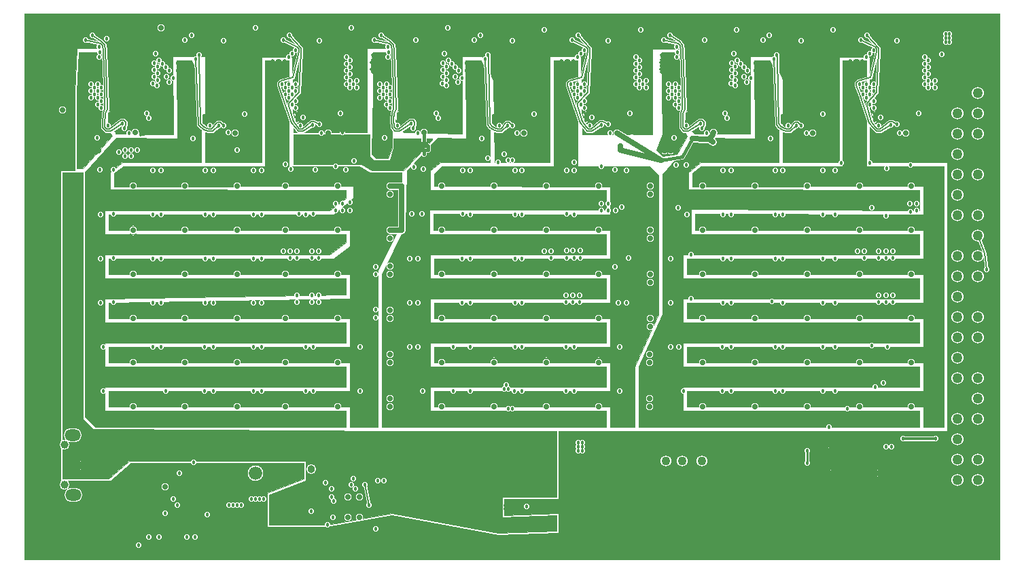
<source format=gbr>
%FSTAX24Y24*%
%MOIN*%
%IN LAYER2.GBR *%
%ADD10C,0.0020*%
%ADD11C,0.0050*%
%ADD12C,0.0098*%
%ADD13C,0.0118*%
%ADD14C,0.0120*%
%ADD15C,0.0130*%
%ADD16C,0.0150*%
%ADD17C,0.0160*%
%ADD18C,0.0180*%
%ADD19C,0.0197*%
%ADD20C,0.0198*%
%ADD21C,0.0200*%
%ADD22C,0.0218*%
%ADD23C,0.0250*%
%ADD24C,0.0256*%
%ADD25C,0.0276*%
%ADD26C,0.0280*%
%ADD27C,0.0300*%
%ADD28C,0.0376*%
%ADD29C,0.0380*%
%ADD30C,0.0394*%
%ADD31C,0.0413*%
%ADD32C,0.0433*%
%ADD33C,0.0480*%
%ADD34C,0.0494*%
%ADD35C,0.0500*%
%ADD36C,0.0533*%
%ADD37C,0.0600*%
%ADD38C,0.0640*%
%ADD39C,0.0660*%
%ADD40C,0.0760*%
%ADD41C,0.0964*%
%ADD42C,0.0984*%
%ADD43C,0.1161*%
%ADD44C,0.1181*%
%ADD45O,0.0689X0.0472*%
%ADD46O,0.0709X0.0492*%
%ADD47O,0.0787X0.0571*%
%ADD48O,0.0887X0.0671*%
D10*X004406Y01894D02*G01X004856Y01929D01*X011791Y019291D01*Y024488D01*
X012963D01*Y019301D01*X016437Y019291D01*X016929Y018996D01*X018504D01*
Y016535D01*X017323Y014173D01*Y006496D01*X015945D01*Y00748D01*
X004134D01*Y008268D01*X015945D01*Y009646D01*X004134D01*Y010433D01*
X015945D01*Y011811D01*X004134D01*Y012598D01*X015945Y012795D01*
Y013976D01*X004134D01*Y014764D01*X015157D01*X015945Y015354D01*
Y016142D01*X004134D01*Y016929D01*X015157D01*X016142Y017717D01*
Y018307D01*X004406Y01829D01*Y01894D01*G36*G01X004856Y01929D01*
X011791Y019291D01*Y024488D01*X012963D01*Y019301D01*X016437Y019291D01*
X016929Y018996D01*X018504D01*Y016535D01*X017323Y014173D01*Y006496D01*
X015945D01*Y00748D01*X004134D01*Y008268D01*X015945D01*Y009646D01*
X004134D01*Y010433D01*X015945D01*Y011811D01*X004134D01*Y012598D01*
X015945Y012795D01*Y013976D01*X004134D01*Y014764D01*X015157D01*
X015945Y015354D01*Y016142D01*X004134D01*Y016929D01*X015157D01*
X016142Y017717D01*Y018307D01*X004406Y01829D01*Y01894D01*G37*
X007456Y02449D02*G01X00748Y020669D01*X004506Y02069D01*X002956Y01899D01*
X002953Y006988D01*X003445Y006496D01*X015748D01*Y007283D01*X003937D01*
Y008465D01*X015748D01*Y009449D01*X003937D01*Y01063D01*X015748D01*
Y011614D01*X003937D01*Y012795D01*X015748Y012992D01*Y01378D01*
X003937D01*Y014961D01*X014961D01*X015748Y015551D01*Y015945D01*
X003937D01*Y017126D01*X014961D01*X015748Y017717D01*Y01811D01*
X004206Y01814D01*Y01899D01*X004806Y01949D01*X008661Y019488D01*
X008656Y02344D01*X008206Y02449D01*X007456D01*X00748Y023425D01*G36*
X007456Y02449D02*G01X00748Y020669D01*X004506Y02069D01*X002956Y01899D01*
X002953Y006988D01*X003445Y006496D01*X015748D01*Y007283D01*X003937D01*
Y008465D01*X015748D01*Y009449D01*X003937D01*Y01063D01*X015748D01*
Y011614D01*X003937D01*Y012795D01*X015748Y012992D01*Y01378D01*
X003937D01*Y014961D01*X014961D01*X015748Y015551D01*Y015945D01*
X003937D01*Y017126D01*X014961D01*X015748Y017717D01*Y01811D01*
X004206Y01814D01*Y01899D01*X004806Y01949D01*X008661Y019488D01*
X008656Y02344D01*X008206Y02449D01*X007456D01*X00748Y023425D01*G37*
X002559Y022933D02*G01X002657Y024902D01*X003906Y02489D01*
X003956Y021228D01*X004306Y02079D01*X002854Y019193D01*X002559D01*
Y022933D01*G36*G01X002657Y024902D01*X003906Y02489D01*X003956Y021228D01*
X004306Y02079D01*X002854Y019193D01*X002559D01*Y022933D01*G37*
X020079Y018898D02*G01Y018307D01*X02874Y01829D01*Y016929D01*
X020056Y01694D01*Y016142D01*X02874D01*Y014764D01*X020079D01*Y013976D01*
X02874D01*Y012598D01*X020079D01*Y011811D01*X02874D01*Y010433D01*
X020079D01*Y009646D01*X02874D01*Y008268D01*X020079D01*Y00748D01*
X02874D01*Y006496D01*X029921D01*Y009449D01*X031102Y012008D01*
Y018848D01*X03065Y019301D01*X027136D01*Y024488D01*X025965D01*
Y019291D01*X020507D01*X020079Y018898D01*X020472Y019291D01*G36*
X020079Y018898D02*G01Y018307D01*X02874Y01829D01*Y016929D01*
X020056Y01694D01*Y016142D01*X02874D01*Y014764D01*X020079D01*Y013976D01*
X02874D01*Y012598D01*X020079D01*Y011811D01*X02874D01*Y010433D01*
X020079D01*Y009646D01*X02874D01*Y008268D01*X020079D01*Y00748D01*
X02874D01*Y006496D01*X029921D01*Y009449D01*X031102Y012008D01*
Y018848D01*X03065Y019301D01*X027136D01*Y024488D01*X025965D01*
Y019291D01*X020507D01*X020079Y018898D01*X020472Y019291D01*G37*
X021654Y023425D02*G01X021629Y02449D01*X022379D01*X022829Y02344D01*
X022835Y019488D01*X020406Y01949D01*X019882Y019094D01*Y01811D01*
X028543D01*Y01714D01*X019856D01*Y015945D01*X028543D01*Y014961D01*
X019882D01*Y01378D01*X028543D01*Y012795D01*X019882D01*Y011614D01*
X028543D01*Y01063D01*X019882D01*Y009449D01*X028543D01*Y008465D01*
X019882D01*Y007283D01*X028543D01*Y006496D01*X01752D01*Y013976D01*
X018701Y016339D01*X018756Y01904D01*X020256Y02069D01*X021654Y020669D01*
X021629Y02449D01*G36*X021654Y023425D02*G01X021629Y02449D01*X022379D01*
X022829Y02344D01*X022835Y019488D01*X020406Y01949D01*X019882Y019094D01*
Y01811D01*X028543D01*Y01714D01*X019856D01*Y015945D01*X028543D01*
Y014961D01*X019882D01*Y01378D01*X028543D01*Y012795D01*X019882D01*
Y011614D01*X028543D01*Y01063D01*X019882D01*Y009449D01*X028543D01*
Y008465D01*X019882D01*Y007283D01*X028543D01*Y006496D01*X01752D01*
Y013976D01*X018701Y016339D01*X018756Y01904D01*X020256Y02069D01*
X021654Y020669D01*X021629Y02449D01*G37*X017079Y02289D02*
G01X017028Y019882D01*X017224Y019685D01*X017815D01*X018012Y020177D01*
Y020768D01*X018079Y02489D01*X017079D01*Y02289D01*G36*
G01X017028Y019882D01*X017224Y019685D01*X017815D01*X018012Y020177D01*
Y020768D01*X018079Y02489D01*X017079D01*Y02289D01*G37*X032752Y01894D02*
G01Y01829D01*X044094Y018307D01*Y016929D01*X032906Y01694D01*Y016142D01*
X044094D01*Y014764D01*X03248D01*Y013976D01*X044094D01*Y012598D01*
X03248D01*Y011811D01*X044094D01*Y010433D01*X03248D01*Y009646D01*
X044094D01*Y008268D01*X03248D01*Y00748D01*X044094D01*Y006496D01*
X045079D01*Y019291D01*X041309Y019301D01*Y024488D01*X040138D01*
Y019291D01*X033202Y01929D01*X032752Y01894D01*G36*G01Y01829D01*
X044094Y018307D01*Y016929D01*X032906Y01694D01*Y016142D01*X044094D01*
Y014764D01*X03248D01*Y013976D01*X044094D01*Y012598D01*X03248D01*
Y011811D01*X044094D01*Y010433D01*X03248D01*Y009646D01*X044094D01*
Y008268D01*X03248D01*Y00748D01*X044094D01*Y006496D01*X045079D01*
Y019291D01*X041309Y019301D01*Y024488D01*X040138D01*Y019291D01*
X033202Y01929D01*X032752Y01894D01*G37*X035802Y02449D02*
G01X035827Y020669D01*X032852Y02069D01*X031299Y018898D01*
X031306Y01504D01*X031299Y012008D01*X030118Y009449D01*Y006496D01*
X043898D01*Y007283D01*X032283D01*Y008465D01*X043898D01*Y009449D01*
X032283D01*Y01063D01*X043898D01*Y011614D01*X032283D01*Y012795D01*
X043898D01*Y01378D01*X032283D01*Y014961D01*X043898D01*Y01594D01*
X032706D01*Y01719D01*X043898Y017126D01*Y01811D01*X032552Y01814D01*
Y01899D01*X033152Y01949D01*X037008Y019488D01*X037002Y02344D01*
X036552Y02449D01*X035802D01*X035827Y023425D01*G36*X035802Y02449D02*
G01X035827Y020669D01*X032852Y02069D01*X031299Y018898D01*
X031306Y01504D01*X031299Y012008D01*X030118Y009449D01*Y006496D01*
X043898D01*Y007283D01*X032283D01*Y008465D01*X043898D01*Y009449D01*
X032283D01*Y01063D01*X043898D01*Y011614D01*X032283D01*Y012795D01*
X043898D01*Y01378D01*X032283D01*Y014961D01*X043898D01*Y01594D01*
X032706D01*Y01719D01*X043898Y017126D01*Y01811D01*X032552Y01814D01*
Y01899D01*X033152Y01949D01*X037008Y019488D01*X037002Y02344D01*
X036552Y02449D01*X035802D01*X035827Y023425D01*G37*X031252Y02289D02*
G01X031299Y020866D01*X031004Y020079D01*X031299Y019783D01*
X031988Y019882D01*X03248Y020768D01*X032302Y021228D01*X032252Y02489D01*
X031252D01*Y02289D01*G36*G01X031299Y020866D01*X031004Y020079D01*
X031299Y019783D01*X031988Y019882D01*X03248Y020768D01*X032302Y021228D01*
X032252Y02489D01*X031252D01*Y02289D01*G37*X013189Y020866D02*
G01Y01939D01*X016535D01*X017028Y019094D01*X018602D01*X01998Y020571D01*
Y020669D01*X01811D01*Y020177D01*X017913Y019587D01*X017126D01*
X016929Y019783D01*Y020866D01*X013189D01*G36*G01Y01939D01*X016535D01*
X017028Y019094D01*X018602D01*X01998Y020571D01*Y020669D01*X01811D01*
Y020177D01*X017913Y019587D01*X017126D01*X016929Y019783D01*Y020866D01*
X013189D01*G37*X01378Y004823D02*G01X005118D01*X004134Y003937D01*
X00187D01*Y018996D01*X002854D01*Y00689D01*X003346Y006398D01*X004035D01*
X018012Y006299D01*X026083D01*Y003051D01*X023425D01*Y002067D01*
X026083Y002165D01*Y001378D01*X023228Y00128D01*X018012Y002264D01*
X014862Y001673D01*X012008D01*Y00315D01*X01378Y003839D01*Y004823D01*G36*
G01X005118D01*X004134Y003937D01*X00187D01*Y018996D01*X002854D01*
Y00689D01*X003346Y006398D01*X004035D01*X018012Y006299D01*X026083D01*
Y003051D01*X023425D01*Y002067D01*X026083Y002165D01*Y001378D01*
X023228Y00128D01*X018012Y002264D01*X014862Y001673D01*X012008D01*
Y00315D01*X01378Y003839D01*Y004823D01*G37*X026181Y0D02*G01Y00128D01*
X023228Y001181D01*X018012Y002165D01*X014862Y001575D01*X016339Y0D01*
X026181D01*G36*G01Y00128D01*X023228Y001181D01*X018012Y002165D01*
X014862Y001575D01*X016339Y0D01*X026181D01*G37*X004456Y02089D02*
G01X007283Y020866D01*X007256Y02469D01*X008858D01*Y019488D01*X011624D01*
Y024656D01*X01313D01*X013189Y020965D01*X016806D01*Y02509D01*X018206D01*
Y02149D01*X018606Y02094D01*X021456Y02089D01*Y02469D01*X022456D01*
X023006Y02349D01*X023056Y01949D01*X025756D01*Y02469D01*X027306D01*
X027362Y020866D01*X030807D01*Y02504D01*X032356D01*Y02144D01*
X032856Y02089D01*X035606D01*Y02469D01*X036656D01*X037206Y02354D01*
Y01949D01*X039956D01*Y02464D01*X041476Y024656D01*Y01949D01*
X045276Y019488D01*Y006299D01*X026181D01*Y002953D01*X023524D01*
Y002165D01*X026181Y002264D01*Y0D01*X047835D01*Y026772D01*X0D01*Y0D01*
X016339D01*X014862Y001575D01*X008563D01*X004232Y003839D01*X001772D01*
Y019094D01*X002461D01*Y022933D01*X002559Y025098D01*X004056Y02509D01*
X004106Y02139D01*X004456Y02094D01*G36*Y02089D02*G01X007283Y020866D01*
X007256Y02469D01*X008858D01*Y019488D01*X011624D01*Y024656D01*X01313D01*
X013189Y020965D01*X016806D01*Y02509D01*X018206D01*Y02149D01*
X018606Y02094D01*X021456Y02089D01*Y02469D01*X022456D01*
X023006Y02349D01*X023056Y01949D01*X025756D01*Y02469D01*X027306D01*
X027362Y020866D01*X030807D01*Y02504D01*X032356D01*Y02144D01*
X032856Y02089D01*X035606D01*Y02469D01*X036656D01*X037206Y02354D01*
Y01949D01*X039956D01*Y02464D01*X041476Y024656D01*Y01949D01*
X045276Y019488D01*Y006299D01*X026181D01*Y002953D01*X023524D01*
Y002165D01*X026181Y002264D01*Y0D01*X047835D01*Y026772D01*X0D01*Y0D01*
X016339D01*X014862Y001575D01*X008563D01*X004232Y003839D01*X001772D01*
Y019094D01*X002461D01*Y022933D01*X002559Y025098D01*X004056Y02509D01*
X004106Y02139D01*X004456Y02094D01*G37*X005217Y004724D02*
G01X004232Y003839D01*X008563Y001575D01*X011909D01*Y003248D01*
X013681Y003937D01*Y004724D01*X005217D01*G36*G01X004232Y003839D01*
X008563Y001575D01*X011909D01*Y003248D01*X013681Y003937D01*Y004724D01*
X005217D01*G37*
%LPC*%
D24*X023659Y002397D03*X025606Y001886D03*X025114D03*D26*
X041142Y022815D03*D28*X042702Y02394D03*X033268Y018307D03*D26*
X030482Y02315D03*D24*X043504Y01437D03*D26*X015807Y024656D03*
X044321Y024488D03*X031604Y022982D03*X035285Y024154D03*D24*
X005315Y009252D03*X010433Y010039D03*D26*X027303Y02315D03*D28*
X033252Y02324D03*D24*X029823Y025984D03*D28*X033268Y009646D03*
X014006Y02429D03*D26*X037205Y014764D03*D24*X020472Y016535D03*
X023031Y015748D03*D28*X030709Y011417D03*X017913Y017913D03*D26*
X006594Y001083D03*X009764Y021299D03*X008556Y02474D03*X006693Y012598D03*
X042579Y014783D03*D28*X043504Y013976D03*D26*X037205Y016929D03*
X002854Y004823D03*D24*X020472Y013583D03*D28*X023429Y02324D03*
X023779D03*D26*X024409Y008268D03*D28*X015056Y02464D03*D26*
X016447Y008258D03*X021506Y01694D03*D28*X014006Y02359D03*
X028529Y02394D03*X014006D03*D26*X02689Y012608D03*D40*X011319Y004232D03*
D26*X008307Y004764D03*D28*X043402Y02464D03*X018729Y02429D03*X023779D03*
X009606Y02394D03*X014356Y02324D03*D26*X017656Y02069D03*D17*
X042717Y004035D03*D26*X017234Y01224D03*D28*X014006Y02324D03*D26*
X013878Y002067D03*X027165Y005315D03*X027362D03*X011516Y002953D03*
X014862Y001673D03*D24*X017913Y007087D03*X038386Y012205D03*D26*
X02874Y020906D03*D24*X005315Y01437D03*D26*X003642Y004429D03*
X003543Y004626D03*D17*X002756Y018406D03*D26*X027165Y005709D03*
X045177Y025591D03*X012697Y002461D03*X026969Y010433D03*D28*
X043898Y025689D03*D24*X038386Y018701D03*D28*X037602Y02429D03*D26*
X005217Y019783D03*X012303Y002461D03*Y002264D03*X013091Y002067D03*
X023622Y008563D03*X002953Y004626D03*X02998Y023317D03*D28*
X019079Y02464D03*X033268Y013976D03*X017913Y010039D03*D26*
X019291Y012598D03*X026801Y023317D03*X025492Y015118D03*
X043415Y017461D03*X030148Y023819D03*D28*X039173Y025768D03*D26*
X003681Y024892D03*D28*X042352Y02429D03*X033252D03*D26*
X004921Y020079D03*X02747Y02248D03*X012697Y002067D03*D24*
X025591Y009252D03*D28*X033902Y02464D03*D26*X004921Y019783D03*
X023524Y019882D03*X014075Y002362D03*X033352Y02549D03*X012303Y002067D03*
X015059Y003051D03*X017421Y000984D03*X011319Y002953D03*
X005217Y020079D03*X010433D03*X01811Y00187D03*X02126Y023425D03*D28*
X028179Y02464D03*X030669Y007874D03*D26*X022047Y025472D03*
X037205Y012598D03*X040974Y023317D03*X026575Y008268D03*
X020696Y023854D03*X003642Y004823D03*D17*X002756Y017815D03*D26*
X015256Y020177D03*X045374Y025591D03*D24*X007874Y007874D03*D26*
X011614Y008268D03*D28*X012628Y023986D03*D26*X007087Y023425D03*
X028629Y02544D03*D24*X043504Y018701D03*D26*X017618Y003839D03*
X006006Y02189D03*D24*X02815Y015748D03*D26*X005512Y020079D03*
X003248Y004823D03*X02372Y019587D03*X015059Y003445D03*D24*
X010433Y007087D03*D26*X008819Y010433D03*X040056Y01944D03*D28*
X017913Y007874D03*D26*X018279Y02129D03*D28*X031752Y02424D03*D26*
X008819Y008258D03*X041644Y02248D03*D24*X017913Y016535D03*D26*
X031856Y02069D03*X010039Y002657D03*X020768Y026083D03*D28*
X043504Y016142D03*D26*X010433Y002657D03*X01063D03*D28*X036252Y02399D03*
D26*X010236Y002657D03*X042579Y012608D03*D28*X03378Y020945D03*D26*
X03376Y020472D03*X029232Y020079D03*Y020276D03*D28*X029055Y020906D03*
D26*X041644Y023317D03*X009252Y001969D03*Y001772D03*D17*Y001614D03*D26*
Y002559D03*X029291Y017293D03*X017598Y022815D03*X009547Y004134D03*
X016309Y023484D03*X006604Y024488D03*X003848Y008258D03*
X034646Y012598D03*D24*X02815Y012205D03*D28*X004556Y02324D03*D26*
X006523Y023854D03*D24*X015354Y016535D03*D26*X032502Y02184D03*D28*
X012795Y011811D03*D26*X038386Y005315D03*Y004724D03*X017234Y01399D03*
X014134Y021309D03*X012677Y025472D03*X008189Y025709D03*
X027136Y023317D03*X015807D03*X014567Y001969D03*X017323Y003839D03*
X015138Y002067D03*D28*X005315Y00748D03*D26*X024979Y02184D03*
X020179Y02189D03*D28*X005206Y02464D03*D24*X025591Y013583D03*Y007874D03*
D26*X017933Y02248D03*D24*X023031Y007874D03*X020472D03*D28*
X040945Y016142D03*X025591Y00748D03*D26*X012963Y024656D03*D28*
X043898Y025984D03*X023031Y00748D03*X031402Y02004D03*D24*X032002D03*D28*
X018729Y02324D03*D26*X018976Y021378D03*X017172Y025478D03*
X008806Y02144D03*X013356Y02184D03*X04248Y021309D03*X041024Y025472D03*
X04498Y024803D03*X011319Y026083D03*X00374Y012598D03*D28*
X035902Y02399D03*D26*X015974Y023819D03*X018898Y012598D03*
X039173Y010433D03*D24*X030669Y009252D03*D26*X042306Y01919D03*
X039764Y008268D03*X041181Y014783D03*D28*X032902Y02429D03*D26*
X006693Y016929D03*X01313Y022815D03*Y022313D03*X013356Y02154D03*
X014429Y015118D03*X012963Y022648D03*X003656Y02514D03*D28*
X003056Y02404D03*D24*X043504Y007087D03*D26*X01689Y002657D03*
X016693Y003642D03*X027165Y025709D03*X028629Y02134D03*X026969Y02315D03*
X003593Y022982D03*D24*X010433Y016535D03*D26*X005118Y020906D03*D28*
X043504Y018307D03*D26*X006299Y010433D03*X034646Y014764D03*
X032106Y022146D03*X010806Y02184D03*D28*X010433Y018307D03*
X042352Y02359D03*X031702Y02004D03*D26*X026969Y019488D03*D24*
X012795Y011417D03*D26*X006506Y02324D03*D28*X014706Y02464D03*D24*
X007874Y011417D03*D17*X002756Y018701D03*D26*X028956Y01434D03*D28*
X019606Y020945D03*D26*X019587Y020276D03*X019783D03*Y020079D03*
X019587D03*Y019882D03*X00435Y016959D03*X006772Y024321D03*
X042256Y01684D03*D24*X015354Y011417D03*D28*X005315Y018307D03*
X042702Y02464D03*X005315Y011811D03*X007874D03*X010433D03*
X023031Y013976D03*D26*X011614Y019094D03*X008858Y014764D03*D24*
X035902Y02434D03*D28*X007874Y013976D03*D26*X028632Y017461D03*
X00376Y02315D03*X039173Y019094D03*D28*X038386Y009646D03*D26*
X042244Y015118D03*X030148Y024488D03*X035302Y02369D03*X039764Y014764D03*
X003593Y022313D03*D28*X035827Y009646D03*D43*X001378Y024803D03*D28*
X025591Y018307D03*D26*X032002Y02464D03*X012795Y022815D03*
X038346Y020906D03*X008256Y02064D03*X01624Y003465D03*X0156Y017461D03*
X032056Y01724D03*X027136Y024656D03*X031604Y022648D03*X012795Y02315D03*
X017933Y022146D03*D28*X015354Y009646D03*X030669D03*D26*
X014429Y012943D03*D28*X037952Y02429D03*D26*X012963Y022982D03*
X015266Y017126D03*X013366Y012943D03*D24*X038386Y016535D03*D26*
X017234Y01184D03*D24*X033268Y013583D03*X02815D03*D26*X028297Y017126D03*
X015807Y023986D03*X041309Y024656D03*D28*X033552Y02464D03*
X023031Y010039D03*X028179Y02394D03*D26*X031939Y023317D03*D28*
X021729Y02399D03*D26*X034646Y008268D03*X020696Y024188D03*
X031693Y010433D03*D28*X038252Y02464D03*D24*X015354Y017913D03*D28*
X040974Y024321D03*D26*X022979Y02144D03*X027529Y02184D03*
X024056Y01909D03*D28*X007874Y018307D03*D26*X017933Y022815D03*D24*
X023031Y011417D03*D28*X020472Y00748D03*D26*X006523Y023519D03*D24*
X012795Y007874D03*D26*X018898Y014764D03*X014429Y012608D03*
X03563Y023622D03*X043852Y02189D03*D24*X020374Y025984D03*
X023031Y017913D03*D26*X024075Y014764D03*X034941Y025984D03*D24*
X038386Y009252D03*D28*X020472Y018307D03*D26*X039665Y025984D03*D24*
X02472Y003264D03*D26*X01122Y012598D03*X020529Y024021D03*
X026969Y016929D03*X016043Y003642D03*D24*X043504Y016535D03*Y009252D03*
D26*X003656Y02464D03*D24*X043504Y013583D03*D28*X026467Y023986D03*
X033252Y02359D03*D26*X037874Y021299D03*X036752Y02454D03*D28*
X007874Y009646D03*D24*X006201Y025984D03*D26*X024055Y010433D03*
X017717Y000984D03*X027362Y005512D03*D28*X00689Y003543D03*D26*
X032452Y02129D03*D28*X019379Y02464D03*D34*X001969Y003642D03*
X001949Y00561D03*D48*X002382Y00315D03*X002362Y006102D03*D45*
X000866Y003091D03*Y006161D03*D24*X015354Y010039D03*D26*
X016156Y01954D03*D28*X037952Y02359D03*D24*X040945Y007087D03*Y018701D03*
X030709Y012205D03*D26*X019106Y01924D03*X006956Y02369D03*D24*
X035827Y016535D03*D26*X007106Y023986D03*D28*X038386Y013976D03*D26*
X013484Y002067D03*D28*X037602Y02464D03*X031402Y02404D03*D26*
X019291Y014764D03*X019556Y01914D03*D24*X010433Y007874D03*D26*
X020529Y024356D03*X013656Y02169D03*X02689Y012943D03*X015606Y02094D03*
D28*X037602Y02394D03*D26*X034646Y010433D03*X032313Y008258D03*D28*
X033252Y02394D03*X025591Y010039D03*D26*X007677Y003543D03*X007874D03*
X017829Y02514D03*X009154Y003937D03*X007972Y001083D03*X024173Y020906D03*
D28*X030709Y013976D03*D24*X020472Y015748D03*D28*X038661Y020906D03*D26*
X006693Y010433D03*D28*X015354Y00748D03*D24*X023031Y009252D03*
X015354Y013583D03*D26*X027136Y022982D03*X009756Y02544D03*
X00689Y002264D03*D28*X026801Y024321D03*D26*X014156Y01694D03*
X027303Y022815D03*X008071Y003264D03*D28*X023779Y02394D03*D26*
X008976Y002185D03*X017224Y001476D03*X026906Y01514D03*X02747Y023317D03*
D28*X030709Y018307D03*D26*X022736Y019685D03*D24*X02815Y017913D03*D28*
X017913Y00748D03*X02815Y018307D03*D26*X011713Y002953D03*
X023917Y007382D03*D28*X028179Y02359D03*D24*X012795Y007087D03*D28*
X015354Y011811D03*D26*X015945Y017126D03*X041702Y02154D03*
X034252Y012598D03*D24*X015354Y007087D03*D28*X003056Y02439D03*D26*
X037452Y02129D03*D24*X017913Y013583D03*X025606Y003264D03*
X02472Y001886D03*D26*X011614Y012598D03*D28*X032902Y02394D03*
X007906Y02399D03*X012293Y024321D03*X042702Y02324D03*D26*
X040846Y015118D03*D28*X005433Y020945D03*D26*X032456Y01934D03*
X030482Y023484D03*X003839Y004823D03*D24*X015354Y009252D03*D28*
X04064Y024321D03*X010433Y00748D03*X028529Y02324D03*D26*
X01378Y008268D03*X021457Y012598D03*X015157Y002854D03*D24*
X012795Y010039D03*D26*X029528Y019094D03*X036811Y014764D03*
X042126Y008661D03*X023524Y008366D03*D28*X010256Y02464D03*D26*
X042802Y02544D03*D28*X012293Y023986D03*D26*X039173Y014764D03*D28*
X02815Y010039D03*D26*X045177Y025394D03*D24*X033268Y016535D03*D26*
X003445Y004823D03*D28*X023031Y011811D03*D26*X031772Y02315D03*
X026956Y01479D03*X014262Y019134D03*D24*X025591Y015748D03*
X02815Y016535D03*D28*X020472Y016142D03*D24*X040945Y007874D03*
Y013583D03*D26*X00435Y014783D03*D24*X033268Y007874D03*D28*
X012795Y013976D03*D26*X020679Y02324D03*X037205Y010433D03*
X008806Y02164D03*X00374Y014764D03*X022362Y025709D03*D28*
X009906Y02464D03*D24*X035827Y007874D03*D26*X044154Y023652D03*
X031693Y014764D03*D24*X010433Y012205D03*X034547Y025787D03*D28*
X004906Y02359D03*D26*X034252Y019094D03*X044154Y024656D03*
X027136Y022648D03*D24*X040945Y016535D03*D28*X037952Y02324D03*D24*
X015354Y018701D03*X040945Y012205D03*D26*X007283Y023622D03*D28*
X033268Y016142D03*D17*X043952Y02094D03*D28*X005315Y016142D03*D24*
X025606Y002378D03*X034547Y025984D03*D28*X015354Y018307D03*D26*
X019179Y02549D03*X041644Y022982D03*D28*X017579Y02424D03*D24*
X033268Y009252D03*D26*X00435Y012608D03*D24*X025591Y012205D03*D26*
X031956Y01934D03*D28*X007874Y016142D03*D17*X002756Y007874D03*
X001378Y022835D03*D37*X04576Y003886D03*X04676Y007886D03*
X04576Y008886D03*X04676D03*X04576Y009886D03*X04676D03*X04576Y010886D03*
X04676D03*X04576Y011886D03*X04676D03*X04576Y012886D03*X04676Y003886D03*
Y012886D03*X04576Y013886D03*X04676D03*X04576Y014886D03*X04676D03*
X04576Y015886D03*X04676D03*D26*X047185Y014232D03*D37*X04576Y016886D03*
X04676D03*X04576Y017886D03*X04576Y004886D03*X04676Y017886D03*
X04576Y018886D03*X04676D03*X04576Y019886D03*X04676D03*X04576Y020886D03*
X04676D03*X04576Y021886D03*X04676D03*X04576Y022886D03*X04676Y004886D03*
Y022886D03*X04576Y005886D03*X04676D03*X04576Y006886D03*X04676D03*
X04576Y007886D03*D43*X04626Y001969D03*X037205D03*X04626Y024803D03*D17*
X002756Y008661D03*Y00748D03*D28*X006693Y026083D03*D17*
X002756Y009055D03*D28*X029229Y02464D03*D26*X004035Y025551D03*
X013297Y023317D03*X041644Y022146D03*X014764Y00374D03*X015506Y02189D03*
X041909Y012608D03*D24*X012795Y016535D03*X015354Y015748D03*X012795D03*
D26*X037152Y02164D03*X034702Y024021D03*D24*X010433Y015748D03*
X040945D03*D26*X034252Y014764D03*X013366Y012608D03*X044321Y023819D03*
D28*X019729Y02464D03*X019079Y02429D03*D24*X007874Y015748D03*D26*
X04375Y017126D03*D28*X028179Y02429D03*D26*X026575Y010433D03*
X021112Y024154D03*D24*X043504Y015748D03*D28*X023429Y02394D03*D26*
X02128Y023986D03*X025329Y02074D03*D28*X005315Y016535D03*D26*
X017933Y02315D03*X011614Y014764D03*X034783Y024823D03*X028297Y017461D03*
X029203Y008258D03*X044154Y024321D03*X003593Y022648D03*D28*
X037602Y02359D03*D24*X015354Y012205D03*D26*X00435Y019134D03*D24*
X026098Y002772D03*X023659Y002747D03*X025606Y002772D03*D26*
X016447Y010433D03*D24*X033268Y015748D03*D26*X008858Y019094D03*D28*
X004556Y02359D03*D24*X030709Y018701D03*X023031Y013583D03*D26*
X025079Y02124D03*X026969Y019094D03*D28*X037602Y02324D03*
X039173Y025984D03*D26*X006356Y024021D03*D24*X02815Y007874D03*
X035827Y015748D03*X005315Y007087D03*D26*X032106Y022815D03*
X011614Y010433D03*D28*X040945Y018307D03*X033252Y02464D03*D26*
X024409Y012598D03*D24*X038386Y015748D03*D26*X032087Y010433D03*
X00374Y016929D03*X010906Y02124D03*X01122Y019094D03*X014456Y02544D03*
D24*X035827Y01437D03*X02815Y007087D03*X020472Y011417D03*
X023031Y016535D03*D26*X006306Y02334D03*X011156Y02074D03*
X037152Y02144D03*D24*X040945Y01437D03*D26*X01122Y008268D03*
X034652Y02334D03*X003248Y004429D03*D28*X02815Y016142D03*D26*
X009252Y014764D03*D28*X017229Y02439D03*D26*X040354Y007382D03*D28*
X005556Y02464D03*D43*X001378Y001969D03*D28*X02815Y00748D03*Y013976D03*
D17*X002756Y01063D03*Y009843D03*Y008268D03*Y009449D03*D28*
X00187Y022047D03*D17*X002756Y006693D03*Y010236D03*D24*
X025114Y003264D03*X038386Y01437D03*D26*X031939Y022313D03*
X024409Y014764D03*D24*X026098Y002378D03*D28*X012795Y018307D03*D24*
X036252Y02434D03*D28*X005315Y013976D03*D26*X039764Y012598D03*
X01378Y016929D03*D28*X009256Y02394D03*X023031Y018307D03*D26*
X015768Y019134D03*D24*X020472Y009252D03*D26*X025827Y014783D03*
X034702Y023686D03*X009252Y019094D03*X027224Y012608D03*X02061Y024823D03*
D24*X035827Y012205D03*D26*X014173Y010433D03*X017766Y022982D03*
X006299Y016929D03*D24*X020472Y012205D03*D26*X031939Y022648D03*D24*
X023031Y007087D03*D26*X032106Y02315D03*X024055Y012598D03*
X030217Y025984D03*X031604Y023317D03*X004882Y021142D03*
X003313Y025715D03*X00376Y022815D03*D24*X035827Y018701D03*D26*
X020945Y024321D03*X006693Y014764D03*D28*X004556Y02394D03*D26*
X006299Y014764D03*D24*X017229Y02004D03*D26*X018329Y02164D03*
X004803Y021378D03*X002998Y025478D03*X003425Y022815D03*D28*
X043504Y00748D03*X040945Y009646D03*X030669Y010039D03*X020472Y011811D03*
D24*X038386Y007087D03*D26*X02185Y010433D03*D28*X028529Y02464D03*D26*
X02185Y014764D03*X017431Y022648D03*D28*X035827Y011811D03*D17*
X002756Y007087D03*D24*X02815Y009252D03*X020374Y025787D03*D28*
X025591Y013976D03*D38*X013091Y004232D03*D28*X004906Y02464D03*D26*
X029679Y02189D03*D28*X02815Y011811D03*D26*X004626Y01998D03*
X017431Y023317D03*X034852Y02324D03*D28*X019079Y02394D03*D24*
X02815Y011417D03*D26*X009106Y02129D03*X00376Y02248D03*X039252Y02124D03*
D24*X025591Y011417D03*D26*X006939Y024154D03*X026555Y012608D03*D24*
X025213Y002772D03*D26*X003681Y019134D03*X00561Y000689D03*D28*
X038386Y011811D03*D26*X042244Y012943D03*X028297Y019301D03*D24*
X038386Y013583D03*D26*X019006Y01694D03*D24*X033268Y012205D03*D28*
X04064Y023986D03*D26*X023279Y02129D03*D24*X035827Y009252D03*D26*
X006102Y001083D03*X02372Y007382D03*X008366Y001083D03*X032677Y012795D03*
D28*X031402Y02439D03*D26*X036811Y016929D03*D28*X043228Y020906D03*D24*
X01565Y025787D03*X010925D03*D26*X024409Y019094D03*D28*X009256Y02359D03*
D24*X01565Y025984D03*X025591Y01437D03*D26*X017598Y02315D03*
X042244Y014783D03*D24*X012795Y012205D03*D28*X003406Y02424D03*D24*
X02815Y01437D03*X038386Y007874D03*D28*X024488Y020906D03*D17*
X002264Y022835D03*D26*X004156Y02184D03*X036811Y008268D03*
X045177Y025787D03*X011122Y002953D03*D28*X018729Y02394D03*D26*
X025492Y025984D03*X00374Y004626D03*X003051Y004823D03*X00315Y004626D03*
X02372Y008366D03*X013287Y002067D03*X028987Y017116D03*X017854Y024892D03*
X021129Y02369D03*X026606Y01479D03*X032502Y02164D03*X012697Y002264D03*
X017618Y001575D03*X013366Y015118D03*X019518Y008258D03*D28*
X017913Y01437D03*D26*X003848Y010433D03*D28*X018729Y02464D03*D24*
X021729Y02434D03*X012795Y009252D03*D26*X021506Y01909D03*D28*
X014356Y02429D03*D26*X021457Y014764D03*X02998Y024321D03*D24*
X043504Y010039D03*D26*X026969Y008268D03*X022429Y02064D03*D24*
X025098Y025984D03*D26*X023929Y02544D03*D24*X005315Y017913D03*D26*
X017766Y022648D03*D24*X031402Y02474D03*D26*X013366Y014783D03*
X031772Y022815D03*D24*X010433Y009252D03*D28*X009606Y02464D03*D26*
X012963Y023317D03*X034213Y010433D03*D28*X023031Y016142D03*D26*
X020696Y023519D03*D24*X012795Y013583D03*D28*X038386Y016142D03*
X017913Y011811D03*X025591D03*D26*X007283Y002953D03*D28*
X023779Y02359D03*D24*X017229Y02474D03*D26*X034252Y016929D03*
X036811Y019094D03*D24*X035827Y007087D03*D28*X005315Y015748D03*D24*
Y018701D03*D26*X003556Y02069D03*D24*X007874Y016535D03*D28*
X017913Y012205D03*D26*X018898Y010433D03*X037205Y008268D03*D28*
X009256Y02324D03*D26*X027303Y022313D03*X013056Y01914D03*
X026606Y01694D03*D24*X012795Y017913D03*D26*X041309Y023317D03*
X009528Y021299D03*X008406Y02454D03*X026969Y022815D03*D28*
X010433Y016142D03*D24*X007874Y017913D03*X010433D03*D28*
X038602Y02464D03*X010433Y013976D03*D26*X041732Y008465D03*D28*
X014882Y020906D03*D26*X035433Y023425D03*X003258Y023317D03*
X016309Y02315D03*D24*X017829Y02004D03*D28*X004906Y02324D03*D26*
X015974Y024154D03*D28*X014356Y02394D03*D26*X042323Y010433D03*
X015807Y024321D03*Y023652D03*D24*X003056Y02004D03*D28*X009606Y02359D03*
D24*X020472Y01437D03*D28*X014356Y02359D03*X014006Y02464D03*
X019079Y02359D03*D24*X005315Y007874D03*X025591Y017913D03*D28*
X014356Y02464D03*D26*X032028Y024892D03*X015266Y017461D03*D24*
X029823Y025787D03*D26*X041949Y004331D03*Y004035D03*X042244Y005512D03*
X009252Y008268D03*X0156Y017126D03*D24*X006201Y025787D03*D28*
X026801Y023986D03*D26*X003425Y02315D03*D24*X024114Y002303D03*D26*
X042539Y005512D03*D28*X028529Y02359D03*D26*X041309Y022648D03*
X039173Y012598D03*D24*X022079Y02434D03*D26*X032677Y014961D03*
X02185Y019094D03*D24*X007874Y012205D03*X005315D03*D26*
X028957Y019134D03*D24*X035827Y013583D03*D26*X041181Y015118D03*
X044656Y023484D03*D24*X017913Y011417D03*D26*X02185Y008268D03*D24*
X015354Y007874D03*D26*X003258Y022982D03*X01122Y010433D03*
X039173Y016929D03*D28*X015354Y016142D03*D26*X003593Y023317D03*
X021457Y023622D03*X003258Y022648D03*X006523Y024188D03*D28*
X004556Y02429D03*D24*X003056Y02474D03*D28*X032902Y02324D03*D24*
X010925Y025984D03*D28*X007556Y02399D03*D24*X043504Y012205D03*D26*
X027256Y01479D03*X009252Y016929D03*X014094Y012943D03*X012806Y01939D03*
X039764Y016929D03*X016142Y023317D03*X031939Y022982D03*
X042244Y012608D03*D28*X024079Y02464D03*D26*X032106Y02248D03*
X015974Y023484D03*X013456Y01694D03*X01313Y024823D03*X013297Y02499D03*
X01313Y02315D03*X006356Y024356D03*X013031Y015118D03*X044321Y024154D03*
D24*X033268Y017913D03*D26*X006919Y008258D03*D28*X004556Y02464D03*D26*
X015974Y024488D03*D24*X005315Y010039D03*D28*X004906Y02394D03*D24*
X007874Y010039D03*D26*X03622Y025472D03*X013297Y022146D03*
X014094Y015118D03*D24*X017913Y018701D03*D26*X030148Y02315D03*
X028632Y017126D03*D28*X040945Y00748D03*D24*X020472Y017913D03*D26*
X003445Y004429D03*D28*X023429Y02464D03*D26*X010006Y02094D03*D24*
X007874Y018701D03*D28*X042352Y02324D03*X009606D03*D26*
X014094Y014783D03*D28*X009256Y02429D03*X017913Y015748D03*D26*
X042002Y02169D03*D28*X020472Y013976D03*X017913D03*D24*X015354Y01437D03*
X012795D03*D26*X02998Y024656D03*X034951Y024488D03*X019291Y020906D03*
X019055Y021142D03*X017487Y025715D03*D28*X037952Y02394D03*D26*
X016043Y026083D03*X034352Y02189D03*X041702Y02184D03*X02185Y012598D03*
D28*X042352Y02394D03*D26*X03487Y024188D03*X017829Y02464D03*D28*
X040974Y023986D03*D26*X020479Y02334D03*D24*X033268Y010039D03*D26*
X041555Y010472D03*X039764Y010433D03*X03811Y021299D03*X036902Y02474D03*
X037205Y019094D03*D24*X030669Y007087D03*D26*X004106Y02129D03*D24*
X033268Y007087D03*D28*Y00748D03*D26*X034646Y019094D03*D28*
X012795Y009646D03*D26*X008858Y012598D03*X041556Y01724D03*
X03248Y016929D03*X036602Y02064D03*X016142Y003937D03*D28*
X035827Y00748D03*D26*X034646Y016929D03*X031693Y012598D03*
X035118Y024321D03*D28*X038386Y00748D03*X035827Y016142D03*
X043504Y011811D03*D24*X005315Y011417D03*X040945Y009252D03*D28*
Y013976D03*D24*X007906Y02434D03*D28*X030669Y00748D03*D24*
X043504Y011417D03*X040945D03*X035827D03*D26*X015266Y019301D03*D24*
X038386Y011417D03*X017529Y02004D03*X035827Y010039D03*X038386D03*D26*
X009252Y010433D03*D24*X040945Y010039D03*D26*X04189Y021299D03*D24*
X033268Y011417D03*X007874Y01437D03*D28*X035827Y018307D03*X038386D03*
D26*X008071Y003543D03*X043456Y01934D03*X007874Y003264D03*
X036535Y025709D03*D24*X038386Y017913D03*X040945D03*D26*
X030148Y023484D03*D24*X017913Y009252D03*D26*X026555Y012943D03*D24*
X043504Y017913D03*D26*X027829Y02169D03*X007677Y003264D03*D28*
X042352Y02464D03*D26*X00748Y002657D03*D28*X030709Y015748D03*D26*
X023701Y021299D03*X022579Y02454D03*X014094Y012608D03*X029134Y012598D03*
X041309Y022982D03*X017431D03*X041909Y012943D03*X043456Y01704D03*D28*
X037952Y02464D03*D26*X04375Y017461D03*X042913Y020906D03*D24*
X023031Y018701D03*D26*X041339Y025709D03*X042802Y02134D03*D24*
X003356Y02004D03*D26*X03166Y025715D03*X033228Y021142D03*
X019508Y016959D03*X017766Y023317D03*X012628D03*X02747Y02499D03*
X026606Y01909D03*X031345Y025478D03*X03315Y021378D03*X017234Y01434D03*
X014173Y008268D03*X027303Y024823D03*X029779Y02094D03*X021024Y008258D03*
D28*X030709Y011811D03*D26*X022979Y02164D03*X041476Y022313D03*
Y022815D03*X041909Y014783D03*X02185Y016929D03*X044656Y02315D03*
X026606Y01514D03*X024409Y010433D03*D24*X025591Y007087D03*D28*
X017229Y02404D03*D26*X042579Y015118D03*X034702Y024356D03*
X007874Y025472D03*D24*X010433Y013583D03*D26*X015945Y01752D03*
X024409Y016929D03*D24*X020472Y018701D03*D26*X044154Y023986D03*
X009252Y012598D03*X041909Y015118D03*D24*X003622Y020039D03*D26*
X039152Y02184D03*X044321Y02315D03*X03487Y023854D03*X030315Y023317D03*
X039173Y003543D03*D28*X042702Y02359D03*D24*X025098Y025787D03*
X035827Y017913D03*D28*X023429Y02359D03*D26*X036656Y01264D03*
X021024Y010433D03*X044321Y023484D03*D28*X012795Y00748D03*D24*
X043504Y007874D03*D28*X005315Y009646D03*D26*X02685Y025472D03*
X028307Y021309D03*X01122Y016929D03*X025827Y015118D03*X038109Y025465D03*
D24*X033268Y018701D03*D28*X010433Y009646D03*D26*X041142Y02315D03*D24*
X030709Y016535D03*D26*X033465Y020906D03*D24*X010433Y01437D03*D28*
X019079Y02324D03*D26*X02998Y023986D03*D28*X010315Y020906D03*D26*
X030148Y024154D03*D28*X017913Y018307D03*Y016142D03*D26*
X027256Y01514D03*X027224Y012943D03*D24*X023031Y012205D03*D26*
X044488Y023317D03*D24*X007874Y013583D03*D26*X004156Y02164D03*D24*
X007556Y02434D03*X005315Y013583D03*X023031Y01437D03*D26*
X024075Y016929D03*X018329Y02184D03*X007579Y004232D03*X042579Y012943D03*
D28*X02815Y009646D03*X025591D03*D26*X022729Y02474D03*X023937Y021299D03*
D28*X033268Y011811D03*X023429Y02429D03*X023779Y02464D03*D26*
X016831Y000984D03*X005709Y020846D03*D17*X002756Y01811D03*D26*
X045374Y025787D03*X020778Y024488D03*X003839Y004429D03*
X003346Y004626D03*X023228Y019488D03*X023917Y019587D03*
X027362Y005709D03*D24*X010433Y011417D03*D26*X015059Y020177D03*
X002854Y004429D03*X003051D03*X027165Y005512D03*X013681Y002067D03*
X027529Y02154D03*D28*X028879Y02464D03*D26*X020279Y02164D03*
X01122Y014764D03*X006437Y024823D03*D28*X015846Y003051D03*X016437D03*
Y002067D03*X015846D03*X009606Y02429D03*D26*X00376Y022146D03*D28*
X028179Y02324D03*D26*X006299Y012598D03*D28*X020472Y009646D03*D26*
X034213Y008258D03*X029616Y014803D03*D28*X030709Y017913D03*D26*
X041476Y02315D03*X045374Y025394D03*X032002Y02514D03*D28*
X012795Y016142D03*D36*X03324Y004807D03*X032256D03*X031469D03*D31*
X030484D03*D41*X034449Y00374D03*X029276D03*D28*X028529Y02429D03*
X026467Y024321D03*D24*X012795Y018701D03*D28*X025591Y016142D03*
X035827Y013976D03*D26*X039502Y02074D03*D28*X030709Y013583D03*
X043504Y009646D03*D26*X013297Y022982D03*D24*X020472Y010039D03*D26*
X02998Y023652D03*X014456Y02134D03*X012992Y025709D03*X03487Y023519D03*
X039567Y005413D03*D24*X007874Y007087D03*X010433Y018701D03*D26*
X044685Y005906D03*X04311D03*X039764Y019094D03*X027717Y021299D03*
X041456Y01944D03*D24*X020472Y007087D03*D26*X008858Y016929D03*D28*
X043052Y02464D03*D24*X033268Y01437D03*D26*X044154Y023317D03*D28*
X040945Y011811D03*X015354Y013976D03*X030709Y016142D03*D26*
X017766Y022313D03*X01378Y010433D03*X02747Y022982D03*D28*
X017913Y009646D03*D26*X020529Y023686D03*X035453Y023986D03*
X006693Y019094D03*D28*X023031Y009646D03*D26*X039173Y008268D03*D28*
X012628Y024321D03*X032902Y02464D03*X042702Y02429D03*D26*
X034452Y02164D03*X024642Y002575D03*D28*X022079Y02399D03*D26*
X029528Y012598D03*X012697Y015118D03*X014567Y020906D03*D24*
X030709Y01437D03*X007874Y009252D03*D26*X011614Y016929D03*
X019291Y010433D03*X024016Y008268D03*D28*X024429Y02464D03*D26*
X041644Y02499D03*D28*X009256Y02464D03*D26*X006356Y023686D03*
X013543Y021299D03*X006299Y019094D03*X041476Y024823D03*X02747Y022146D03*
X039469Y006496D03*X013031Y014783D03*X039665Y004331D03*D33*
X014075Y004429D03*D28*X007874Y00748D03*D17*X039665Y004724D03*D28*
X004906Y02429D03*X018729Y02359D03*D26*X014429Y014783D03*
X006106Y02164D03*X015974Y02315D03*D24*X025591Y018701D03*D26*
X013297Y02248D03*D24*X02815Y018701D03*D28*X032902Y02359D03*D26*
X036811Y010433D03*X029203D03*D24*X025591Y016535D03*X025213Y002378D03*
D16*X009764Y021299D02*G01X009596Y021464D01*X009459D01*
X009363Y021368D01*X009271Y021222D01*X009174Y021125D01*X009038D01*
X008847Y021201D01*X008756Y02124D01*X008641Y021372D01*X008571Y024609D01*
X008556Y02474D01*D28*X03378Y020945D02*X033742Y02079D01*
X03358Y020628D01*X03376Y020472D01*X03358Y020628D02*X03335D01*
X032776Y020669D01*D26*X032264Y019744D01*X031211Y019571D01*D28*
X029232Y020079D01*Y020276D01*X031211Y019571D02*X029055Y020906D01*D20*
X038386Y005315D02*Y004724D01*D16*X014134Y021309D02*X013653Y021034D01*
X013434D01*X013278Y021189D01*X013091Y02143D01*X01263Y022747D01*
X012463Y023249D01*Y023385D01*X01256Y023482D01*X013156Y02364D01*
X013462Y024922D01*Y025059D01*X013366Y025155D01*X012677Y025472D01*
X018976Y021378D02*X018389Y021025D01*X018169D01*X018014Y02118D01*
X017992Y02155D01*Y021633D01*X018029Y021932D01*X018098Y022077D01*
Y023218D01*X018019Y02496D01*X017994Y025209D01*X017897Y025305D01*
X017172Y025478D01*X04248Y021309D02*X042Y021034D01*X04178D01*
X041625Y021189D01*X041437Y02143D01*X040977Y022747D01*X040809Y023249D01*
Y023385D01*X040906Y023482D01*X041502Y02364D01*X041809Y024922D01*
Y025059D01*X041712Y025155D01*X041024Y025472D01*X01689Y002657D02*
X016693Y003642D01*X027165Y025709D02*X027735Y0251D01*Y02488D01*
X027635Y022914D01*X027138Y022381D01*Y022245D01*X027364Y021472D01*
X027552Y021231D01*X027648Y021134D01*X027785D01*X028239Y021474D01*
X028375D01*X028629Y02134D01*D26*X019606Y020945D02*X019587Y020276D01*
X019783D01*Y020079D01*X019587D01*Y019882D01*D16*X037874Y021299D02*
X037562Y021025D01*X037343D01*X037152Y021101D01*X037061Y02114D01*
X037002Y021199D01*X036887Y02133D01*X036752Y02454D01*X04676Y015886D02*
X047085Y01502D01*X047185Y014232D01*X004882Y021142D02*X004968Y02131D01*
Y021446D01*X004871Y021543D01*X004735D01*X004174Y021125D01*X004038D01*
X003941Y021222D01*X003931Y021318D01*X003956Y02189D01*X004056Y02209D01*
X004025Y023259D01*X003946Y025002D01*X003921Y02525D01*X003766Y025405D01*
X003313Y025715D01*X004803Y021378D02*X004216Y021025D01*X003996D01*
X003841Y02118D01*X003831Y021276D01*Y021359D01*X003856Y021932D01*
X003925Y022077D01*Y023218D01*X003846Y02496D01*X003821Y025209D01*
X003724Y025305D01*X002998Y025478D01*X009528Y021299D02*
X009216Y021025D01*X008996D01*X008805Y021101D01*X008714Y02114D01*
X008656Y021199D01*X008541Y02133D01*X008406Y02454D01*X019055Y021142D02*
X019141Y02131D01*Y021446D01*X019045Y021543D01*X018908D01*
X018347Y021125D01*X018211D01*X018114Y021222D01*X018092Y021592D01*
X018129Y02189D01*X018229Y02209D01*X018198Y023259D01*X018119Y025002D01*
X018094Y02525D01*X017939Y025405D01*X017487Y025715D01*X03811Y021299D02*
X037942Y021464D01*X037806D01*X037709Y021368D01*X037617Y021222D01*
X037521Y021125D01*X037384D01*X037193Y021201D01*X037102Y02124D01*
X036987Y021372D01*X036917Y024609D01*X036902Y02474D01*X023701Y021299D02*
X023389Y021025D01*X023169D01*X022979Y021101D01*X022888Y02114D01*
X022829Y021199D01*X022714Y02133D01*X022579Y02454D01*X041339Y025709D02*
X041909Y0251D01*Y02488D01*X041809Y022914D01*X041311Y022381D01*
Y022245D01*X041537Y021472D01*X041725Y021231D01*X041821Y021134D01*
X041958D01*X042412Y021474D01*X042549D01*X042802Y02134D01*
X03166Y025715D02*X032112Y025405D01*X032267Y02525D01*X032293Y025002D01*
X032371Y023259D01*X032402Y02209D01*X032302Y02189D01*X032277Y021318D01*
X032287Y021222D01*X032384Y021125D01*X032521D01*X033081Y021543D01*
X033218D01*X033315Y021446D01*Y02131D01*X033228Y021142D01*
X031345Y025478D02*X032071Y025305D01*X032167Y025209D01*X032193Y02496D01*
X032271Y023218D01*Y022077D01*X032202Y021932D01*X032177Y021359D01*
Y021276D01*X032187Y02118D01*X032343Y021025D01*X032562D01*
X03315Y021378D01*X02685Y025472D02*X027539Y025155D01*X027635Y025059D01*
Y024922D01*X027329Y02364D01*X026733Y023482D01*X026636Y023385D01*
Y023249D01*X026804Y022747D01*X027264Y02143D01*X027452Y021189D01*
X027607Y021034D01*X027826D01*X028307Y021309D01*D28*X017913Y018307D02*
X018504D01*Y016142D01*X017913D01*D16*X022729Y02474D02*
X022744Y024609D01*X022814Y021372D01*X022929Y02124D01*X02302Y021201D01*
X023211Y021125D01*X023347D01*X023444Y021222D01*X023536Y021368D01*
X023632Y021464D01*X023769D01*X023937Y021299D01*X014456Y02134D02*
X014202Y021474D01*X014066D01*X013612Y021134D01*X013475D01*
X013378Y021231D01*X013191Y021472D01*X012965Y022245D01*Y022381D01*
X013462Y022914D01*X013562Y02488D01*Y0251D01*X012992Y025709D01*D22*
X044685Y005906D02*X04311D01*
%LPD*%
D25*X023659Y002397D03*D16*X023756Y002494D02*X023749Y002487D01*
X023659Y002535D02*Y002525D01*X023562Y002494D02*X023569Y002487D01*
X023797Y002397D02*X023787D01*D25*X025606Y001886D03*D16*
X025704Y001983D02*X025697Y001976D01*X025606Y002024D02*Y002014D01*
X025509Y001983D02*X025516Y001976D01*X025469Y001886D02*X025479D01*
X025509Y001788D02*X025516Y001795D01*X025606Y001748D02*Y001758D01*
X025704Y001788D02*X025697Y001795D01*X025744Y001886D02*X025734D01*D25*
X025114D03*D16*X025212Y001983D02*X025205Y001976D01*X025114Y002024D02*
Y002014D01*X025017Y001983D02*X025024Y001976D01*X024976Y001886D02*
X024986D01*X025017Y001788D02*X025024Y001795D01*X025114Y001748D02*
Y001758D01*X025212Y001788D02*X025205Y001795D01*X025252Y001886D02*
X025242D01*D18*X041142Y022815D03*D25*X042702Y02394D03*D21*
X0428Y024038D02*X042835Y024073D01*X042702Y024078D02*Y024128D01*
X042605Y024038D02*X04257Y024073D01*X042565Y02394D02*X042515D01*
X042605Y023843D02*X04257Y023807D01*X042702Y023802D02*Y023752D01*
X0428Y023843D02*X042835Y023807D01*X04284Y02394D02*X04289D01*D25*
X033268Y018307D03*D18*X030482Y02315D03*D25*X043504Y01437D03*D21*
X043601Y014468D02*X043594Y01446D01*X043504Y014508D02*Y014498D01*
X043406Y014468D02*X043414Y01446D01*X043366Y01437D02*X043376D01*
X043406Y014273D02*X043414Y01428D01*X043601Y014273D02*X043594Y01428D01*
X043642Y01437D02*X043632D01*D18*X015807Y024656D03*X044321Y024488D03*
X031604Y022982D03*X035285Y024154D03*D25*X005315Y009252D03*D21*
X005412Y009349D02*X005405Y009342D01*X005218Y009349D02*
X005225Y009342D01*X005177Y009252D02*X005187D01*X005218Y009155D02*
X005225Y009162D01*X005315Y009114D02*Y009124D01*X005412Y009155D02*
X005405Y009162D01*X005453Y009252D02*X005443D01*D25*X010433Y010039D03*
D21*X010531Y010137D02*X010523Y01013D01*X010433Y010177D02*Y010167D01*
X010336Y010137D02*X010343Y01013D01*X010295Y010039D02*X010305D01*
X010336Y009942D02*X010343Y009949D01*X010531Y009942D02*
X010523Y009949D01*X010571Y010039D02*X010561D01*D18*X027303Y02315D03*
D25*X033252Y02324D03*D21*X03335Y023338D02*X033385Y023373D01*
X033252Y023378D02*Y023428D01*X033155Y023338D02*X03312Y023373D01*
X033115Y02324D02*X033065D01*X033155Y023143D02*X03312Y023107D01*
X033252Y023102D02*Y023052D01*X03335Y023143D02*X033385Y023107D01*
X03339Y02324D02*X03344D01*D25*X029823Y025984D03*D12*Y025846D02*
Y025856D01*D25*X033268Y009646D03*X014006Y02429D03*D21*
X014103Y024388D02*X014139Y024423D01*X014006Y024428D02*Y024478D01*
X013908Y024388D02*X013873Y024423D01*X013868Y02429D02*X013818D01*
X013908Y024193D02*X013873Y024157D01*X014006Y024152D02*Y024102D01*
X014103Y024193D02*X014139Y024157D01*X014144Y02429D02*X014194D01*D18*
X037205Y014764D03*D25*X020472Y016535D03*D21*X02057Y016633D02*
X020563Y016626D01*X020472Y016673D02*Y016663D01*X020375Y016633D02*
X020382Y016626D01*X020335Y016535D02*X020345D01*X020375Y016438D02*
X020382Y016445D01*X02057Y016438D02*X020563Y016445D01*X02061Y016535D02*
X0206D01*D25*X023031Y015748D03*D21*X023129Y015845D02*X023122Y015838D01*
X022934Y015845D02*X022941Y015838D01*X022894Y015748D02*X022904D01*
X022934Y015651D02*X022941Y015658D01*X023031Y01561D02*Y01562D01*
X023129Y015651D02*X023122Y015658D01*X023169Y015748D02*X023159D01*D25*
X030709Y011417D03*X017913Y017913D03*D18*X006594Y001083D03*
X009764Y021299D03*X008556Y02474D03*X006693Y012598D03*X042579Y014783D03*
D25*X043504Y013976D03*D18*X037205Y016929D03*X002854Y004823D03*
X002918Y004886D02*X002953Y004922D01*X002854Y004913D02*Y004963D01*
X002791Y004886D02*X002755Y004922D01*X002791Y004759D02*
X002755Y004724D01*X002854Y004733D02*Y004683D01*X002918Y004759D02*
X002953Y004724D01*X002944Y004823D02*X002994D01*D25*X020472Y013583D03*
D21*X02057Y01368D02*X020563Y013673D01*X020375Y01368D02*
X020382Y013673D01*X020335Y013583D02*X020345D01*X020375Y013485D02*
X020382Y013492D01*X020472Y013445D02*Y013455D01*X02057Y013485D02*
X020563Y013492D01*X02061Y013583D02*X0206D01*D25*X023429Y02324D03*D21*
X023527Y023338D02*X023562Y023373D01*X023429Y023378D02*Y023428D01*
X023332Y023338D02*X023296Y023373D01*X023291Y02324D02*X023241D01*
X023332Y023143D02*X023296Y023107D01*X023429Y023102D02*Y023052D01*
X023527Y023143D02*X023562Y023107D01*X023567Y02324D02*X023617D01*D25*
X023779D03*D21*X023877Y023338D02*X023912Y023373D01*X023779Y023378D02*
Y023428D01*X023682Y023338D02*X023646Y023373D01*X023641Y02324D02*
X023591D01*X023682Y023143D02*X023646Y023107D01*X023779Y023102D02*
Y023052D01*X023877Y023143D02*X023912Y023107D01*X023917Y02324D02*
X023967D01*D18*X024409Y008268D03*D25*X015056Y02464D03*D21*
X015153Y024738D02*X015189Y024773D01*X015056Y024778D02*Y024828D01*
X014958Y024738D02*X014923Y024773D01*X014918Y02464D02*X014868D01*
X014958Y024543D02*X014923Y024507D01*X015056Y024502D02*Y024452D01*
X015153Y024543D02*X015189Y024507D01*X015194Y02464D02*X015244D01*D18*
X016447Y008258D03*X021506Y01694D03*D25*X014006Y02359D03*D21*
X014103Y023688D02*X014139Y023723D01*X014006Y023728D02*Y023778D01*
X013908Y023688D02*X013873Y023723D01*X013868Y02359D02*X013818D01*
X013908Y023493D02*X013873Y023457D01*X014006Y023452D02*Y023402D01*
X014103Y023493D02*X014139Y023457D01*X014144Y02359D02*X014194D01*D25*
X028529Y02394D03*D21*X028627Y024038D02*X028662Y024073D01*
X028529Y024078D02*Y024128D01*X028432Y024038D02*X028396Y024073D01*
X028391Y02394D02*X028341D01*X028432Y023843D02*X028396Y023807D01*
X028529Y023802D02*Y023752D01*X028627Y023843D02*X028662Y023807D01*
X028667Y02394D02*X028717D01*D25*X014006D03*D21*X014103Y024038D02*
X014139Y024073D01*X014006Y024078D02*Y024128D01*X013908Y024038D02*
X013873Y024073D01*X013868Y02394D02*X013818D01*X013908Y023843D02*
X013873Y023807D01*X014006Y023802D02*Y023752D01*X014103Y023843D02*
X014139Y023807D01*X014144Y02394D02*X014194D01*D18*X02689Y012608D03*D39*
X011319Y004232D03*D18*X008307Y004764D03*D25*X043402Y02464D03*D21*
X0435Y024738D02*X043535Y024773D01*X043402Y024778D02*Y024828D01*
X043305Y024738D02*X04327Y024773D01*X043265Y02464D02*X043215D01*
X043305Y024543D02*X04327Y024507D01*X043402Y024502D02*Y024452D01*
X0435Y024543D02*X043535Y024507D01*X04354Y02464D02*X04359D01*D25*
X018729Y02429D03*D21*X018827Y024388D02*X018862Y024423D01*
X018729Y024428D02*Y024478D01*X018632Y024388D02*X018596Y024423D01*
X018591Y02429D02*X018541D01*X018632Y024193D02*X018596Y024157D01*
X018729Y024152D02*Y024102D01*X018827Y024193D02*X018862Y024157D01*
X018867Y02429D02*X018917D01*D25*X023779D03*D21*X023877Y024388D02*
X023912Y024423D01*X023779Y024428D02*Y024478D01*X023682Y024388D02*
X023646Y024423D01*X023641Y02429D02*X023591D01*X023682Y024193D02*
X023646Y024157D01*X023779Y024152D02*Y024102D01*X023877Y024193D02*
X023912Y024157D01*X023917Y02429D02*X023967D01*D25*X009606Y02394D03*D21*
X009703Y024038D02*X009739Y024073D01*X009606Y024078D02*Y024128D01*
X009508Y024038D02*X009473Y024073D01*X009468Y02394D02*X009418D01*
X009508Y023843D02*X009473Y023807D01*X009606Y023802D02*Y023752D01*
X009703Y023843D02*X009739Y023807D01*X009744Y02394D02*X009794D01*D25*
X014356Y02324D03*D21*X014453Y023338D02*X014489Y023373D01*
X014356Y023378D02*Y023428D01*X014258Y023338D02*X014223Y023373D01*
X014218Y02324D02*X014168D01*X014258Y023143D02*X014223Y023107D01*
X014356Y023102D02*Y023052D01*X014453Y023143D02*X014489Y023107D01*
X014494Y02324D02*X014544D01*D18*X017656Y02069D03*X042717Y004035D03*D12*
X04278Y004099D02*X042773Y004092D01*X042717Y004125D02*Y004115D01*
X042653Y004099D02*X04266Y004092D01*X042627Y004035D02*X042637D01*
X042807D02*X042797D01*D18*X017234Y01224D03*D25*X014006Y02324D03*D21*
X014103Y023338D02*X014139Y023373D01*X014006Y023378D02*Y023428D01*
X013908Y023338D02*X013873Y023373D01*X013868Y02324D02*X013818D01*
X013908Y023143D02*X013873Y023107D01*X014006Y023102D02*Y023052D01*
X014103Y023143D02*X014139Y023107D01*X014144Y02324D02*X014194D01*D18*
X013878Y002067D03*D15*X013942Y002131D02*X013977Y002166D01*
X013878Y002157D02*Y002207D01*X013814Y002131D02*X013779Y002166D01*
X013788Y002067D02*X013738D01*X013814Y002003D02*X013779Y001968D01*
X013878Y001977D02*Y001927D01*X013942Y002003D02*X013977Y001968D01*
X013968Y002067D02*X014018D01*D18*X027165Y005315D03*X027362D03*
X011516Y002953D03*X014862Y001673D03*D25*X017913Y007087D03*D16*
X018011Y007184D02*X018004Y007177D01*X017816Y007184D02*
X017823Y007177D01*X017776Y007087D02*X017786D01*X017816Y006989D02*
X017823Y006996D01*X017913Y006949D02*Y006959D01*X018011Y006989D02*
X018004Y006996D01*X018051Y007087D02*X018041D01*D25*X038386Y012205D03*
D21*X038483Y012302D02*X038476Y012295D01*X038386Y012343D02*Y012333D01*
X038288Y012302D02*X038295Y012295D01*X038248Y012205D02*X038258D01*
X038288Y012107D02*X038295Y012114D01*X038483Y012107D02*
X038476Y012114D01*X038524Y012205D02*X038514D01*D18*X02874Y020906D03*
D25*X005315Y01437D03*D21*X005412Y014468D02*X005405Y01446D01*
X005315Y014508D02*Y014498D01*X005218Y014468D02*X005225Y01446D01*
X005177Y01437D02*X005187D01*X005218Y014273D02*X005225Y01428D01*
X005412Y014273D02*X005405Y01428D01*X005453Y01437D02*X005443D01*D18*
X003642Y004429D03*X003705Y004493D02*X003741Y004528D01*
X003642Y004519D02*Y004569D01*X003578Y004493D02*X003543Y004528D01*
X003552Y004429D02*X003502D01*X003578Y004365D02*X003543Y00433D01*
X003642Y004339D02*Y004289D01*X003705Y004365D02*X003741Y00433D01*
X003732Y004429D02*X003782D01*X003543Y004626D03*X003607Y00469D02*
X003642Y004725D01*X003543Y004716D02*Y004766D01*X00348Y00469D02*
X003444Y004725D01*X003453Y004626D02*X003403D01*X00348Y004562D02*
X003444Y004527D01*X003543Y004536D02*Y004486D01*X003607Y004562D02*
X003642Y004527D01*X003633Y004626D02*X003683D01*X002756Y018406D03*
Y018496D02*Y018486D01*Y018316D02*Y018326D01*X027165Y005709D03*
X045177Y025591D03*X012697Y002461D03*D19*X01276Y002524D02*
X012796Y00256D01*X012697Y002551D02*Y002601D01*X012633Y002524D02*
X012598Y00256D01*X012607Y002461D02*X012557D01*X012633Y002397D02*
X012598Y002362D01*X012697Y002371D02*Y002321D01*X01276Y002397D02*
X012796Y002362D01*X012787Y002461D02*X012837D01*D18*X026969Y010433D03*
D25*X043898Y025689D03*D21*X043995Y025786D02*X04403Y025822D01*
X043898Y025827D02*Y025877D01*X0438Y025786D02*X043765Y025822D01*
X04376Y025689D02*X04371D01*X0438Y025592D02*X043765Y025556D01*
X043898Y025551D02*Y025501D01*X043995Y025592D02*X04403Y025556D01*
X044035Y025689D02*X044085D01*D25*X038386Y018701D03*D21*
X038483Y018798D02*X038476Y018791D01*X038386Y018839D02*Y018829D01*
X038288Y018798D02*X038295Y018791D01*X038248Y018701D02*X038258D01*
X038288Y018603D02*X038295Y01861D01*X038483Y018603D02*X038476Y01861D01*
X038524Y018701D02*X038514D01*D25*X037602Y02429D03*D21*X0377Y024388D02*
X037735Y024423D01*X037602Y024428D02*Y024478D01*X037505Y024388D02*
X03747Y024423D01*X037465Y02429D02*X037415D01*X037505Y024193D02*
X03747Y024157D01*X037602Y024152D02*Y024102D01*X0377Y024193D02*
X037735Y024157D01*X03774Y02429D02*X03779D01*D18*X005217Y019783D03*
X012303Y002461D03*D19*X012367Y002524D02*X012402Y00256D01*
X012303Y002551D02*Y002601D01*X01224Y002524D02*X012204Y00256D01*
X012213Y002461D02*X012163D01*X01224Y002397D02*X012204Y002362D01*
X012303Y002371D02*Y002321D01*X012367Y002397D02*X012402Y002362D01*
X012393Y002461D02*X012443D01*D18*X012303Y002264D03*D19*
X012367Y002327D02*X012402Y002363D01*X012303Y002354D02*Y002404D01*
X01224Y002327D02*X012204Y002363D01*X012213Y002264D02*X012163D01*
X01224Y0022D02*X012204Y002165D01*X012303Y002174D02*Y002124D01*
X012367Y0022D02*X012402Y002165D01*X012393Y002264D02*X012443D01*D18*
X013091Y002067D03*D19*X013154Y002131D02*X01319Y002166D01*
X013091Y002157D02*Y002207D01*X013027Y002131D02*X012992Y002166D01*
X013001Y002067D02*X012951D01*X013027Y002003D02*X012992Y001968D01*
X013091Y001977D02*Y001927D01*X013154Y002003D02*X01319Y001968D01*
X013181Y002067D02*X013231D01*D18*X023622Y008563D03*X002953Y004626D03*
X02998Y023317D03*D25*X019079Y02464D03*D21*X019177Y024738D02*
X019212Y024773D01*X019079Y024778D02*Y024828D01*X018982Y024738D02*
X018946Y024773D01*X018941Y02464D02*X018891D01*X018982Y024543D02*
X018946Y024507D01*X019079Y024502D02*Y024452D01*X019177Y024543D02*
X019212Y024507D01*X019217Y02464D02*X019267D01*D25*X033268Y013976D03*
X017913Y010039D03*D18*X019291Y012598D03*X026801Y023317D03*
X025492Y015118D03*X043415Y017461D03*X030148Y023819D03*D25*
X039173Y025768D03*D16*X039271Y025865D02*X039306Y025901D01*
X039173Y025906D02*Y025956D01*X039076Y025865D02*X03904Y025901D01*
X039035Y025768D02*X038985D01*X039076Y02567D02*X03904Y025635D01*
X039173Y02563D02*Y02558D01*X039271Y02567D02*X039306Y025635D01*
X039311Y025768D02*X039361D01*D18*X003681Y024892D03*D25*
X042352Y02429D03*D21*X04245Y024388D02*X042485Y024423D01*
X042352Y024428D02*Y024478D01*X042255Y024388D02*X04222Y024423D01*
X042215Y02429D02*X042165D01*X042255Y024193D02*X04222Y024157D01*
X042352Y024152D02*Y024102D01*X04245Y024193D02*X042485Y024157D01*
X04249Y02429D02*X04254D01*D25*X033252D03*D21*X03335Y024388D02*
X033385Y024423D01*X033252Y024428D02*Y024478D01*X033155Y024388D02*
X03312Y024423D01*X033115Y02429D02*X033065D01*X033155Y024193D02*
X03312Y024157D01*X033252Y024152D02*Y024102D01*X03335Y024193D02*
X033385Y024157D01*X03339Y02429D02*X03344D01*D18*X004921Y020079D03*
X02747Y02248D03*X012697Y002067D03*D19*X01276Y002131D02*
X012796Y002166D01*X012633Y002131D02*X012598Y002166D01*
X012607Y002067D02*X012557D01*X012633Y002003D02*X012598Y001968D01*
X012697Y001977D02*Y001927D01*X01276Y002003D02*X012796Y001968D01*
X012787Y002067D02*X012837D01*D25*X025591Y009252D03*D21*
X025688Y009349D02*X025681Y009342D01*X025493Y009349D02*X0255Y009342D01*
X025453Y009252D02*X025463D01*X025493Y009155D02*X0255Y009162D01*
X025591Y009114D02*Y009124D01*X025688Y009155D02*X025681Y009162D01*
X025728Y009252D02*X025718D01*D25*X033902Y02464D03*D21*X034Y024738D02*
X034035Y024773D01*X033902Y024778D02*Y024828D01*X033805Y024738D02*
X03377Y024773D01*X033765Y02464D02*X033715D01*X033805Y024543D02*
X03377Y024507D01*X033902Y024502D02*Y024452D01*X034Y024543D02*
X034035Y024507D01*X03404Y02464D02*X03409D01*D18*X004921Y019783D03*
X023524Y019882D03*X014075Y002362D03*X033352Y02549D03*X012303Y002067D03*
D19*X012367Y002131D02*X012402Y002166D01*X01224Y002131D02*
X012204Y002166D01*X012213Y002067D02*X012163D01*X01224Y002003D02*
X012204Y001968D01*X012303Y001977D02*Y001927D01*X012367Y002003D02*
X012402Y001968D01*X012393Y002067D02*X012443D01*D18*X015059Y003051D03*
X017421Y000984D03*D23*X017485Y001048D02*X01752Y001083D01*
X017421Y001074D02*Y001124D01*X017358Y001048D02*X017322Y001083D01*
X017331Y000984D02*X017281D01*X017358Y000921D02*X017322Y000885D01*
X017421Y000894D02*Y000844D01*X017485Y000921D02*X01752Y000885D01*
X017511Y000984D02*X017561D01*D18*X011319Y002953D03*X005217Y020079D03*
X010433D03*X01811Y00187D03*D15*X018174Y001934D02*X018209Y001969D01*
X01811Y00196D02*Y00201D01*X018047Y001934D02*X018011Y001969D01*
X01802Y00187D02*X01797D01*X018047Y001806D02*X018011Y001771D01*
X01811Y00178D02*Y00173D01*X018174Y001806D02*X018209Y001771D01*
X0182Y00187D02*X01825D01*D18*X02126Y023425D03*D25*X028179Y02464D03*D21*
X028277Y024738D02*X028312Y024773D01*X028179Y024778D02*Y024828D01*
X028082Y024738D02*X028046Y024773D01*X028041Y02464D02*X027991D01*
X028082Y024543D02*X028046Y024507D01*X028179Y024502D02*Y024452D01*
X028277Y024543D02*X028312Y024507D01*X028317Y02464D02*X028367D01*D25*
X030669Y007874D03*D18*X022047Y025472D03*X037205Y012598D03*
X040974Y023317D03*X026575Y008268D03*X020696Y023854D03*
X003642Y004823D03*X003705Y004886D02*X003741Y004922D01*
X003642Y004913D02*Y004963D01*X003578Y004886D02*X003543Y004922D01*
X003552Y004823D02*X003502D01*X003578Y004759D02*X003543Y004724D01*
X003642Y004733D02*Y004683D01*X003705Y004759D02*X003741Y004724D01*
X003732Y004823D02*X003782D01*X002756Y017815D03*Y017905D02*Y017895D01*
Y017725D02*Y017735D01*X015256Y020177D03*D19*X01532Y020241D02*
X015355Y020276D01*X015256Y020267D02*Y020317D01*X015192Y020241D02*
X015157Y020276D01*X015166Y020177D02*X015116D01*X015192Y020114D02*
X015157Y020078D01*X015256Y020087D02*Y020037D01*X01532Y020114D02*
X015355Y020078D01*X015346Y020177D02*X015396D01*D18*X045374Y025591D03*
D25*X007874Y007874D03*D21*X007971Y007971D02*X007964Y007964D01*
X007874Y008012D02*Y008002D01*X007777Y007971D02*X007784Y007964D01*
X007736Y007874D02*X007746D01*X007777Y007777D02*X007784Y007784D01*
X007971Y007777D02*X007964Y007784D01*X008012Y007874D02*X008002D01*D18*
X011614Y008268D03*D25*X012628Y023986D03*D21*X012725Y024084D02*
X012761Y024119D01*X012628Y024124D02*Y024174D01*X012531Y024084D02*
X012495Y024119D01*X01249Y023986D02*X01244D01*X012531Y023889D02*
X012495Y023853D01*X012628Y023848D02*Y023798D01*X012725Y023889D02*
X012761Y023853D01*X012766Y023986D02*X012816D01*D18*X007087Y023425D03*
X028629Y02544D03*D25*X043504Y018701D03*D21*X043601Y018798D02*
X043594Y018791D01*X043504Y018839D02*Y018829D01*X043406Y018798D02*
X043414Y018791D01*X043366Y018701D02*X043376D01*X043406Y018603D02*
X043414Y01861D01*X043601Y018603D02*X043594Y01861D01*X043642Y018701D02*
X043632D01*D18*X017618Y003839D03*X006006Y02189D03*D25*X02815Y015748D03*
D21*X028247Y015845D02*X02824Y015838D01*X028052Y015845D02*
X028059Y015838D01*X028012Y015748D02*X028022D01*X028052Y015651D02*
X028059Y015658D01*X02815Y01561D02*Y01562D01*X028247Y015651D02*
X02824Y015658D01*X028287Y015748D02*X028277D01*D18*X005512Y020079D03*
X003248Y004823D03*X003312Y004886D02*X003347Y004922D01*
X003248Y004913D02*Y004963D01*X003184Y004886D02*X003149Y004922D01*
X003158Y004823D02*X003108D01*X003184Y004759D02*X003149Y004724D01*
X003248Y004733D02*Y004683D01*X003312Y004759D02*X003347Y004724D01*
X003338Y004823D02*X003388D01*X02372Y019587D03*X015059Y003445D03*D25*
X010433Y007087D03*D21*X010531Y007184D02*X010523Y007177D01*
X010336Y007184D02*X010343Y007177D01*X010295Y007087D02*X010305D01*
X010336Y006989D02*X010343Y006996D01*X010433Y006949D02*Y006959D01*
X010531Y006989D02*X010523Y006996D01*X010571Y007087D02*X010561D01*D18*
X008819Y010433D03*X040056Y01944D03*D25*X017913Y007874D03*D18*
X018279Y02129D03*D25*X031752Y02424D03*D21*X03185Y024338D02*
X031885Y024373D01*X031752Y024378D02*Y024428D01*X031655Y024338D02*
X03162Y024373D01*X031615Y02424D02*X031565D01*X031655Y024143D02*
X03162Y024107D01*X031752Y024102D02*Y024052D01*X03185Y024143D02*
X031885Y024107D01*X03189Y02424D02*X03194D01*D18*X008819Y008258D03*
X041644Y02248D03*D25*X017913Y016535D03*D16*X018011Y016633D02*
X018004Y016626D01*X017913Y016673D02*Y016663D01*X017816Y016633D02*
X017823Y016626D01*X017776Y016535D02*X017786D01*X017816Y016438D02*
X017823Y016445D01*D18*X031856Y02069D03*X010039Y002657D03*
X020768Y026083D03*D25*X043504Y016142D03*D18*X010433Y002657D03*
X01063D03*D25*X036252Y02399D03*D21*X03635Y024088D02*X036385Y024123D01*
X036252Y024128D02*Y024178D01*X036155Y024088D02*X03612Y024123D01*
X036115Y02399D02*X036065D01*X036155Y023893D02*X03612Y023857D01*
X036252Y023852D02*Y023802D01*X03635Y023893D02*X036385Y023857D01*
X03639Y02399D02*X03644D01*D18*X010236Y002657D03*X042579Y012608D03*D25*
X03378Y020945D03*D18*X03376Y020472D03*X029232Y020079D03*Y020276D03*D25*
X029055Y020906D03*D18*X041644Y023317D03*X009252Y001969D03*D15*
X009316Y002032D02*X009351Y002068D01*X009252Y002059D02*Y002109D01*
X009188Y002032D02*X009153Y002068D01*X009162Y001969D02*X009112D01*
X009188Y001905D02*X009153Y00187D01*X009252Y001879D02*Y001829D01*
X009316Y001905D02*X009351Y00187D01*X009342Y001969D02*X009392D01*D18*
X009252Y001772D03*D19*X009316Y001835D02*X009351Y001871D01*
X009252Y001862D02*Y001912D01*X009188Y001835D02*X009153Y001871D01*
X009162Y001772D02*X009112D01*X009188Y001708D02*X009153Y001673D01*
X009252Y001682D02*Y001632D01*X009316Y001708D02*X009351Y001673D01*
X009342Y001772D02*X009392D01*D18*X009252Y001614D03*X009316Y001678D02*
X009309Y001671D01*X009252Y001704D02*Y001694D01*X009188Y001678D02*
X009195Y001671D01*X009162Y001614D02*X009172D01*X009342D02*X009332D01*
X009252Y002559D03*D19*X009316Y002623D02*X009351Y002658D01*
X009252Y002649D02*Y002699D01*X009188Y002623D02*X009153Y002658D01*
X009162Y002559D02*X009112D01*X009188Y002495D02*X009153Y00246D01*
X009252Y002469D02*Y002419D01*X009316Y002495D02*X009351Y00246D01*
X009342Y002559D02*X009392D01*D18*X029291Y017293D03*X017598Y022815D03*
X009547Y004134D03*D19*X009611Y004198D02*X009646Y004233D01*
X009547Y004224D02*Y004274D01*X009484Y004198D02*X009448Y004233D01*
X009457Y004134D02*X009407D01*X009484Y00407D02*X009448Y004035D01*
X009547Y004044D02*Y003994D01*X009611Y00407D02*X009646Y004035D01*
X009637Y004134D02*X009687D01*D18*X016309Y023484D03*X006604Y024488D03*
X003848Y008258D03*X034646Y012598D03*D25*X02815Y012205D03*D21*
X028247Y012302D02*X02824Y012295D01*X02815Y012343D02*Y012333D01*
X028052Y012302D02*X028059Y012295D01*X028012Y012205D02*X028022D01*
X028052Y012107D02*X028059Y012114D01*X028247Y012107D02*X02824Y012114D01*
X028287Y012205D02*X028277D01*D25*X004556Y02324D03*D21*
X004653Y023338D02*X004689Y023373D01*X004556Y023378D02*Y023428D01*
X004458Y023338D02*X004423Y023373D01*X004418Y02324D02*X004368D01*
X004458Y023143D02*X004423Y023107D01*X004556Y023102D02*Y023052D01*
X004653Y023143D02*X004689Y023107D01*X004694Y02324D02*X004744D01*D18*
X006523Y023854D03*D25*X015354Y016535D03*D21*X015452Y016633D02*
X015445Y016626D01*X015354Y016673D02*Y016663D01*X015257Y016633D02*
X015264Y016626D01*X015217Y016535D02*X015227D01*X015257Y016438D02*
X015264Y016445D01*X015452Y016438D02*X015445Y016445D01*
X015492Y016535D02*X015482D01*D18*X032502Y02184D03*D15*
X032566Y021904D02*X032601Y021939D01*X032502Y02175D02*Y0217D01*
X032566Y021777D02*X032601Y021741D01*X032592Y02184D02*X032642D01*D25*
X012795Y011811D03*D18*X038386Y005315D03*Y004724D03*X017234Y01399D03*
X014134Y021309D03*X012677Y025472D03*X008189Y025709D03*
X027136Y023317D03*X015807D03*X014567Y001969D03*D19*X014631Y002032D02*
X014666Y002068D01*X014567Y002059D02*Y002109D01*X014503Y002032D02*
X014468Y002068D01*X014477Y001969D02*X014427D01*X014503Y001905D02*
X014468Y00187D01*X014567Y001879D02*Y001829D01*X014631Y001905D02*
X014666Y00187D01*X014657Y001969D02*X014707D01*D18*X017323Y003839D03*
X015138Y002067D03*D25*X005315Y00748D03*D18*X024979Y02184D03*
X020179Y02189D03*D25*X005206Y02464D03*D21*X005303Y024738D02*
X005339Y024773D01*X005206Y024778D02*Y024828D01*X005108Y024738D02*
X005073Y024773D01*X005068Y02464D02*X005018D01*X005108Y024543D02*
X005073Y024507D01*X005206Y024502D02*Y024452D01*X005303Y024543D02*
X005339Y024507D01*X005344Y02464D02*X005394D01*D25*X025591Y013583D03*
D21*X025688Y01368D02*X025681Y013673D01*X025493Y01368D02*
X0255Y013673D01*X025453Y013583D02*X025463D01*X025493Y013485D02*
X0255Y013492D01*X025591Y013445D02*Y013455D01*X025688Y013485D02*
X025681Y013492D01*X025728Y013583D02*X025718D01*D25*X025591Y007874D03*
D21*X025688Y007971D02*X025681Y007964D01*X025591Y008012D02*Y008002D01*
X025493Y007971D02*X0255Y007964D01*X025453Y007874D02*X025463D01*
X025493Y007777D02*X0255Y007784D01*X025688Y007777D02*X025681Y007784D01*
X025728Y007874D02*X025718D01*D18*X017933Y02248D03*D25*
X023031Y007874D03*D21*X023129Y007971D02*X023122Y007964D01*
X023031Y008012D02*Y008002D01*X022934Y007971D02*X022941Y007964D01*
X022894Y007874D02*X022904D01*X022934Y007777D02*X022941Y007784D01*
X023129Y007777D02*X023122Y007784D01*X023169Y007874D02*X023159D01*D25*
X020472D03*D21*X02057Y007971D02*X020563Y007964D01*X020472Y008012D02*
Y008002D01*X020375Y007971D02*X020382Y007964D01*X020335Y007874D02*
X020345D01*X020375Y007777D02*X020382Y007784D01*X02057Y007777D02*
X020563Y007784D01*X02061Y007874D02*X0206D01*D25*X040945Y016142D03*
X025591Y00748D03*D18*X012963Y024656D03*D25*X043898Y025984D03*D21*
X043995Y026082D02*X04403Y026117D01*X043898Y026122D02*Y026172D01*
X0438Y026082D02*X043765Y026117D01*X04376Y025984D02*X04371D01*
X0438Y025887D02*X043765Y025851D01*X043898Y025846D02*Y025796D01*
X043995Y025887D02*X04403Y025851D01*X044035Y025984D02*X044085D01*D25*
X023031Y00748D03*X031402Y02004D03*D19*X0315Y020138D02*
X031535Y020173D01*X031402Y020178D02*Y020228D01*X031305Y020138D02*
X03127Y020173D01*X031265Y02004D02*X031215D01*X03154D02*X03159D01*D25*
X032002D03*D21*Y020178D02*Y020168D01*X031905Y020138D02*
X031912Y020131D01*X031865Y02004D02*X031875D01*D25*X018729Y02324D03*D21*
X018827Y023338D02*X018862Y023373D01*X018729Y023378D02*Y023428D01*
X018632Y023338D02*X018596Y023373D01*X018591Y02324D02*X018541D01*
X018632Y023143D02*X018596Y023107D01*X018729Y023102D02*Y023052D01*
X018827Y023143D02*X018862Y023107D01*X018867Y02324D02*X018917D01*D18*
X018976Y021378D03*X017172Y025478D03*X008806Y02144D03*D15*
X00887Y021504D02*X008905Y021539D01*X008806Y02153D02*Y02158D01*
X00887Y021377D02*X008905Y021341D01*X008896Y02144D02*X008946D01*D18*
X013356Y02184D03*D15*X01342Y021904D02*X013455Y021939D01*
X013292Y021904D02*X013257Y021939D01*X013356Y02175D02*Y0217D01*
X01342Y021777D02*X013455Y021741D01*X013446Y02184D02*X013496D01*D18*
X04248Y021309D03*X041024Y025472D03*X04498Y024803D03*X011319Y026083D03*
X00374Y012598D03*D25*X035902Y02399D03*D21*X036Y024088D02*
X036035Y024123D01*X035902Y024128D02*Y024178D01*Y023852D02*Y023802D01*
X036Y023893D02*X036035Y023857D01*X03604Y02399D02*X03609D01*D18*
X015974Y023819D03*X018898Y012598D03*X039173Y010433D03*D25*
X030669Y009252D03*D21*X030767Y009349D02*X03076Y009342D01*
X030572Y009349D02*X030579Y009342D01*X030531Y009252D02*X030541D01*
X030572Y009155D02*X030579Y009162D01*X030669Y009114D02*Y009124D01*
X030767Y009155D02*X03076Y009162D01*X030807Y009252D02*X030797D01*D18*
X042306Y01919D03*X039764Y008268D03*X041181Y014783D03*D25*
X032902Y02429D03*D21*X033Y024388D02*X033035Y024423D01*
X032902Y024428D02*Y024478D01*X032805Y024388D02*X03277Y024423D01*
X032765Y02429D02*X032715D01*X032805Y024193D02*X03277Y024157D01*
X032902Y024152D02*Y024102D01*X033Y024193D02*X033035Y024157D01*
X03304Y02429D02*X03309D01*D18*X006693Y016929D03*X01313Y022815D03*
Y022313D03*X013356Y02154D03*D15*X01342Y021604D02*X013455Y021639D01*
X013356Y02163D02*Y02168D01*X013446Y02154D02*X013496D01*D18*
X014429Y015118D03*X012963Y022648D03*X003656Y02514D03*D25*
X003056Y02404D03*D21*X003153Y024138D02*X003189Y024173D01*
X003056Y024178D02*Y024228D01*X002958Y024138D02*X002923Y024173D01*
X002918Y02404D02*X002868D01*X002958Y023943D02*X002923Y023907D01*
X003056Y023902D02*Y023852D01*X003153Y023943D02*X003189Y023907D01*
X003194Y02404D02*X003244D01*D25*X043504Y007087D03*D21*
X043601Y007184D02*X043594Y007177D01*X043406Y007184D02*
X043414Y007177D01*X043366Y007087D02*X043376D01*X043406Y006989D02*
X043414Y006996D01*X043504Y006949D02*Y006959D01*X043601Y006989D02*
X043594Y006996D01*X043642Y007087D02*X043632D01*D18*X01689Y002657D03*
X016693Y003642D03*X027165Y025709D03*X028629Y02134D03*X026969Y02315D03*
X003593Y022982D03*D25*X010433Y016535D03*D21*X010531Y016633D02*
X010523Y016626D01*X010433Y016673D02*Y016663D01*X010336Y016633D02*
X010343Y016626D01*X010295Y016535D02*X010305D01*X010336Y016438D02*
X010343Y016445D01*X010531Y016438D02*X010523Y016445D01*
X010571Y016535D02*X010561D01*D18*X005118Y020906D03*D25*
X043504Y018307D03*D18*X006299Y010433D03*X034646Y014764D03*
X032106Y022146D03*X010806Y02184D03*D25*X010433Y018307D03*
X042352Y02359D03*D21*X04245Y023688D02*X042485Y023723D01*
X042352Y023728D02*Y023778D01*X042255Y023688D02*X04222Y023723D01*
X042215Y02359D02*X042165D01*X042255Y023493D02*X04222Y023457D01*
X042352Y023452D02*Y023402D01*X04245Y023493D02*X042485Y023457D01*
X04249Y02359D02*X04254D01*D25*X031702Y02004D03*D19*X0318Y020138D02*
X031835Y020173D01*X031702Y020178D02*Y020228D01*X031605Y020138D02*
X03157Y020173D01*X031565Y02004D02*X031515D01*X03184D02*X03189D01*D18*
X026969Y019488D03*D25*X012795Y011417D03*D21*X012893Y011515D02*
X012886Y011508D01*X012698Y011515D02*X012705Y011508D01*
X012657Y011417D02*X012667D01*X012698Y01132D02*X012705Y011327D01*
X012795Y01128D02*Y01129D01*X012893Y01132D02*X012886Y011327D01*
X012933Y011417D02*X012923D01*D18*X006506Y02324D03*D25*X014706Y02464D03*
D21*X014803Y024738D02*X014839Y024773D01*X014706Y024778D02*Y024828D01*
X014608Y024738D02*X014573Y024773D01*X014568Y02464D02*X014518D01*
X014608Y024543D02*X014573Y024507D01*X014706Y024502D02*Y024452D01*
X014803Y024543D02*X014839Y024507D01*X014844Y02464D02*X014894D01*D25*
X007874Y011417D03*D21*X007971Y011515D02*X007964Y011508D01*
X007777Y011515D02*X007784Y011508D01*X007736Y011417D02*X007746D01*
X007777Y01132D02*X007784Y011327D01*X007874Y01128D02*Y01129D01*
X007971Y01132D02*X007964Y011327D01*X008012Y011417D02*X008002D01*D18*
X002756Y018701D03*Y018791D02*Y018781D01*Y018611D02*Y018621D01*
X028956Y01434D03*D25*X019606Y020945D03*D18*X019587Y020276D03*D19*
X01965Y020339D02*X019686Y020375D01*X019587Y020366D02*Y020416D01*
X019523Y020339D02*X019488Y020375D01*X019497Y020276D02*X019447D01*
X019523Y020212D02*X019488Y020177D01*D18*X019783Y020276D03*Y020079D03*
X019587D03*D19*X019523Y020142D02*X019488Y020178D01*X019497Y020079D02*
X019447D01*D18*X019587Y019882D03*X00435Y016959D03*X006772Y024321D03*
X042256Y01684D03*D25*X015354Y011417D03*D21*X015452Y011515D02*
X015445Y011508D01*X015257Y011515D02*X015264Y011508D01*
X015217Y011417D02*X015227D01*X015257Y01132D02*X015264Y011327D01*
X015354Y01128D02*Y01129D01*X015452Y01132D02*X015445Y011327D01*
X015492Y011417D02*X015482D01*D25*X005315Y018307D03*X042702Y02464D03*
D21*X0428Y024738D02*X042835Y024773D01*X042702Y024778D02*Y024828D01*
X042605Y024738D02*X04257Y024773D01*X042565Y02464D02*X042515D01*
X042605Y024543D02*X04257Y024507D01*X042702Y024502D02*Y024452D01*
X0428Y024543D02*X042835Y024507D01*X04284Y02464D02*X04289D01*D25*
X005315Y011811D03*X007874D03*X010433D03*X023031Y013976D03*D18*
X011614Y019094D03*X008858Y014764D03*D25*X035902Y02434D03*D21*
Y024202D02*Y024212D01*X036Y024243D02*X035993Y02425D01*X03604Y02434D02*
X03603D01*D25*X007874Y013976D03*D18*X028632Y017461D03*X00376Y02315D03*
X039173Y019094D03*D25*X038386Y009646D03*D18*X042244Y015118D03*
X030148Y024488D03*X035302Y02369D03*X039764Y014764D03*X003593Y022313D03*
D25*X035827Y009646D03*D44*X001378Y024803D03*D11*X001796Y025221D02*
X001788Y025214D01*X001378Y025394D02*Y025384D01*X00096Y025221D02*
X000967Y025214D01*X000787Y024803D02*X000797D01*X00096Y024386D02*
X000967Y024393D01*X001378Y024213D02*Y024223D01*X001796Y024386D02*
X001788Y024393D01*X001969Y024803D02*X001959D01*D25*X025591Y018307D03*
D18*X032002Y02464D03*X012795Y022815D03*X038346Y020906D03*
X008256Y02064D03*X01624Y003465D03*X0156Y017461D03*X032056Y01724D03*
X027136Y024656D03*X031604Y022648D03*X012795Y02315D03*X017933Y022146D03*
D25*X015354Y009646D03*X030669D03*D18*X014429Y012943D03*D25*
X037952Y02429D03*D21*X03805Y024388D02*X038085Y024423D01*
X037952Y024428D02*Y024478D01*X037855Y024388D02*X03782Y024423D01*
X037815Y02429D02*X037765D01*X037855Y024193D02*X03782Y024157D01*
X037952Y024152D02*Y024102D01*X03805Y024193D02*X038085Y024157D01*
X03809Y02429D02*X03814D01*D18*X012963Y022982D03*X015266Y017126D03*
X013366Y012943D03*D25*X038386Y016535D03*D21*X038483Y016633D02*
X038476Y016626D01*X038386Y016673D02*Y016663D01*X038288Y016633D02*
X038295Y016626D01*X038248Y016535D02*X038258D01*X038288Y016438D02*
X038295Y016445D01*X038483Y016438D02*X038476Y016445D01*
X038524Y016535D02*X038514D01*D18*X017234Y01184D03*D25*
X033268Y013583D03*D21*X033365Y01368D02*X033358Y013673D01*
X03317Y01368D02*X033177Y013673D01*X03313Y013583D02*X03314D01*
X03317Y013485D02*X033177Y013492D01*X033268Y013445D02*Y013455D01*
X033365Y013485D02*X033358Y013492D01*X033406Y013583D02*X033396D01*D25*
X02815D03*D21*X028247Y01368D02*X02824Y013673D01*X028052Y01368D02*
X028059Y013673D01*X028012Y013583D02*X028022D01*X028052Y013485D02*
X028059Y013492D01*X02815Y013445D02*Y013455D01*X028247Y013485D02*
X02824Y013492D01*X028287Y013583D02*X028277D01*D18*X028297Y017126D03*
X015807Y023986D03*X041309Y024656D03*D25*X033552Y02464D03*D21*
X03365Y024738D02*X033685Y024773D01*X033552Y024778D02*Y024828D01*
X033455Y024738D02*X03342Y024773D01*X033415Y02464D02*X033365D01*
X033455Y024543D02*X03342Y024507D01*X033552Y024502D02*Y024452D01*
X03365Y024543D02*X033685Y024507D01*X03369Y02464D02*X03374D01*D25*
X023031Y010039D03*D21*X023129Y010137D02*X023164Y010172D01*
X023031Y010177D02*Y010227D01*X022934Y010137D02*X022899Y010172D01*
X022894Y010039D02*X022844D01*X022934Y009942D02*X022899Y009907D01*
X023129Y009942D02*X023164Y009907D01*X023169Y010039D02*X023219D01*D25*
X028179Y02394D03*D21*X028277Y024038D02*X028312Y024073D01*
X028179Y024078D02*Y024128D01*X028082Y024038D02*X028046Y024073D01*
X028041Y02394D02*X027991D01*X028082Y023843D02*X028046Y023807D01*
X028179Y023802D02*Y023752D01*X028277Y023843D02*X028312Y023807D01*
X028317Y02394D02*X028367D01*D18*X031939Y023317D03*D25*X021729Y02399D03*
D21*X021827Y024088D02*X021862Y024123D01*X021729Y024128D02*Y024178D01*
Y023852D02*Y023802D01*X021827Y023893D02*X021862Y023857D01*
X021867Y02399D02*X021917D01*D18*X034646Y008268D03*X020696Y024188D03*
X031693Y010433D03*D25*X038252Y02464D03*D21*X03835Y024738D02*
X038385Y024773D01*X038252Y024778D02*Y024828D01*X038155Y024738D02*
X03812Y024773D01*X038115Y02464D02*X038065D01*X038155Y024543D02*
X03812Y024507D01*X038252Y024502D02*Y024452D01*X03835Y024543D02*
X038385Y024507D01*X03839Y02464D02*X03844D01*D25*X015354Y017913D03*D21*
X015452Y018011D02*X015445Y018004D01*X015257Y018011D02*
X015264Y018004D01*X015217Y017913D02*X015227D01*X015257Y017816D02*
X015264Y017823D01*X015354Y017776D02*Y017786D01*X015452Y017816D02*
X015445Y017823D01*X015492Y017913D02*X015482D01*D25*X040974Y024321D03*
D21*X041072Y024418D02*X041107Y024454D01*X040877Y024418D02*
X040842Y024454D01*X040837Y024321D02*X040787D01*X040877Y024223D02*
X040842Y024188D01*X040974Y024183D02*Y024133D01*X041072Y024223D02*
X041107Y024188D01*X041112Y024321D02*X041162D01*D18*X022979Y02144D03*
D15*X023043Y021504D02*X023078Y021539D01*X022979Y02153D02*Y02158D01*
X023043Y021377D02*X023078Y021341D01*X023069Y02144D02*X023119D01*D18*
X027529Y02184D03*D15*X027593Y021904D02*X027628Y021939D01*
X027465Y021904D02*X02743Y021939D01*X027529Y02175D02*Y0217D01*
X027593Y021777D02*X027628Y021741D01*X027619Y02184D02*X027669D01*D18*
X024056Y01909D03*D25*X007874Y018307D03*D18*X017933Y022815D03*D25*
X023031Y011417D03*D21*X023129Y011515D02*X023122Y011508D01*
X022934Y011515D02*X022941Y011508D01*X022894Y011417D02*X022904D01*
X022934Y01132D02*X022941Y011327D01*X023031Y01128D02*Y01129D01*
X023129Y01132D02*X023122Y011327D01*X023169Y011417D02*X023159D01*D25*
X020472Y00748D03*D18*X006523Y023519D03*D25*X012795Y007874D03*D21*
X012893Y007971D02*X012886Y007964D01*X012795Y008012D02*Y008002D01*
X012698Y007971D02*X012705Y007964D01*X012657Y007874D02*X012667D01*
X012698Y007777D02*X012705Y007784D01*X012893Y007777D02*
X012886Y007784D01*X012933Y007874D02*X012923D01*D18*X018898Y014764D03*
X014429Y012608D03*X03563Y023622D03*X043852Y02189D03*D25*
X020374Y025984D03*D21*X020471Y026082D02*X020464Y026075D01*
X020374Y026122D02*Y026112D01*X020277Y026082D02*X020284Y026075D01*
X020236Y025984D02*X020246D01*X020277Y025887D02*X020284Y025894D01*
X020374Y025846D02*Y025856D01*X020471Y025887D02*X020464Y025894D01*
X020512Y025984D02*X020502D01*D25*X023031Y017913D03*D21*
X023129Y018011D02*X023122Y018004D01*X022934Y018011D02*
X022941Y018004D01*X022894Y017913D02*X022904D01*X022934Y017816D02*
X022941Y017823D01*X023031Y017776D02*Y017786D01*X023129Y017816D02*
X023122Y017823D01*X023169Y017913D02*X023159D01*D18*X024075Y014764D03*
X034941Y025984D03*D25*X038386Y009252D03*D21*X038483Y009349D02*
X038476Y009342D01*X038288Y009349D02*X038295Y009342D01*
X038248Y009252D02*X038258D01*X038288Y009155D02*X038295Y009162D01*
X038386Y009114D02*Y009124D01*X038483Y009155D02*X038476Y009162D01*
X038524Y009252D02*X038514D01*D25*X020472Y018307D03*D18*
X039665Y025984D03*D25*X02472Y003264D03*D16*X024818Y003361D02*
X024811Y003354D01*X02472Y003402D02*Y003392D01*X024623Y003361D02*
X02463Y003354D01*X024583Y003264D02*X024593D01*X024623Y003166D02*
X02463Y003173D01*X02472Y003126D02*Y003136D01*X024818Y003166D02*
X024811Y003173D01*X024858Y003264D02*X024848D01*D18*X01122Y012598D03*
X020529Y024021D03*X026969Y016929D03*X016043Y003642D03*D25*
X043504Y016535D03*D21*X043601Y016633D02*X043594Y016626D01*
X043504Y016673D02*Y016663D01*X043406Y016633D02*X043414Y016626D01*
X043366Y016535D02*X043376D01*X043406Y016438D02*X043414Y016445D01*
X043601Y016438D02*X043594Y016445D01*X043642Y016535D02*X043632D01*D25*
X043504Y009252D03*D21*X043601Y009349D02*X043594Y009342D01*
X043406Y009349D02*X043414Y009342D01*X043366Y009252D02*X043376D01*
X043406Y009155D02*X043414Y009162D01*X043504Y009114D02*Y009124D01*
X043601Y009155D02*X043594Y009162D01*X043642Y009252D02*X043632D01*D18*
X003656Y02464D03*D25*X043504Y013583D03*D21*X043601Y01368D02*
X043594Y013673D01*X043406Y01368D02*X043414Y013673D01*X043366Y013583D02*
X043376D01*X043406Y013485D02*X043414Y013492D01*X043504Y013445D02*
Y013455D01*X043601Y013485D02*X043594Y013492D01*X043642Y013583D02*
X043632D01*D25*X026467Y023986D03*D21*X026564Y024084D02*
X026599Y024119D01*X026467Y024124D02*Y024174D01*X026369Y024084D02*
X026334Y024119D01*X026329Y023986D02*X026279D01*X026369Y023889D02*
X026334Y023853D01*X026467Y023848D02*Y023798D01*X026564Y023889D02*
X026599Y023853D01*X026604Y023986D02*X026654D01*D25*X033252Y02359D03*
D21*X03335Y023688D02*X033385Y023723D01*X033252Y023728D02*Y023778D01*
X033155Y023688D02*X03312Y023723D01*X033115Y02359D02*X033065D01*
X033155Y023493D02*X03312Y023457D01*X033252Y023452D02*Y023402D01*
X03335Y023493D02*X033385Y023457D01*X03339Y02359D02*X03344D01*D18*
X037874Y021299D03*X036752Y02454D03*D25*X007874Y009646D03*
X006201Y025984D03*D21*X006298Y026082D02*X006291Y026075D01*
X006201Y026122D02*Y026112D01*X006103Y026082D02*X00611Y026075D01*
X006063Y025984D02*X006073D01*X006103Y025887D02*X00611Y025894D01*
X006201Y025846D02*Y025856D01*X006298Y025887D02*X006291Y025894D01*
X006339Y025984D02*X006329D01*D18*X024055Y010433D03*X017717Y000984D03*
D19*X01778Y001048D02*X017816Y001083D01*X017717Y001074D02*Y001124D01*
X017653Y001048D02*X017618Y001083D01*X017627Y000984D02*X017577D01*
X017653Y000921D02*X017618Y000885D01*X017717Y000894D02*Y000844D01*
X01778Y000921D02*X017816Y000885D01*X017807Y000984D02*X017857D01*D18*
X027362Y005512D03*D25*X00689Y003543D03*D18*X032452Y02129D03*D25*
X019379Y02464D03*D21*X019477Y024738D02*X019512Y024773D01*
X019379Y024778D02*Y024828D01*X019282Y024738D02*X019246Y024773D01*
X019241Y02464D02*X019191D01*X019282Y024543D02*X019246Y024507D01*
X019379Y024502D02*Y024452D01*X019477Y024543D02*X019512Y024507D01*
X019517Y02464D02*X019567D01*D30*X001969Y003642D03*X001949Y00561D03*D47*
X002382Y00315D03*X002362Y006102D03*D46*X000866Y003091D03*D23*
X001148Y003265D02*X001141Y003257D01*X000866Y003337D02*Y003327D01*
X000584Y003265D02*X000591Y003257D01*X000512Y003091D02*X000522D01*
X000584Y002917D02*X000591Y002924D01*X000866Y002844D02*Y002854D01*
X001148Y002917D02*X001141Y002924D01*X00122Y003091D02*X00121D01*D46*
X000866Y006161D03*D23*X001148Y006335D02*X001141Y006328D01*
X000866Y006407D02*Y006397D01*X000584Y006335D02*X000591Y006328D01*
X000512Y006161D02*X000522D01*X000584Y005987D02*X000591Y005994D01*
X000866Y005915D02*Y005925D01*X001148Y005987D02*X001141Y005994D01*
X00122Y006161D02*X00121D01*D25*X015354Y010039D03*D21*X015452Y010137D02*
X015445Y01013D01*X015354Y010177D02*Y010167D01*X015257Y010137D02*
X015264Y01013D01*X015217Y010039D02*X015227D01*X015257Y009942D02*
X015264Y009949D01*X015452Y009942D02*X015445Y009949D01*
X015492Y010039D02*X015482D01*D18*X016156Y01954D03*D25*X037952Y02359D03*
D21*X03805Y023688D02*X038085Y023723D01*X037952Y023728D02*Y023778D01*
X037855Y023688D02*X03782Y023723D01*X037815Y02359D02*X037765D01*
X037855Y023493D02*X03782Y023457D01*X037952Y023452D02*Y023402D01*
X03805Y023493D02*X038085Y023457D01*X03809Y02359D02*X03814D01*D25*
X040945Y007087D03*D21*X041042Y007184D02*X041035Y007177D01*
X040847Y007184D02*X040855Y007177D01*X040807Y007087D02*X040817D01*
X040847Y006989D02*X040855Y006996D01*X040945Y006949D02*Y006959D01*
X041042Y006989D02*X041035Y006996D01*X041083Y007087D02*X041073D01*D25*
X040945Y018701D03*D21*X041042Y018798D02*X041035Y018791D01*
X040945Y018839D02*Y018829D01*X040847Y018798D02*X040855Y018791D01*
X040807Y018701D02*X040817D01*X040847Y018603D02*X040855Y01861D01*
X041042Y018603D02*X041035Y01861D01*X041083Y018701D02*X041073D01*D25*
X030709Y012205D03*D21*X030806Y012302D02*X030799Y012295D01*
X030709Y012343D02*Y012333D01*X030611Y012302D02*X030618Y012295D01*
X030571Y012205D02*X030581D01*X030611Y012107D02*X030618Y012114D01*
X030806Y012107D02*X030799Y012114D01*X030846Y012205D02*X030836D01*D18*
X019106Y01924D03*X006956Y02369D03*D25*X035827Y016535D03*D21*
X035924Y016633D02*X035917Y016626D01*X035827Y016673D02*Y016663D01*
X035729Y016633D02*X035736Y016626D01*X035689Y016535D02*X035699D01*
X035729Y016438D02*X035736Y016445D01*X035924Y016438D02*
X035917Y016445D01*X035965Y016535D02*X035955D01*D18*X007106Y023986D03*
D25*X038386Y013976D03*D18*X013484Y002067D03*D19*X013548Y002131D02*
X013583Y002166D01*X013484Y002157D02*Y002207D01*X013421Y002131D02*
X013385Y002166D01*X013394Y002067D02*X013344D01*X013421Y002003D02*
X013385Y001968D01*X013484Y001977D02*Y001927D01*X013548Y002003D02*
X013583Y001968D01*X013574Y002067D02*X013624D01*D25*X037602Y02464D03*
D21*X0377Y024738D02*X037735Y024773D01*X037602Y024778D02*Y024828D01*
X037505Y024738D02*X03747Y024773D01*X037465Y02464D02*X037415D01*
X037505Y024543D02*X03747Y024507D01*X037602Y024502D02*Y024452D01*
X0377Y024543D02*X037735Y024507D01*X03774Y02464D02*X03779D01*D25*
X031402Y02404D03*D21*X0315Y024138D02*X031535Y024173D01*
X031402Y024178D02*Y024228D01*X031305Y024138D02*X03127Y024173D01*
X031265Y02404D02*X031215D01*X031305Y023943D02*X03127Y023907D01*
X031402Y023902D02*Y023852D01*X0315Y023943D02*X031535Y023907D01*
X03154Y02404D02*X03159D01*D18*X019291Y014764D03*X019556Y01914D03*D25*
X010433Y007874D03*D21*X010531Y007971D02*X010523Y007964D01*
X010433Y008012D02*Y008002D01*X010336Y007971D02*X010343Y007964D01*
X010295Y007874D02*X010305D01*X010336Y007777D02*X010343Y007784D01*
X010531Y007777D02*X010523Y007784D01*X010571Y007874D02*X010561D01*D18*
X020529Y024356D03*X013656Y02169D03*X02689Y012943D03*X015606Y02094D03*
D14*X01567Y021004D02*X015705Y021039D01*X015606Y02103D02*Y02108D01*
X015542Y021004D02*X015507Y021039D01*D25*X037602Y02394D03*D21*
X0377Y024038D02*X037735Y024073D01*X037602Y024078D02*Y024128D01*
X037505Y024038D02*X03747Y024073D01*X037465Y02394D02*X037415D01*
X037505Y023843D02*X03747Y023807D01*X037602Y023802D02*Y023752D01*
X0377Y023843D02*X037735Y023807D01*X03774Y02394D02*X03779D01*D18*
X034646Y010433D03*X032313Y008258D03*D25*X033252Y02394D03*D21*
X03335Y024038D02*X033385Y024073D01*X033252Y024078D02*Y024128D01*
X033155Y024038D02*X03312Y024073D01*X033115Y02394D02*X033065D01*
X033155Y023843D02*X03312Y023807D01*X033252Y023802D02*Y023752D01*
X03335Y023843D02*X033385Y023807D01*X03339Y02394D02*X03344D01*D25*
X025591Y010039D03*D21*X025688Y010137D02*X025723Y010172D01*
X025591Y010177D02*Y010227D01*X025493Y010137D02*X025458Y010172D01*
X025453Y010039D02*X025403D01*X025493Y009942D02*X025458Y009907D01*
X025688Y009942D02*X025723Y009907D01*X025728Y010039D02*X025778D01*D18*
X007677Y003543D03*X007741Y003607D02*X007776Y003642D01*
X007677Y003633D02*Y003683D01*X007614Y003607D02*X007578Y003642D01*
X007587Y003543D02*X007537D01*X007614Y00348D02*X007578Y003444D01*
X007677Y003453D02*Y003403D01*X007741Y00348D02*X007776Y003444D01*
X007767Y003543D02*X007817D01*X007874D03*X007938Y003607D02*
X007973Y003642D01*X007874Y003633D02*Y003683D01*X00781Y003607D02*
X007775Y003642D01*X007784Y003543D02*X007734D01*X00781Y00348D02*
X007775Y003444D01*X007874Y003453D02*Y003403D01*X007938Y00348D02*
X007973Y003444D01*X007964Y003543D02*X008014D01*X017829Y02514D03*
X009154Y003937D03*X009217Y004001D02*X009253Y004036D01*
X009154Y004027D02*Y004077D01*X00909Y004001D02*X009055Y004036D01*
X009064Y003937D02*X009014D01*X00909Y003873D02*X009055Y003838D01*
X009154Y003847D02*Y003797D01*X009217Y003873D02*X009253Y003838D01*
X009244Y003937D02*X009294D01*X007972Y001083D03*X024173Y020906D03*D25*
X030709Y013976D03*X020472Y015748D03*D21*X02057Y015845D02*
X020563Y015838D01*X020375Y015845D02*X020382Y015838D01*
X020335Y015748D02*X020345D01*X020375Y015651D02*X020382Y015658D01*
X020472Y01561D02*Y01562D01*X02057Y015651D02*X020563Y015658D01*
X02061Y015748D02*X0206D01*D25*X038661Y020906D03*D18*X006693Y010433D03*
D25*X015354Y00748D03*X023031Y009252D03*D21*X023129Y009349D02*
X023122Y009342D01*X022934Y009349D02*X022941Y009342D01*
X022894Y009252D02*X022904D01*X022934Y009155D02*X022941Y009162D01*
X023031Y009114D02*Y009124D01*X023129Y009155D02*X023122Y009162D01*
X023169Y009252D02*X023159D01*D25*X015354Y013583D03*D21*
X015452Y01368D02*X015445Y013673D01*X015257Y01368D02*X015264Y013673D01*
X015217Y013583D02*X015227D01*X015257Y013485D02*X015264Y013492D01*
X015354Y013445D02*Y013455D01*X015452Y013485D02*X015445Y013492D01*
X015492Y013583D02*X015482D01*D18*X027136Y022982D03*X009756Y02544D03*
X00689Y002264D03*D25*X026801Y024321D03*D21*X026899Y024418D02*
X026934Y024454D01*X026704Y024418D02*X026668Y024454D01*
X026663Y024321D02*X026613D01*X026704Y024223D02*X026668Y024188D01*
X026801Y024183D02*Y024133D01*X026899Y024223D02*X026934Y024188D01*
X026939Y024321D02*X026989D01*D18*X014156Y01694D03*X027303Y022815D03*
X008071Y003264D03*X008135Y003327D02*X00817Y003363D01*X008071Y003354D02*
Y003404D01*X008007Y003327D02*X007972Y003363D01*X007981Y003264D02*
X007931D01*X008007Y0032D02*X007972Y003165D01*X008071Y003174D02*
Y003124D01*X008135Y0032D02*X00817Y003165D01*X008161Y003264D02*
X008211D01*D25*X023779Y02394D03*D21*X023877Y024038D02*
X023912Y024073D01*X023779Y024078D02*Y024128D01*X023682Y024038D02*
X023646Y024073D01*X023641Y02394D02*X023591D01*X023682Y023843D02*
X023646Y023807D01*X023779Y023802D02*Y023752D01*X023877Y023843D02*
X023912Y023807D01*X023917Y02394D02*X023967D01*D18*X008976Y002185D03*
X017224Y001476D03*X026906Y01514D03*X02747Y023317D03*D25*
X030709Y018307D03*D18*X022736Y019685D03*D25*X02815Y017913D03*D21*
X028247Y018011D02*X02824Y018004D01*X028052Y018011D02*X028059Y018004D01*
X028012Y017913D02*X028022D01*X028052Y017816D02*X028059Y017823D01*
X02815Y017776D02*Y017786D01*X028247Y017816D02*X02824Y017823D01*
X028287Y017913D02*X028277D01*D25*X017913Y00748D03*X02815Y018307D03*D18*
X011713Y002953D03*X023917Y007382D03*D25*X028179Y02359D03*D21*
X028277Y023688D02*X028312Y023723D01*X028179Y023728D02*Y023778D01*
X028082Y023688D02*X028046Y023723D01*X028041Y02359D02*X027991D01*
X028082Y023493D02*X028046Y023457D01*X028179Y023452D02*Y023402D01*
X028277Y023493D02*X028312Y023457D01*X028317Y02359D02*X028367D01*D25*
X012795Y007087D03*D21*X012893Y007184D02*X012886Y007177D01*
X012698Y007184D02*X012705Y007177D01*X012657Y007087D02*X012667D01*
X012698Y006989D02*X012705Y006996D01*X012795Y006949D02*Y006959D01*
X012893Y006989D02*X012886Y006996D01*X012933Y007087D02*X012923D01*D25*
X015354Y011811D03*D18*X015945Y017126D03*X041702Y02154D03*D15*
X041766Y021604D02*X041801Y021639D01*X041702Y02163D02*Y02168D01*
X041792Y02154D02*X041842D01*D18*X034252Y012598D03*D25*
X015354Y007087D03*D21*X015452Y007184D02*X015445Y007177D01*
X015257Y007184D02*X015264Y007177D01*X015217Y007087D02*X015227D01*
X015257Y006989D02*X015264Y006996D01*X015354Y006949D02*Y006959D01*
X015452Y006989D02*X015445Y006996D01*X015492Y007087D02*X015482D01*D25*
X003056Y02439D03*D21*X003153Y024488D02*X003189Y024523D01*
X003056Y024528D02*Y024578D01*X002958Y024488D02*X002923Y024523D01*
X002918Y02439D02*X002868D01*X002958Y024293D02*X002923Y024257D01*
X003056Y024252D02*Y024202D01*X003153Y024293D02*X003189Y024257D01*
X003194Y02439D02*X003244D01*D18*X037452Y02129D03*D25*X017913Y013583D03*
D16*X018011Y01368D02*X018004Y013673D01*X017816Y01368D02*
X017823Y013673D01*X017776Y013583D02*X017786D01*X017816Y013485D02*
X017823Y013492D01*X017913Y013445D02*Y013455D01*X018011Y013485D02*
X018004Y013492D01*X018051Y013583D02*X018041D01*D25*X025606Y003264D03*
D16*X025704Y003361D02*X025697Y003354D01*X025606Y003402D02*Y003392D01*
X025509Y003361D02*X025516Y003354D01*X025469Y003264D02*X025479D01*
X025509Y003166D02*X025516Y003173D01*X025606Y003126D02*Y003136D01*
X025704Y003166D02*X025697Y003173D01*X025744Y003264D02*X025734D01*D25*
X02472Y001886D03*D16*X024818Y001983D02*X024811Y001976D01*
X02472Y002024D02*Y002014D01*X024623Y001983D02*X02463Y001976D01*
X024583Y001886D02*X024593D01*X024623Y001788D02*X02463Y001795D01*
X02472Y001748D02*Y001758D01*X024818Y001788D02*X024811Y001795D01*
X024858Y001886D02*X024848D01*D18*X011614Y012598D03*D25*
X032902Y02394D03*D21*X033Y024038D02*X033035Y024073D01*
X032902Y024078D02*Y024128D01*X032805Y024038D02*X03277Y024073D01*
X032765Y02394D02*X032715D01*X032805Y023843D02*X03277Y023807D01*
X032902Y023802D02*Y023752D01*X033Y023843D02*X033035Y023807D01*
X03304Y02394D02*X03309D01*D25*X007906Y02399D03*D21*X008003Y024088D02*
X008039Y024123D01*X007906Y024128D02*Y024178D01*X007808Y024088D02*
X007773Y024123D01*X007768Y02399D02*X007718D01*X007808Y023893D02*
X007773Y023857D01*X007906Y023852D02*Y023802D01*X008003Y023893D02*
X008039Y023857D01*X008044Y02399D02*X008094D01*D25*X012293Y024321D03*
D21*X012391Y024418D02*X012426Y024454D01*X012196Y024418D02*
X012161Y024454D01*X012156Y024321D02*X012106D01*X012196Y024223D02*
X012161Y024188D01*X012293Y024183D02*Y024133D01*X012391Y024223D02*
X012426Y024188D01*X012431Y024321D02*X012481D01*D25*X042702Y02324D03*
D21*X0428Y023338D02*X042835Y023373D01*X042702Y023378D02*Y023428D01*
X042605Y023338D02*X04257Y023373D01*X042565Y02324D02*X042515D01*
X042605Y023143D02*X04257Y023107D01*X042702Y023102D02*Y023052D01*
X0428Y023143D02*X042835Y023107D01*X04284Y02324D02*X04289D01*D18*
X040846Y015118D03*D25*X005433Y020945D03*D18*X032456Y01934D03*
X030482Y023484D03*X003839Y004823D03*X003902Y004886D02*
X003938Y004922D01*X003839Y004913D02*Y004963D01*X003775Y004886D02*
X00374Y004922D01*X003749Y004823D02*X003699D01*X003775Y004759D02*
X00374Y004724D01*X003839Y004733D02*Y004683D01*X003902Y004759D02*
X003938Y004724D01*X003929Y004823D02*X003979D01*D25*X015354Y009252D03*
D21*X015452Y009349D02*X015445Y009342D01*X015257Y009349D02*
X015264Y009342D01*X015217Y009252D02*X015227D01*X015257Y009155D02*
X015264Y009162D01*X015354Y009114D02*Y009124D01*X015452Y009155D02*
X015445Y009162D01*X015492Y009252D02*X015482D01*D25*X04064Y024321D03*
D21*X040737Y024418D02*X040773Y024454D01*X040542Y024418D02*
X040507Y024454D01*X040502Y024321D02*X040452D01*X040542Y024223D02*
X040507Y024188D01*X04064Y024183D02*Y024133D01*X040737Y024223D02*
X040773Y024188D01*X040778Y024321D02*X040828D01*D25*X010433Y00748D03*
X028529Y02324D03*D21*X028627Y023338D02*X028662Y023373D01*
X028529Y023378D02*Y023428D01*X028432Y023338D02*X028396Y023373D01*
X028391Y02324D02*X028341D01*X028432Y023143D02*X028396Y023107D01*
X028529Y023102D02*Y023052D01*X028627Y023143D02*X028662Y023107D01*
X028667Y02324D02*X028717D01*D18*X01378Y008268D03*X021457Y012598D03*
X015157Y002854D03*D25*X012795Y010039D03*D21*X012893Y010137D02*
X012886Y01013D01*X012795Y010177D02*Y010167D01*X012698Y010137D02*
X012705Y01013D01*X012657Y010039D02*X012667D01*X012698Y009942D02*
X012705Y009949D01*X012893Y009942D02*X012886Y009949D01*
X012933Y010039D02*X012923D01*D18*X029528Y019094D03*X036811Y014764D03*
X042126Y008661D03*X023524Y008366D03*D25*X010256Y02464D03*D21*
X010353Y024738D02*X010389Y024773D01*X010256Y024778D02*Y024828D01*
X010158Y024738D02*X010123Y024773D01*X010118Y02464D02*X010068D01*
X010158Y024543D02*X010123Y024507D01*X010256Y024502D02*Y024452D01*
X010353Y024543D02*X010389Y024507D01*X010394Y02464D02*X010444D01*D18*
X042802Y02544D03*D25*X012293Y023986D03*D21*X012391Y024084D02*
X012426Y024119D01*X012293Y024124D02*Y024174D01*X012196Y024084D02*
X012161Y024119D01*X012156Y023986D02*X012106D01*X012196Y023889D02*
X012161Y023853D01*X012293Y023848D02*Y023798D01*X012391Y023889D02*
X012426Y023853D01*X012431Y023986D02*X012481D01*D18*X039173Y014764D03*
D25*X02815Y010039D03*D21*X028247Y010137D02*X028282Y010172D01*
X02815Y010177D02*Y010227D01*X028052Y010137D02*X028017Y010172D01*
X028012Y010039D02*X027962D01*X028052Y009942D02*X028017Y009907D01*
X028247Y009942D02*X028282Y009907D01*X028287Y010039D02*X028337D01*D18*
X045177Y025394D03*D25*X033268Y016535D03*D21*X033365Y016633D02*
X033358Y016626D01*X033268Y016673D02*Y016663D01*X03317Y016633D02*
X033177Y016626D01*X03313Y016535D02*X03314D01*X03317Y016438D02*
X033177Y016445D01*X033365Y016438D02*X033358Y016445D01*
X033406Y016535D02*X033396D01*D18*X003445Y004823D03*X003509Y004886D02*
X003544Y004922D01*X003445Y004913D02*Y004963D01*X003381Y004886D02*
X003346Y004922D01*X003355Y004823D02*X003305D01*X003381Y004759D02*
X003346Y004724D01*X003445Y004733D02*Y004683D01*X003509Y004759D02*
X003544Y004724D01*X003535Y004823D02*X003585D01*D25*X023031Y011811D03*
D18*X031772Y02315D03*X026956Y01479D03*X014262Y019134D03*D25*
X025591Y015748D03*D21*X025688Y015845D02*X025681Y015838D01*
X025493Y015845D02*X0255Y015838D01*X025453Y015748D02*X025463D01*
X025493Y015651D02*X0255Y015658D01*X025591Y01561D02*Y01562D01*
X025688Y015651D02*X025681Y015658D01*X025728Y015748D02*X025718D01*D25*
X02815Y016535D03*D21*X028247Y016633D02*X02824Y016626D01*
X02815Y016673D02*Y016663D01*X028052Y016633D02*X028059Y016626D01*
X028012Y016535D02*X028022D01*X028052Y016438D02*X028059Y016445D01*
X028247Y016438D02*X02824Y016445D01*X028287Y016535D02*X028277D01*D25*
X020472Y016142D03*X040945Y007874D03*D21*X041042Y007971D02*
X041035Y007964D01*X040945Y008012D02*Y008002D01*X040847Y007971D02*
X040855Y007964D01*X040807Y007874D02*X040817D01*X040847Y007777D02*
X040855Y007784D01*X041042Y007777D02*X041035Y007784D01*
X041083Y007874D02*X041073D01*D25*X040945Y013583D03*D21*
X041042Y01368D02*X041035Y013673D01*X040847Y01368D02*X040855Y013673D01*
X040807Y013583D02*X040817D01*X040847Y013485D02*X040855Y013492D01*
X040945Y013445D02*Y013455D01*X041042Y013485D02*X041035Y013492D01*
X041083Y013583D02*X041073D01*D18*X00435Y014783D03*D25*
X033268Y007874D03*D21*X033365Y007971D02*X033358Y007964D01*
X033268Y008012D02*Y008002D01*X03317Y007971D02*X033177Y007964D01*
X03313Y007874D02*X03314D01*X03317Y007777D02*X033177Y007784D01*
X033365Y007777D02*X033358Y007784D01*X033406Y007874D02*X033396D01*D25*
X012795Y013976D03*D18*X020679Y02324D03*X037205Y010433D03*
X008806Y02164D03*D16*X00887Y021704D02*X008905Y021739D01*
X008806Y02173D02*Y02178D01*X00887Y021577D02*X008905Y021541D01*
X008896Y02164D02*X008946D01*D18*X00374Y014764D03*X022362Y025709D03*D25*
X009906Y02464D03*D21*X010003Y024738D02*X010039Y024773D01*
X009906Y024778D02*Y024828D01*X009808Y024738D02*X009773Y024773D01*
X009768Y02464D02*X009718D01*X009808Y024543D02*X009773Y024507D01*
X009906Y024502D02*Y024452D01*X010003Y024543D02*X010039Y024507D01*
X010044Y02464D02*X010094D01*D25*X035827Y007874D03*D21*
X035924Y007971D02*X035917Y007964D01*X035827Y008012D02*Y008002D01*
X035729Y007971D02*X035736Y007964D01*X035689Y007874D02*X035699D01*
X035729Y007777D02*X035736Y007784D01*X035924Y007777D02*
X035917Y007784D01*X035965Y007874D02*X035955D01*D18*X044154Y023652D03*
X031693Y014764D03*D25*X010433Y012205D03*D21*X010531Y012302D02*
X010523Y012295D01*X010433Y012343D02*Y012333D01*X010336Y012302D02*
X010343Y012295D01*X010295Y012205D02*X010305D01*X010336Y012107D02*
X010343Y012114D01*X010531Y012107D02*X010523Y012114D01*
X010571Y012205D02*X010561D01*D25*X034547Y025787D03*D21*
X034645Y025885D02*X034638Y025878D01*X034547Y025925D02*Y025915D01*
X03445Y025885D02*X034457Y025878D01*X034409Y025787D02*X034419D01*
X03445Y02569D02*X034457Y025697D01*X034547Y02565D02*Y02566D01*
X034645Y02569D02*X034638Y025697D01*X034685Y025787D02*X034675D01*D25*
X004906Y02359D03*D21*X005003Y023688D02*X005039Y023723D01*
X004906Y023728D02*Y023778D01*X004808Y023688D02*X004773Y023723D01*
X004768Y02359D02*X004718D01*X004808Y023493D02*X004773Y023457D01*
X004906Y023452D02*Y023402D01*X005003Y023493D02*X005039Y023457D01*
X005044Y02359D02*X005094D01*D18*X034252Y019094D03*X044154Y024656D03*
X027136Y022648D03*D25*X040945Y016535D03*D21*X041042Y016633D02*
X041035Y016626D01*X040945Y016673D02*Y016663D01*X040847Y016633D02*
X040855Y016626D01*X040807Y016535D02*X040817D01*X040847Y016438D02*
X040855Y016445D01*X041042Y016438D02*X041035Y016445D01*
X041083Y016535D02*X041073D01*D25*X037952Y02324D03*D21*X03805Y023338D02*
X038085Y023373D01*X037952Y023378D02*Y023428D01*X037855Y023338D02*
X03782Y023373D01*X037815Y02324D02*X037765D01*X037855Y023143D02*
X03782Y023107D01*X037952Y023102D02*Y023052D01*X03805Y023143D02*
X038085Y023107D01*X03809Y02324D02*X03814D01*D25*X015354Y018701D03*D21*
X015452Y018798D02*X015445Y018791D01*X015354Y018839D02*Y018829D01*
X015257Y018798D02*X015264Y018791D01*X015217Y018701D02*X015227D01*
X015257Y018603D02*X015264Y01861D01*X015452Y018603D02*X015445Y01861D01*
X015492Y018701D02*X015482D01*D25*X040945Y012205D03*D21*
X041042Y012302D02*X041035Y012295D01*X040945Y012343D02*Y012333D01*
X040847Y012302D02*X040855Y012295D01*X040807Y012205D02*X040817D01*
X040847Y012107D02*X040855Y012114D01*X041042Y012107D02*
X041035Y012114D01*X041083Y012205D02*X041073D01*D18*X007283Y023622D03*
D25*X033268Y016142D03*D18*X043952Y02094D03*D16*X044016Y021004D02*
X044009Y020997D01*X043952Y02103D02*Y02102D01*X043889Y021004D02*
X043896Y020997D01*X043862Y02094D02*X043872D01*X044042D02*X044032D01*
D25*X005315Y016142D03*X025606Y002378D03*D16*X025704Y002475D02*
X025697Y002468D01*X025606Y002516D02*Y002506D01*X025509Y002475D02*
X025516Y002468D01*X025469Y002378D02*X025479D01*X025744D02*X025734D01*
D25*X034547Y025984D03*D21*X034645Y026082D02*X034638Y026075D01*
X034547Y026122D02*Y026112D01*X03445Y026082D02*X034457Y026075D01*
X034409Y025984D02*X034419D01*X03445Y025887D02*X034457Y025894D01*
X034547Y025846D02*Y025856D01*X034645Y025887D02*X034638Y025894D01*
X034685Y025984D02*X034675D01*D25*X015354Y018307D03*D18*
X019179Y02549D03*X041644Y022982D03*D25*X017579Y02424D03*D21*
X017677Y024338D02*X017712Y024373D01*X017579Y024378D02*Y024428D01*
X017482Y024338D02*X017446Y024373D01*X017441Y02424D02*X017391D01*
X017482Y024143D02*X017446Y024107D01*X017579Y024102D02*Y024052D01*
X017677Y024143D02*X017712Y024107D01*X017717Y02424D02*X017767D01*D25*
X033268Y009252D03*D21*X033365Y009349D02*X033358Y009342D01*
X03317Y009349D02*X033177Y009342D01*X03313Y009252D02*X03314D01*
X03317Y009155D02*X033177Y009162D01*X033268Y009114D02*Y009124D01*
X033365Y009155D02*X033358Y009162D01*X033406Y009252D02*X033396D01*D18*
X00435Y012608D03*D25*X025591Y012205D03*D21*X025688Y012302D02*
X025681Y012295D01*X025591Y012343D02*Y012333D01*X025493Y012302D02*
X0255Y012295D01*X025453Y012205D02*X025463D01*X025493Y012107D02*
X0255Y012114D01*X025688Y012107D02*X025681Y012114D01*X025728Y012205D02*
X025718D01*D18*X031956Y01934D03*D25*X007874Y016142D03*D18*
X002756Y007874D03*D12*Y007964D02*Y007954D01*Y007784D02*Y007794D01*D18*
X001378Y022835D03*D11*X001288D02*X001298D01*X001468D02*X001458D01*D35*
X04576Y003886D03*X04676Y007886D03*X04576Y008886D03*X04676D03*
X04576Y009886D03*X04676D03*D23*X046937Y010063D02*X046972Y010098D01*
X04676Y010136D02*Y010186D01*X046583Y010063D02*X046548Y010098D01*
X04651Y009886D02*X04646D01*X046583Y009709D02*X046548Y009674D01*
X04676Y009636D02*Y009586D01*X046937Y009709D02*X046972Y009674D01*
X04701Y009886D02*X04706D01*D35*X04576Y010886D03*X04676D03*
X04576Y011886D03*X04676D03*X04576Y012886D03*X04676Y003886D03*
Y012886D03*D23*X046937Y013063D02*X046972Y013098D01*X04676Y013136D02*
Y013186D01*X046583Y013063D02*X046548Y013098D01*X04651Y012886D02*
X04646D01*X046583Y012709D02*X046548Y012674D01*X04676Y012636D02*
Y012586D01*X046937Y012709D02*X046972Y012674D01*X04701Y012886D02*
X04706D01*D35*X04576Y013886D03*X04676D03*X04576Y014886D03*X04676D03*
X04576Y015886D03*D23*X045937Y016063D02*X045972Y016098D01*
X04576Y016136D02*Y016186D01*X045583Y016063D02*X045548Y016098D01*
X04551Y015886D02*X04546D01*X045583Y015709D02*X045548Y015674D01*
X04576Y015636D02*Y015586D01*X045937Y015709D02*X045972Y015674D01*
X04601Y015886D02*X04606D01*D35*X04676D03*D18*X047185Y014232D03*D35*
X04576Y016886D03*X04676D03*X04576Y017886D03*X04576Y004886D03*
X04676Y017886D03*D23*X046937Y018063D02*X046972Y018098D01*
X04676Y018136D02*Y018186D01*X046583Y018063D02*X046548Y018098D01*
X04651Y017886D02*X04646D01*X046583Y017709D02*X046548Y017674D01*
X04676Y017636D02*Y017586D01*X046937Y017709D02*X046972Y017674D01*
X04701Y017886D02*X04706D01*D35*X04576Y018886D03*X04676D03*
X04576Y019886D03*X04676D03*D23*X046937Y020063D02*X046972Y020098D01*
X04676Y020136D02*Y020186D01*X046583Y020063D02*X046548Y020098D01*
X04651Y019886D02*X04646D01*X046583Y019709D02*X046548Y019674D01*
X04676Y019636D02*Y019586D01*X046937Y019709D02*X046972Y019674D01*
X04701Y019886D02*X04706D01*D35*X04576Y020886D03*X04676D03*
X04576Y021886D03*X04676D03*X04576Y022886D03*D23*X045937Y023063D02*
X045972Y023098D01*X04576Y023136D02*Y023186D01*X045583Y023063D02*
X045548Y023098D01*X04551Y022886D02*X04546D01*X045583Y022709D02*
X045548Y022674D01*X04576Y022636D02*Y022586D01*X045937Y022709D02*
X045972Y022674D01*X04601Y022886D02*X04606D01*D35*X04676Y004886D03*
Y022886D03*X04576Y005886D03*X04676D03*D23*X046937Y006063D02*
X046972Y006098D01*X04676Y006136D02*Y006186D01*X046583Y006063D02*
X046548Y006098D01*X04651Y005886D02*X04646D01*X046583Y005709D02*
X046548Y005674D01*X04676Y005636D02*Y005586D01*X046937Y005709D02*
X046972Y005674D01*X04701Y005886D02*X04706D01*D35*X04576Y006886D03*
X04676D03*X04576Y007886D03*D23*X045937Y008063D02*X045972Y008098D01*
X04576Y008136D02*Y008186D01*X045583Y008063D02*X045548Y008098D01*
X04551Y007886D02*X04546D01*X045583Y007709D02*X045548Y007674D01*
X04576Y007636D02*Y007586D01*X045937Y007709D02*X045972Y007674D01*
X04601Y007886D02*X04606D01*D44*X04626Y001969D03*D11*X046677Y002386D02*
X04667Y002379D01*X04626Y002559D02*Y002549D01*X045842Y002386D02*
X045849Y002379D01*X045669Y001969D02*X045679D01*X045842Y001551D02*
X045849Y001558D01*X04626Y001378D02*Y001388D01*X046677Y001551D02*
X04667Y001558D01*X04685Y001969D02*X04684D01*D44*X037205D03*D11*
X037622Y002386D02*X037615Y002379D01*X037205Y002559D02*Y002549D01*
X036787Y002386D02*X036794Y002379D01*X036614Y001969D02*X036624D01*
X036787Y001551D02*X036794Y001558D01*X037205Y001378D02*Y001388D01*
X037622Y001551D02*X037615Y001558D01*X037795Y001969D02*X037785D01*D44*
X04626Y024803D03*D11*X046677Y025221D02*X04667Y025214D01*
X04626Y025394D02*Y025384D01*X045842Y025221D02*X045849Y025214D01*
X045669Y024803D02*X045679D01*X045842Y024386D02*X045849Y024393D01*
X04626Y024213D02*Y024223D01*X046677Y024386D02*X04667Y024393D01*
X04685Y024803D02*X04684D01*D18*X002756Y008661D03*D12*Y008751D02*
Y008741D01*Y008571D02*Y008581D01*D18*Y00748D03*D12*Y00757D02*Y00756D01*
Y00739D02*Y0074D01*D25*X006693Y026083D03*D18*X002756Y009055D03*D12*
Y009145D02*Y009135D01*Y008965D02*Y008975D01*D25*X029229Y02464D03*D21*
X029327Y024738D02*X029362Y024773D01*X029229Y024778D02*Y024828D01*
X029132Y024738D02*X029096Y024773D01*X029091Y02464D02*X029041D01*
X029132Y024543D02*X029096Y024507D01*X029229Y024502D02*Y024452D01*
X029327Y024543D02*X029362Y024507D01*X029367Y02464D02*X029417D01*D18*
X004035Y025551D03*X013297Y023317D03*X041644Y022146D03*X014764Y00374D03*
X015506Y02189D03*X041909Y012608D03*D25*X012795Y016535D03*D21*
X012893Y016633D02*X012886Y016626D01*X012795Y016673D02*Y016663D01*
X012698Y016633D02*X012705Y016626D01*X012657Y016535D02*X012667D01*
X012698Y016438D02*X012705Y016445D01*X012893Y016438D02*
X012886Y016445D01*X012933Y016535D02*X012923D01*D25*X015354Y015748D03*
D21*X015452Y015845D02*X015445Y015838D01*X015257Y015845D02*
X015264Y015838D01*X015217Y015748D02*X015227D01*X015257Y015651D02*
X015264Y015658D01*X015354Y01561D02*Y01562D01*X015452Y015651D02*
X015445Y015658D01*X015492Y015748D02*X015482D01*D25*X012795D03*D21*
X012893Y015845D02*X012886Y015838D01*X012698Y015845D02*
X012705Y015838D01*X012657Y015748D02*X012667D01*X012698Y015651D02*
X012705Y015658D01*X012795Y01561D02*Y01562D01*X012893Y015651D02*
X012886Y015658D01*X012933Y015748D02*X012923D01*D18*X037152Y02164D03*
D16*X037216Y021704D02*X037251Y021739D01*X037152Y02173D02*Y02178D01*
X037216Y021577D02*X037251Y021541D01*X037242Y02164D02*X037292D01*D18*
X034702Y024021D03*D25*X010433Y015748D03*D21*X010531Y015845D02*
X010523Y015838D01*X010336Y015845D02*X010343Y015838D01*
X010295Y015748D02*X010305D01*X010336Y015651D02*X010343Y015658D01*
X010433Y01561D02*Y01562D01*X010531Y015651D02*X010523Y015658D01*
X010571Y015748D02*X010561D01*D25*X040945D03*D21*X041042Y015845D02*
X041035Y015838D01*X040847Y015845D02*X040855Y015838D01*
X040807Y015748D02*X040817D01*X040847Y015651D02*X040855Y015658D01*
X040945Y01561D02*Y01562D01*X041042Y015651D02*X041035Y015658D01*
X041083Y015748D02*X041073D01*D18*X034252Y014764D03*X013366Y012608D03*
X044321Y023819D03*D25*X019729Y02464D03*D21*X019827Y024738D02*
X019862Y024773D01*X019729Y024778D02*Y024828D01*X019632Y024738D02*
X019596Y024773D01*X019591Y02464D02*X019541D01*X019632Y024543D02*
X019596Y024507D01*X019729Y024502D02*Y024452D01*X019827Y024543D02*
X019862Y024507D01*X019867Y02464D02*X019917D01*D25*X019079Y02429D03*D21*
X019177Y024388D02*X019212Y024423D01*X019079Y024428D02*Y024478D01*
X018982Y024388D02*X018946Y024423D01*X018941Y02429D02*X018891D01*
X018982Y024193D02*X018946Y024157D01*X019079Y024152D02*Y024102D01*
X019177Y024193D02*X019212Y024157D01*X019217Y02429D02*X019267D01*D25*
X007874Y015748D03*D21*X007971Y015845D02*X007964Y015838D01*
X007777Y015845D02*X007784Y015838D01*X007736Y015748D02*X007746D01*
X007777Y015651D02*X007784Y015658D01*X007874Y01561D02*Y01562D01*
X007971Y015651D02*X007964Y015658D01*X008012Y015748D02*X008002D01*D18*
X04375Y017126D03*D25*X028179Y02429D03*D21*X028277Y024388D02*
X028312Y024423D01*X028179Y024428D02*Y024478D01*X028082Y024388D02*
X028046Y024423D01*X028041Y02429D02*X027991D01*X028082Y024193D02*
X028046Y024157D01*X028179Y024152D02*Y024102D01*X028277Y024193D02*
X028312Y024157D01*X028317Y02429D02*X028367D01*D18*X026575Y010433D03*
X021112Y024154D03*D25*X043504Y015748D03*D21*X043601Y015845D02*
X043594Y015838D01*X043406Y015845D02*X043414Y015838D01*
X043366Y015748D02*X043376D01*X043406Y015651D02*X043414Y015658D01*
X043504Y01561D02*Y01562D01*X043601Y015651D02*X043594Y015658D01*
X043642Y015748D02*X043632D01*D25*X023429Y02394D03*D21*
X023527Y024038D02*X023562Y024073D01*X023429Y024078D02*Y024128D01*
X023332Y024038D02*X023296Y024073D01*X023291Y02394D02*X023241D01*
X023332Y023843D02*X023296Y023807D01*X023429Y023802D02*Y023752D01*
X023527Y023843D02*X023562Y023807D01*X023567Y02394D02*X023617D01*D18*
X02128Y023986D03*X025329Y02074D03*D16*X025393Y020804D02*
X025428Y020839D01*X025329Y02083D02*Y02088D01*X025265Y020804D02*
X02523Y020839D01*X025239Y02074D02*X025189D01*X025265Y020677D02*
X02523Y020641D01*X025329Y02065D02*Y0206D01*X025393Y020677D02*
X025428Y020641D01*X025419Y02074D02*X025469D01*D25*X005315Y016535D03*
D21*X005412Y016633D02*X005448Y016668D01*X005315Y016673D02*Y016723D01*
X005218Y016633D02*X005182Y016668D01*X005177Y016535D02*X005127D01*
X005218Y016438D02*X005182Y016403D01*X005412Y016438D02*
X005448Y016403D01*X005453Y016535D02*X005503D01*D18*X017933Y02315D03*
X011614Y014764D03*X034783Y024823D03*X028297Y017461D03*
X029203Y008258D03*X044154Y024321D03*X003593Y022648D03*D25*
X037602Y02359D03*D21*X0377Y023688D02*X037735Y023723D01*
X037602Y023728D02*Y023778D01*X037505Y023688D02*X03747Y023723D01*
X037465Y02359D02*X037415D01*X037505Y023493D02*X03747Y023457D01*
X037602Y023452D02*Y023402D01*X0377Y023493D02*X037735Y023457D01*
X03774Y02359D02*X03779D01*D25*X015354Y012205D03*D21*X015452Y012302D02*
X015445Y012295D01*X015354Y012343D02*Y012333D01*X015257Y012302D02*
X015264Y012295D01*X015217Y012205D02*X015227D01*X015257Y012107D02*
X015264Y012114D01*X015452Y012107D02*X015445Y012114D01*
X015492Y012205D02*X015482D01*D18*X00435Y019134D03*D25*
X026098Y002772D03*D16*X025961D02*X025971D01*X026001Y002674D02*
X026008Y002681D01*X026098Y002634D02*Y002644D01*X026196Y002674D02*
X026189Y002681D01*X026236Y002772D02*X026226D01*D25*X023659Y002747D03*
D16*X023562Y002649D02*X023569Y002656D01*X023659Y002609D02*Y002619D01*
X023756Y002649D02*X023749Y002656D01*X023797Y002747D02*X023787D01*D25*
X025606Y002772D03*D16*X025469D02*X025479D01*X025509Y002674D02*
X025516Y002681D01*X025606Y002634D02*Y002644D01*X025704Y002674D02*
X025697Y002681D01*X025744Y002772D02*X025734D01*D18*X016447Y010433D03*
D25*X033268Y015748D03*D21*X033365Y015845D02*X033358Y015838D01*
X03317Y015845D02*X033177Y015838D01*X03313Y015748D02*X03314D01*
X03317Y015651D02*X033177Y015658D01*X033268Y01561D02*Y01562D01*
X033365Y015651D02*X033358Y015658D01*X033406Y015748D02*X033396D01*D18*
X008858Y019094D03*D25*X004556Y02359D03*D21*X004653Y023688D02*
X004689Y023723D01*X004556Y023728D02*Y023778D01*X004458Y023688D02*
X004423Y023723D01*X004418Y02359D02*X004368D01*X004458Y023493D02*
X004423Y023457D01*X004556Y023452D02*Y023402D01*X004653Y023493D02*
X004689Y023457D01*X004694Y02359D02*X004744D01*D25*X030709Y018701D03*
D21*X030806Y018798D02*X030799Y018791D01*X030709Y018839D02*Y018829D01*
X030611Y018798D02*X030618Y018791D01*X030571Y018701D02*X030581D01*
X030611Y018603D02*X030618Y01861D01*X030806Y018603D02*X030799Y01861D01*
X030846Y018701D02*X030836D01*D25*X023031Y013583D03*D21*
X023129Y01368D02*X023122Y013673D01*X022934Y01368D02*X022941Y013673D01*
X022894Y013583D02*X022904D01*X022934Y013485D02*X022941Y013492D01*
X023031Y013445D02*Y013455D01*X023129Y013485D02*X023122Y013492D01*
X023169Y013583D02*X023159D01*D18*X025079Y02124D03*D16*
X025143Y021304D02*X025178Y021339D01*X025079Y02133D02*Y02138D01*
X025015Y021304D02*X02498Y021339D01*X024989Y02124D02*X024939D01*
X025015Y021177D02*X02498Y021141D01*X025079Y02115D02*Y0211D01*
X025143Y021177D02*X025178Y021141D01*X025169Y02124D02*X025219D01*D18*
X026969Y019094D03*D25*X037602Y02324D03*D21*X0377Y023338D02*
X037735Y023373D01*X037602Y023378D02*Y023428D01*X037505Y023338D02*
X03747Y023373D01*X037465Y02324D02*X037415D01*X037505Y023143D02*
X03747Y023107D01*X037602Y023102D02*Y023052D01*X0377Y023143D02*
X037735Y023107D01*X03774Y02324D02*X03779D01*D25*X039173Y025984D03*D21*
X039271Y026082D02*X039306Y026117D01*X039173Y026122D02*Y026172D01*
X039076Y026082D02*X03904Y026117D01*X039035Y025984D02*X038985D01*
X039076Y025887D02*X03904Y025851D01*X039173Y025846D02*Y025796D01*
X039271Y025887D02*X039306Y025851D01*X039311Y025984D02*X039361D01*D18*
X006356Y024021D03*D25*X02815Y007874D03*D21*X028247Y007971D02*
X02824Y007964D01*X02815Y008012D02*Y008002D01*X028052Y007971D02*
X028059Y007964D01*X028012Y007874D02*X028022D01*X028052Y007777D02*
X028059Y007784D01*X028247Y007777D02*X02824Y007784D01*X028287Y007874D02*
X028277D01*D25*X035827Y015748D03*D21*X035924Y015845D02*
X035917Y015838D01*X035729Y015845D02*X035736Y015838D01*
X035689Y015748D02*X035699D01*X035729Y015651D02*X035736Y015658D01*
X035827Y01561D02*Y01562D01*X035924Y015651D02*X035917Y015658D01*
X035965Y015748D02*X035955D01*D25*X005315Y007087D03*D21*
X005412Y007184D02*X005405Y007177D01*X005218Y007184D02*
X005225Y007177D01*X005177Y007087D02*X005187D01*X005218Y006989D02*
X005225Y006996D01*X005315Y006949D02*Y006959D01*X005412Y006989D02*
X005405Y006996D01*X005453Y007087D02*X005443D01*D18*X032106Y022815D03*
X011614Y010433D03*D25*X040945Y018307D03*X033252Y02464D03*D21*
X03335Y024738D02*X033385Y024773D01*X033252Y024778D02*Y024828D01*
X033155Y024738D02*X03312Y024773D01*X033115Y02464D02*X033065D01*
X033155Y024543D02*X03312Y024507D01*X033252Y024502D02*Y024452D01*
X03335Y024543D02*X033385Y024507D01*X03339Y02464D02*X03344D01*D18*
X024409Y012598D03*D25*X038386Y015748D03*D21*X038483Y015845D02*
X038476Y015838D01*X038288Y015845D02*X038295Y015838D01*
X038248Y015748D02*X038258D01*X038288Y015651D02*X038295Y015658D01*
X038386Y01561D02*Y01562D01*X038483Y015651D02*X038476Y015658D01*
X038524Y015748D02*X038514D01*D18*X032087Y010433D03*X00374Y016929D03*
X010906Y02124D03*D16*X01097Y021304D02*X011005Y021339D01*
X010906Y02133D02*Y02138D01*X010842Y021304D02*X010807Y021339D01*
X010816Y02124D02*X010766D01*X010842Y021177D02*X010807Y021141D01*
X010906Y02115D02*Y0211D01*X01097Y021177D02*X011005Y021141D01*
X010996Y02124D02*X011046D01*D18*X01122Y019094D03*X014456Y02544D03*D25*
X035827Y01437D03*D21*X035924Y014468D02*X035917Y01446D01*
X035827Y014508D02*Y014498D01*X035729Y014468D02*X035736Y01446D01*
X035689Y01437D02*X035699D01*X035729Y014273D02*X035736Y01428D01*
X035924Y014273D02*X035917Y01428D01*X035965Y01437D02*X035955D01*D25*
X02815Y007087D03*D21*X028247Y007184D02*X02824Y007177D01*
X028052Y007184D02*X028059Y007177D01*X028012Y007087D02*X028022D01*
X028052Y006989D02*X028059Y006996D01*X02815Y006949D02*Y006959D01*
X028247Y006989D02*X02824Y006996D01*X028287Y007087D02*X028277D01*D25*
X020472Y011417D03*D21*X02057Y011515D02*X020563Y011508D01*
X020375Y011515D02*X020382Y011508D01*X020335Y011417D02*X020345D01*
X020375Y01132D02*X020382Y011327D01*X020472Y01128D02*Y01129D01*
X02057Y01132D02*X020563Y011327D01*X02061Y011417D02*X0206D01*D25*
X023031Y016535D03*D21*X023129Y016633D02*X023122Y016626D01*
X023031Y016673D02*Y016663D01*X022934Y016633D02*X022941Y016626D01*
X022894Y016535D02*X022904D01*X022934Y016438D02*X022941Y016445D01*
X023129Y016438D02*X023122Y016445D01*X023169Y016535D02*X023159D01*D18*
X006306Y02334D03*X011156Y02074D03*D16*X01122Y020804D02*
X011255Y020839D01*X011156Y02083D02*Y02088D01*X011092Y020804D02*
X011057Y020839D01*X011066Y02074D02*X011016D01*X011092Y020677D02*
X011057Y020641D01*X011156Y02065D02*Y0206D01*X01122Y020677D02*
X011255Y020641D01*X011246Y02074D02*X011296D01*D18*X037152Y02144D03*D15*
X037216Y021504D02*X037251Y021539D01*X037152Y02153D02*Y02158D01*
X037216Y021377D02*X037251Y021341D01*X037242Y02144D02*X037292D01*D25*
X040945Y01437D03*D21*X041042Y014468D02*X041035Y01446D01*
X040945Y014508D02*Y014498D01*X040847Y014468D02*X040855Y01446D01*
X040807Y01437D02*X040817D01*X040847Y014273D02*X040855Y01428D01*
X041042Y014273D02*X041035Y01428D01*X041083Y01437D02*X041073D01*D18*
X01122Y008268D03*X034652Y02334D03*X003248Y004429D03*X003312Y004493D02*
X003347Y004528D01*X003248Y004519D02*Y004569D01*X003184Y004493D02*
X003149Y004528D01*X003158Y004429D02*X003108D01*X003184Y004365D02*
X003149Y00433D01*X003248Y004339D02*Y004289D01*X003312Y004365D02*
X003347Y00433D01*X003338Y004429D02*X003388D01*D25*X02815Y016142D03*D18*
X009252Y014764D03*D25*X017229Y02439D03*D21*X017327Y024488D02*
X017362Y024523D01*X017229Y024528D02*Y024578D01*X017132Y024488D02*
X017096Y024523D01*X017091Y02439D02*X017041D01*X017132Y024293D02*
X017096Y024257D01*X017229Y024252D02*Y024202D01*X017327Y024293D02*
X017362Y024257D01*X017367Y02439D02*X017417D01*D18*X040354Y007382D03*
D25*X005556Y02464D03*D21*X005653Y024738D02*X005689Y024773D01*
X005556Y024778D02*Y024828D01*X005458Y024738D02*X005423Y024773D01*
X005418Y02464D02*X005368D01*X005458Y024543D02*X005423Y024507D01*
X005556Y024502D02*Y024452D01*X005653Y024543D02*X005689Y024507D01*
X005694Y02464D02*X005744D01*D44*X001378Y001969D03*D11*
X001796Y002386D02*X001788Y002379D01*X001378Y002559D02*Y002549D01*
X00096Y002386D02*X000967Y002379D01*X000787Y001969D02*X000797D01*
X00096Y001551D02*X000967Y001558D01*X001378Y001378D02*Y001388D01*
X001796Y001551D02*X001788Y001558D01*X001969Y001969D02*X001959D01*D25*
X02815Y00748D03*Y013976D03*D18*X002756Y01063D03*D12*Y01072D02*
Y01071D01*Y01054D02*Y01055D01*D18*Y009843D03*D12*Y009933D02*Y009923D01*
Y009753D02*Y009763D01*D18*Y008268D03*D12*Y008358D02*Y008348D01*
Y008178D02*Y008188D01*D18*Y009449D03*D12*Y009539D02*Y009529D01*
Y009359D02*Y009369D01*D25*X00187Y022047D03*D18*X002756Y006693D03*D12*
Y006783D02*Y006773D01*Y006603D02*Y006613D01*D18*Y010236D03*D12*
Y010326D02*Y010316D01*Y010146D02*Y010156D01*D25*X025114Y003264D03*D16*
X025212Y003361D02*X025205Y003354D01*X025114Y003402D02*Y003392D01*
X025017Y003361D02*X025024Y003354D01*X024976Y003264D02*X024986D01*
X025017Y003166D02*X025024Y003173D01*X025114Y003126D02*Y003136D01*
X025212Y003166D02*X025205Y003173D01*X025252Y003264D02*X025242D01*D25*
X038386Y01437D03*D21*X038483Y014468D02*X038476Y01446D01*
X038386Y014508D02*Y014498D01*X038288Y014468D02*X038295Y01446D01*
X038248Y01437D02*X038258D01*X038288Y014273D02*X038295Y01428D01*
X038483Y014273D02*X038476Y01428D01*X038524Y01437D02*X038514D01*D18*
X031939Y022313D03*X024409Y014764D03*D25*X026098Y002378D03*D16*
X026196Y002475D02*X026189Y002468D01*X026098Y002516D02*Y002506D01*
X026001Y002475D02*X026008Y002468D01*X025961Y002378D02*X025971D01*
X026236D02*X026226D01*D25*X012795Y018307D03*X036252Y02434D03*D21*
X036115D02*X036125D01*X036155Y024243D02*X036162Y02425D01*
X036252Y024202D02*Y024212D01*X03635Y024243D02*X036343Y02425D01*
X03639Y02434D02*X03638D01*D25*X005315Y013976D03*D18*X039764Y012598D03*
X01378Y016929D03*D25*X009256Y02394D03*D21*X009353Y024038D02*
X009389Y024073D01*X009256Y024078D02*Y024128D01*X009158Y024038D02*
X009123Y024073D01*X009118Y02394D02*X009068D01*X009158Y023843D02*
X009123Y023807D01*X009256Y023802D02*Y023752D01*X009353Y023843D02*
X009389Y023807D01*X009394Y02394D02*X009444D01*D25*X023031Y018307D03*
D18*X015768Y019134D03*D25*X020472Y009252D03*D21*X02057Y009349D02*
X020563Y009342D01*X020375Y009349D02*X020382Y009342D01*
X020335Y009252D02*X020345D01*X020375Y009155D02*X020382Y009162D01*
X020472Y009114D02*Y009124D01*X02057Y009155D02*X020563Y009162D01*
X02061Y009252D02*X0206D01*D18*X025827Y014783D03*X034702Y023686D03*
X009252Y019094D03*X027224Y012608D03*X02061Y024823D03*D25*
X035827Y012205D03*D21*X035924Y012302D02*X035917Y012295D01*
X035827Y012343D02*Y012333D01*X035729Y012302D02*X035736Y012295D01*
X035689Y012205D02*X035699D01*X035729Y012107D02*X035736Y012114D01*
X035924Y012107D02*X035917Y012114D01*X035965Y012205D02*X035955D01*D18*
X014173Y010433D03*X017766Y022982D03*X006299Y016929D03*D25*
X020472Y012205D03*D21*X02057Y012302D02*X020563Y012295D01*
X020472Y012343D02*Y012333D01*X020375Y012302D02*X020382Y012295D01*
X020335Y012205D02*X020345D01*X020375Y012107D02*X020382Y012114D01*
X02057Y012107D02*X020563Y012114D01*X02061Y012205D02*X0206D01*D18*
X031939Y022648D03*D25*X023031Y007087D03*D21*X023129Y007184D02*
X023122Y007177D01*X022934Y007184D02*X022941Y007177D01*
X022894Y007087D02*X022904D01*X022934Y006989D02*X022941Y006996D01*
X023031Y006949D02*Y006959D01*X023129Y006989D02*X023122Y006996D01*
X023169Y007087D02*X023159D01*D18*X032106Y02315D03*X024055Y012598D03*
X030217Y025984D03*X031604Y023317D03*X004882Y021142D03*
X003313Y025715D03*X00376Y022815D03*D25*X035827Y018701D03*D21*
X035924Y018798D02*X035917Y018791D01*X035827Y018839D02*Y018829D01*
X035729Y018798D02*X035736Y018791D01*X035689Y018701D02*X035699D01*
X035729Y018603D02*X035736Y01861D01*X035924Y018603D02*X035917Y01861D01*
X035965Y018701D02*X035955D01*D18*X020945Y024321D03*X006693Y014764D03*
D25*X004556Y02394D03*D21*X004653Y024038D02*X004689Y024073D01*
X004556Y024078D02*Y024128D01*X004458Y024038D02*X004423Y024073D01*
X004418Y02394D02*X004368D01*X004458Y023843D02*X004423Y023807D01*
X004556Y023802D02*Y023752D01*X004653Y023843D02*X004689Y023807D01*
X004694Y02394D02*X004744D01*D18*X006299Y014764D03*D25*X017229Y02004D03*
D21*X017327Y020138D02*X01732Y020131D01*X017229Y020178D02*Y020168D01*
Y019902D02*Y019912D01*X017327Y019943D02*X01732Y01995D01*
X017367Y02004D02*X017357D01*D18*X018329Y02164D03*D15*X018393Y021704D02*
X018428Y021739D01*X018329Y02173D02*Y02178D01*Y02155D02*Y0215D01*
X018393Y021577D02*X018428Y021541D01*X018419Y02164D02*X018469D01*D18*
X004803Y021378D03*X002998Y025478D03*X003425Y022815D03*D25*
X043504Y00748D03*X040945Y009646D03*X030669Y010039D03*X020472Y011811D03*
X038386Y007087D03*D21*X038483Y007184D02*X038476Y007177D01*
X038288Y007184D02*X038295Y007177D01*X038248Y007087D02*X038258D01*
X038288Y006989D02*X038295Y006996D01*X038386Y006949D02*Y006959D01*
X038483Y006989D02*X038476Y006996D01*X038524Y007087D02*X038514D01*D18*
X02185Y010433D03*D25*X028529Y02464D03*D21*X028627Y024738D02*
X028662Y024773D01*X028529Y024778D02*Y024828D01*X028432Y024738D02*
X028396Y024773D01*X028391Y02464D02*X028341D01*X028432Y024543D02*
X028396Y024507D01*X028529Y024502D02*Y024452D01*X028627Y024543D02*
X028662Y024507D01*X028667Y02464D02*X028717D01*D18*X02185Y014764D03*
X017431Y022648D03*D25*X035827Y011811D03*D18*X002756Y007087D03*D12*
Y007177D02*Y007167D01*Y006997D02*Y007007D01*D25*X02815Y009252D03*D21*
X028247Y009349D02*X02824Y009342D01*X028052Y009349D02*X028059Y009342D01*
X028012Y009252D02*X028022D01*X028052Y009155D02*X028059Y009162D01*
X02815Y009114D02*Y009124D01*X028247Y009155D02*X02824Y009162D01*
X028287Y009252D02*X028277D01*D25*X020374Y025787D03*D21*
X020471Y025885D02*X020464Y025878D01*X020374Y025925D02*Y025915D01*
X020277Y025885D02*X020284Y025878D01*X020236Y025787D02*X020246D01*
X020277Y02569D02*X020284Y025697D01*X020374Y02565D02*Y02566D01*
X020471Y02569D02*X020464Y025697D01*X020512Y025787D02*X020502D01*D25*
X025591Y013976D03*D39*X013091Y004232D03*D27*X012761D02*X012771D01*
X012857Y003999D02*X012864Y004006D01*X013091Y003902D02*Y003912D01*
X013324Y003999D02*X013317Y004006D01*X013421Y004232D02*X013411D01*D25*
X004906Y02464D03*D21*X005003Y024738D02*X005039Y024773D01*
X004906Y024778D02*Y024828D01*X004808Y024738D02*X004773Y024773D01*
X004768Y02464D02*X004718D01*X004808Y024543D02*X004773Y024507D01*
X004906Y024502D02*Y024452D01*X005003Y024543D02*X005039Y024507D01*
X005044Y02464D02*X005094D01*D18*X029679Y02189D03*D25*X02815Y011811D03*
D18*X004626Y01998D03*X017431Y023317D03*X034852Y02324D03*D25*
X019079Y02394D03*D21*X019177Y024038D02*X019212Y024073D01*
X019079Y024078D02*Y024128D01*X018982Y024038D02*X018946Y024073D01*
X018941Y02394D02*X018891D01*X018982Y023843D02*X018946Y023807D01*
X019079Y023802D02*Y023752D01*X019177Y023843D02*X019212Y023807D01*
X019217Y02394D02*X019267D01*D25*X02815Y011417D03*D21*X028247Y011515D02*
X02824Y011508D01*X028052Y011515D02*X028059Y011508D01*X028012Y011417D02*
X028022D01*X028052Y01132D02*X028059Y011327D01*X02815Y01128D02*
Y01129D01*X028247Y01132D02*X02824Y011327D01*X028287Y011417D02*
X028277D01*D18*X009106Y02129D03*X00376Y02248D03*X039252Y02124D03*D16*
X039316Y021304D02*X039351Y021339D01*X039252Y02133D02*Y02138D01*
X039189Y021304D02*X039153Y021339D01*X039162Y02124D02*X039112D01*
X039189Y021177D02*X039153Y021141D01*X039252Y02115D02*Y0211D01*
X039316Y021177D02*X039351Y021141D01*X039342Y02124D02*X039392D01*D25*
X025591Y011417D03*D21*X025688Y011515D02*X025681Y011508D01*
X025493Y011515D02*X0255Y011508D01*X025453Y011417D02*X025463D01*
X025493Y01132D02*X0255Y011327D01*X025591Y01128D02*Y01129D01*
X025688Y01132D02*X025681Y011327D01*X025728Y011417D02*X025718D01*D18*
X006939Y024154D03*X026555Y012608D03*D25*X025213Y002772D03*D16*
X025075D02*X025085D01*X025115Y002674D02*X025122Y002681D01*
X025213Y002634D02*Y002644D01*X02531Y002674D02*X025303Y002681D01*
X02535Y002772D02*X02534D01*D18*X003681Y019134D03*X00561Y000689D03*D25*
X038386Y011811D03*D18*X042244Y012943D03*X028297Y019301D03*D25*
X038386Y013583D03*D21*X038483Y01368D02*X038476Y013673D01*
X038288Y01368D02*X038295Y013673D01*X038248Y013583D02*X038258D01*
X038288Y013485D02*X038295Y013492D01*X038386Y013445D02*Y013455D01*
X038483Y013485D02*X038476Y013492D01*X038524Y013583D02*X038514D01*D18*
X019006Y01694D03*D25*X033268Y012205D03*D21*X033365Y012302D02*
X033358Y012295D01*X033268Y012343D02*Y012333D01*X03317Y012302D02*
X033177Y012295D01*X03313Y012205D02*X03314D01*X03317Y012107D02*
X033177Y012114D01*X033365Y012107D02*X033358Y012114D01*
X033406Y012205D02*X033396D01*D25*X04064Y023986D03*D21*
X040737Y024084D02*X040773Y024119D01*X04064Y024124D02*Y024174D01*
X040542Y024084D02*X040507Y024119D01*X040502Y023986D02*X040452D01*
X040542Y023889D02*X040507Y023853D01*X04064Y023848D02*Y023798D01*
X040737Y023889D02*X040773Y023853D01*X040778Y023986D02*X040828D01*D18*
X023279Y02129D03*D25*X035827Y009252D03*D21*X035924Y009349D02*
X035917Y009342D01*X035729Y009349D02*X035736Y009342D01*
X035689Y009252D02*X035699D01*X035729Y009155D02*X035736Y009162D01*
X035827Y009114D02*Y009124D01*X035924Y009155D02*X035917Y009162D01*
X035965Y009252D02*X035955D01*D18*X006102Y001083D03*X02372Y007382D03*
X008366Y001083D03*X032677Y012795D03*D25*X031402Y02439D03*D21*
X0315Y024488D02*X031535Y024523D01*X031402Y024528D02*Y024578D01*
X031305Y024488D02*X03127Y024523D01*X031265Y02439D02*X031215D01*
X031305Y024293D02*X03127Y024257D01*X031402Y024252D02*Y024202D01*
X0315Y024293D02*X031535Y024257D01*X03154Y02439D02*X03159D01*D18*
X036811Y016929D03*D25*X043228Y020906D03*X01565Y025787D03*D21*
X015747Y025885D02*X01574Y025878D01*X01565Y025925D02*Y025915D01*
X015552Y025885D02*X015559Y025878D01*X015512Y025787D02*X015522D01*
X015552Y02569D02*X015559Y025697D01*X01565Y02565D02*Y02566D01*
X015747Y02569D02*X01574Y025697D01*X015787Y025787D02*X015777D01*D25*
X010925D03*D21*X011023Y025885D02*X011016Y025878D01*X010925Y025925D02*
Y025915D01*X010828Y025885D02*X010835Y025878D01*X010787Y025787D02*
X010797D01*X010828Y02569D02*X010835Y025697D01*X010925Y02565D02*
Y02566D01*X011023Y02569D02*X011016Y025697D01*X011063Y025787D02*
X011053D01*D18*X024409Y019094D03*D25*X009256Y02359D03*D21*
X009353Y023688D02*X009389Y023723D01*X009256Y023728D02*Y023778D01*
X009158Y023688D02*X009123Y023723D01*X009118Y02359D02*X009068D01*
X009158Y023493D02*X009123Y023457D01*X009256Y023452D02*Y023402D01*
X009353Y023493D02*X009389Y023457D01*X009394Y02359D02*X009444D01*D25*
X01565Y025984D03*D21*X015747Y026082D02*X01574Y026075D01*
X01565Y026122D02*Y026112D01*X015552Y026082D02*X015559Y026075D01*
X015512Y025984D02*X015522D01*X015552Y025887D02*X015559Y025894D01*
X01565Y025846D02*Y025856D01*X015747Y025887D02*X01574Y025894D01*
X015787Y025984D02*X015777D01*D25*X025591Y01437D03*D21*
X025688Y014468D02*X025681Y01446D01*X025591Y014508D02*Y014498D01*
X025493Y014468D02*X0255Y01446D01*X025453Y01437D02*X025463D01*
X025493Y014273D02*X0255Y01428D01*X025688Y014273D02*X025681Y01428D01*
X025728Y01437D02*X025718D01*D18*X017598Y02315D03*X042244Y014783D03*D25*
X012795Y012205D03*D21*X012893Y012302D02*X012886Y012295D01*
X012795Y012343D02*Y012333D01*X012698Y012302D02*X012705Y012295D01*
X012657Y012205D02*X012667D01*X012698Y012107D02*X012705Y012114D01*
X012893Y012107D02*X012886Y012114D01*X012933Y012205D02*X012923D01*D25*
X003406Y02424D03*D21*X003503Y024338D02*X003539Y024373D01*
X003406Y024378D02*Y024428D01*X003308Y024338D02*X003273Y024373D01*
X003268Y02424D02*X003218D01*X003308Y024143D02*X003273Y024107D01*
X003406Y024102D02*Y024052D01*X003503Y024143D02*X003539Y024107D01*
X003544Y02424D02*X003594D01*D25*X02815Y01437D03*D21*X028247Y014468D02*
X02824Y01446D01*X02815Y014508D02*Y014498D01*X028052Y014468D02*
X028059Y01446D01*X028012Y01437D02*X028022D01*X028052Y014273D02*
X028059Y01428D01*X028247Y014273D02*X02824Y01428D01*X028287Y01437D02*
X028277D01*D25*X038386Y007874D03*D21*X038483Y007971D02*
X038476Y007964D01*X038386Y008012D02*Y008002D01*X038288Y007971D02*
X038295Y007964D01*X038248Y007874D02*X038258D01*X038288Y007777D02*
X038295Y007784D01*X038483Y007777D02*X038476Y007784D01*
X038524Y007874D02*X038514D01*D25*X024488Y020906D03*D18*
X002264Y022835D03*D11*X002174D02*X002184D01*D18*X004156Y02184D03*D15*
X00422Y021904D02*X004255Y021939D01*X004156Y02175D02*Y0217D01*
X00422Y021777D02*X004255Y021741D01*X004246Y02184D02*X004296D01*D18*
X036811Y008268D03*X045177Y025787D03*X011122Y002953D03*D25*
X018729Y02394D03*D21*X018827Y024038D02*X018862Y024073D01*
X018729Y024078D02*Y024128D01*X018632Y024038D02*X018596Y024073D01*
X018591Y02394D02*X018541D01*X018632Y023843D02*X018596Y023807D01*
X018729Y023802D02*Y023752D01*X018827Y023843D02*X018862Y023807D01*
X018867Y02394D02*X018917D01*D18*X025492Y025984D03*X00374Y004626D03*
X003804Y00469D02*X003839Y004725D01*X00374Y004716D02*Y004766D01*
X003677Y00469D02*X003641Y004725D01*X00365Y004626D02*X0036D01*
X003677Y004562D02*X003641Y004527D01*X00374Y004536D02*Y004486D01*
X003804Y004562D02*X003839Y004527D01*X00383Y004626D02*X00388D01*
X003051Y004823D03*X003115Y004886D02*X00315Y004922D01*X003051Y004913D02*
Y004963D01*X002988Y004886D02*X002952Y004922D01*X002961Y004823D02*
X002911D01*X002988Y004759D02*X002952Y004724D01*X003051Y004733D02*
Y004683D01*X003115Y004759D02*X00315Y004724D01*X003141Y004823D02*
X003191D01*X00315Y004626D03*X003213Y00469D02*X003249Y004725D01*
X00315Y004716D02*Y004766D01*X003086Y00469D02*X003051Y004725D01*
X00306Y004626D02*X00301D01*X003086Y004562D02*X003051Y004527D01*
X00315Y004536D02*Y004486D01*X003213Y004562D02*X003249Y004527D01*
X00324Y004626D02*X00329D01*X02372Y008366D03*X013287Y002067D03*D19*
X013351Y002131D02*X013386Y002166D01*X013287Y002157D02*Y002207D01*
X013224Y002131D02*X013188Y002166D01*X013197Y002067D02*X013147D01*
X013224Y002003D02*X013188Y001968D01*X013287Y001977D02*Y001927D01*
X013351Y002003D02*X013386Y001968D01*X013377Y002067D02*X013427D01*D18*
X028987Y017116D03*X017854Y024892D03*X021129Y02369D03*X026606Y01479D03*
X032502Y02164D03*D15*X032566Y021704D02*X032601Y021739D01*
X032502Y02173D02*Y02178D01*Y02155D02*Y0215D01*X032566Y021577D02*
X032601Y021541D01*X032592Y02164D02*X032642D01*D18*X012697Y002264D03*
D19*X01276Y002327D02*X012796Y002363D01*X012697Y002354D02*Y002404D01*
X012633Y002327D02*X012598Y002363D01*X012607Y002264D02*X012557D01*
X012633Y0022D02*X012598Y002165D01*X012697Y002174D02*Y002124D01*
X01276Y0022D02*X012796Y002165D01*X012787Y002264D02*X012837D01*D18*
X017618Y001575D03*D15*X017682Y001638D02*X017717Y001674D01*
X017618Y001665D02*Y001715D01*X017554Y001638D02*X017519Y001674D01*
X017528Y001575D02*X017478D01*X017554Y001511D02*X017519Y001476D01*
X017618Y001485D02*Y001435D01*X017682Y001511D02*X017717Y001476D01*
X017708Y001575D02*X017758D01*D18*X013366Y015118D03*X019518Y008258D03*
D25*X017913Y01437D03*D18*X003848Y010433D03*D25*X018729Y02464D03*D21*
X018827Y024738D02*X018862Y024773D01*X018729Y024778D02*Y024828D01*
X018632Y024738D02*X018596Y024773D01*X018591Y02464D02*X018541D01*
X018632Y024543D02*X018596Y024507D01*X018729Y024502D02*Y024452D01*
X018827Y024543D02*X018862Y024507D01*X018867Y02464D02*X018917D01*D25*
X021729Y02434D03*D21*Y024202D02*Y024212D01*X021827Y024243D02*
X02182Y02425D01*X021867Y02434D02*X021857D01*D25*X012795Y009252D03*D21*
X012893Y009349D02*X012886Y009342D01*X012698Y009349D02*
X012705Y009342D01*X012657Y009252D02*X012667D01*X012698Y009155D02*
X012705Y009162D01*X012795Y009114D02*Y009124D01*X012893Y009155D02*
X012886Y009162D01*X012933Y009252D02*X012923D01*D18*X021506Y01909D03*
D25*X014356Y02429D03*D21*X014453Y024388D02*X014489Y024423D01*
X014356Y024428D02*Y024478D01*X014258Y024388D02*X014223Y024423D01*
X014218Y02429D02*X014168D01*X014258Y024193D02*X014223Y024157D01*
X014356Y024152D02*Y024102D01*X014453Y024193D02*X014489Y024157D01*
X014494Y02429D02*X014544D01*D18*X021457Y014764D03*X02998Y024321D03*D25*
X043504Y010039D03*D21*X043601Y010137D02*X043594Y01013D01*
X043504Y010177D02*Y010167D01*X043406Y010137D02*X043414Y01013D01*
X043366Y010039D02*X043376D01*X043406Y009942D02*X043414Y009949D01*
X043601Y009942D02*X043594Y009949D01*X043642Y010039D02*X043632D01*D18*
X026969Y008268D03*X022429Y02064D03*D25*X025098Y025984D03*D12*
Y025846D02*Y025856D01*D18*X023929Y02544D03*D25*X005315Y017913D03*D21*
X005412Y018011D02*X005405Y018004D01*X005218Y018011D02*
X005225Y018004D01*X005177Y017913D02*X005187D01*X005218Y017816D02*
X005225Y017823D01*X005315Y017776D02*Y017786D01*X005412Y017816D02*
X005405Y017823D01*X005453Y017913D02*X005443D01*D18*X017766Y022648D03*
D25*X031402Y02474D03*D21*X031265D02*X031275D01*X031305Y024643D02*
X031312Y02465D01*X031402Y024602D02*Y024612D01*X0315Y024643D02*
X031493Y02465D01*X03154Y02474D02*X03153D01*D18*X013366Y014783D03*
X031772Y022815D03*D25*X010433Y009252D03*D21*X010531Y009349D02*
X010523Y009342D01*X010336Y009349D02*X010343Y009342D01*
X010295Y009252D02*X010305D01*X010336Y009155D02*X010343Y009162D01*
X010433Y009114D02*Y009124D01*X010531Y009155D02*X010523Y009162D01*
X010571Y009252D02*X010561D01*D25*X009606Y02464D03*D21*
X009703Y024738D02*X009739Y024773D01*X009606Y024778D02*Y024828D01*
X009508Y024738D02*X009473Y024773D01*X009468Y02464D02*X009418D01*
X009508Y024543D02*X009473Y024507D01*X009606Y024502D02*Y024452D01*
X009703Y024543D02*X009739Y024507D01*X009744Y02464D02*X009794D01*D18*
X012963Y023317D03*X034213Y010433D03*D25*X023031Y016142D03*D18*
X020696Y023519D03*D25*X012795Y013583D03*D21*X012893Y01368D02*
X012886Y013673D01*X012698Y01368D02*X012705Y013673D01*X012657Y013583D02*
X012667D01*X012698Y013485D02*X012705Y013492D01*X012795Y013445D02*
Y013455D01*X012893Y013485D02*X012886Y013492D01*X012933Y013583D02*
X012923D01*D25*X038386Y016142D03*X017913Y011811D03*X025591D03*D18*
X007283Y002953D03*D25*X023779Y02359D03*D21*X023877Y023688D02*
X023912Y023723D01*X023779Y023728D02*Y023778D01*X023682Y023688D02*
X023646Y023723D01*X023641Y02359D02*X023591D01*X023682Y023493D02*
X023646Y023457D01*X023779Y023452D02*Y023402D01*X023877Y023493D02*
X023912Y023457D01*X023917Y02359D02*X023967D01*D25*X017229Y02474D03*D21*
X017091D02*X017101D01*X017132Y024643D02*X017139Y02465D01*
X017229Y024602D02*Y024612D01*X017327Y024643D02*X01732Y02465D01*
X017367Y02474D02*X017357D01*D18*X034252Y016929D03*X036811Y019094D03*
D25*X035827Y007087D03*D21*X035924Y007184D02*X035917Y007177D01*
X035729Y007184D02*X035736Y007177D01*X035689Y007087D02*X035699D01*
X035729Y006989D02*X035736Y006996D01*X035827Y006949D02*Y006959D01*
X035924Y006989D02*X035917Y006996D01*X035965Y007087D02*X035955D01*D25*
X005315Y015748D03*D21*X005412Y015845D02*X005448Y015881D01*
X005218Y015845D02*X005182Y015881D01*X005177Y015748D02*X005127D01*
X005218Y015651D02*X005182Y015615D01*X005315Y01561D02*Y01556D01*
X005412Y015651D02*X005448Y015615D01*X005453Y015748D02*X005503D01*D25*
X005315Y018701D03*D21*X005412Y018798D02*X005405Y018791D01*
X005315Y018839D02*Y018829D01*X005218Y018798D02*X005225Y018791D01*
X005177Y018701D02*X005187D01*X005218Y018603D02*X005225Y01861D01*
X005412Y018603D02*X005405Y01861D01*X005453Y018701D02*X005443D01*D18*
X003556Y02069D03*D25*X007874Y016535D03*D21*X007971Y016633D02*
X007964Y016626D01*X007874Y016673D02*Y016663D01*X007777Y016633D02*
X007784Y016626D01*X007736Y016535D02*X007746D01*X007777Y016438D02*
X007784Y016445D01*X007971Y016438D02*X007964Y016445D01*
X008012Y016535D02*X008002D01*D25*X017913Y012205D03*D18*
X018898Y010433D03*X037205Y008268D03*D25*X009256Y02324D03*D21*
X009353Y023338D02*X009389Y023373D01*X009256Y023378D02*Y023428D01*
X009158Y023338D02*X009123Y023373D01*X009118Y02324D02*X009068D01*
X009158Y023143D02*X009123Y023107D01*X009256Y023102D02*Y023052D01*
X009353Y023143D02*X009389Y023107D01*X009394Y02324D02*X009444D01*D18*
X027303Y022313D03*X013056Y01914D03*X026606Y01694D03*D25*
X012795Y017913D03*D21*X012893Y018011D02*X012886Y018004D01*
X012698Y018011D02*X012705Y018004D01*X012657Y017913D02*X012667D01*
X012698Y017816D02*X012705Y017823D01*X012795Y017776D02*Y017786D01*
X012893Y017816D02*X012886Y017823D01*X012933Y017913D02*X012923D01*D18*
X041309Y023317D03*X009528Y021299D03*X008406Y02454D03*X026969Y022815D03*
D25*X010433Y016142D03*X007874Y017913D03*D21*X007971Y018011D02*
X007964Y018004D01*X007777Y018011D02*X007784Y018004D01*
X007736Y017913D02*X007746D01*X007777Y017816D02*X007784Y017823D01*
X007874Y017776D02*Y017786D01*X007971Y017816D02*X007964Y017823D01*
X008012Y017913D02*X008002D01*D25*X010433D03*D21*X010531Y018011D02*
X010523Y018004D01*X010336Y018011D02*X010343Y018004D01*
X010295Y017913D02*X010305D01*X010336Y017816D02*X010343Y017823D01*
X010433Y017776D02*Y017786D01*X010531Y017816D02*X010523Y017823D01*
X010571Y017913D02*X010561D01*D25*X038602Y02464D03*D21*X0387Y024738D02*
X038735Y024773D01*X038602Y024778D02*Y024828D01*X038505Y024738D02*
X03847Y024773D01*X038465Y02464D02*X038415D01*X038505Y024543D02*
X03847Y024507D01*X038602Y024502D02*Y024452D01*X0387Y024543D02*
X038735Y024507D01*X03874Y02464D02*X03879D01*D25*X010433Y013976D03*D18*
X041732Y008465D03*D25*X014882Y020906D03*D13*X014784Y020808D02*
X014749Y020773D01*X014882Y020768D02*Y020718D01*X014979Y020808D02*
X015015Y020773D01*D18*X035433Y023425D03*X003258Y023317D03*
X016309Y02315D03*D25*X017829Y02004D03*D21*Y020178D02*Y020168D01*
X017732Y020138D02*X017739Y020131D01*X017691Y02004D02*X017701D01*
X017732Y019943D02*X017739Y01995D01*D25*X004906Y02324D03*D21*
X005003Y023338D02*X005039Y023373D01*X004906Y023378D02*Y023428D01*
X004808Y023338D02*X004773Y023373D01*X004768Y02324D02*X004718D01*
X004808Y023143D02*X004773Y023107D01*X004906Y023102D02*Y023052D01*
X005003Y023143D02*X005039Y023107D01*X005044Y02324D02*X005094D01*D18*
X015974Y024154D03*D25*X014356Y02394D03*D21*X014453Y024038D02*
X014489Y024073D01*X014356Y024078D02*Y024128D01*X014258Y024038D02*
X014223Y024073D01*X014218Y02394D02*X014168D01*X014258Y023843D02*
X014223Y023807D01*X014356Y023802D02*Y023752D01*X014453Y023843D02*
X014489Y023807D01*X014494Y02394D02*X014544D01*D18*X042323Y010433D03*
X015807Y024321D03*Y023652D03*D25*X003056Y02004D03*D21*
X003153Y020138D02*X003146Y020131D01*X003056Y020178D02*Y020168D01*
Y019902D02*Y019912D01*X003153Y019943D02*X003146Y01995D01*
X003194Y02004D02*X003184D01*D25*X009606Y02359D03*D21*X009703Y023688D02*
X009739Y023723D01*X009606Y023728D02*Y023778D01*X009508Y023688D02*
X009473Y023723D01*X009468Y02359D02*X009418D01*X009508Y023493D02*
X009473Y023457D01*X009606Y023452D02*Y023402D01*X009703Y023493D02*
X009739Y023457D01*X009744Y02359D02*X009794D01*D25*X020472Y01437D03*D21*
X02057Y014468D02*X020563Y01446D01*X020472Y014508D02*Y014498D01*
X020375Y014468D02*X020382Y01446D01*X020335Y01437D02*X020345D01*
X020375Y014273D02*X020382Y01428D01*X02057Y014273D02*X020563Y01428D01*
X02061Y01437D02*X0206D01*D25*X014356Y02359D03*D21*X014453Y023688D02*
X014489Y023723D01*X014356Y023728D02*Y023778D01*X014258Y023688D02*
X014223Y023723D01*X014218Y02359D02*X014168D01*X014258Y023493D02*
X014223Y023457D01*X014356Y023452D02*Y023402D01*X014453Y023493D02*
X014489Y023457D01*X014494Y02359D02*X014544D01*D25*X014006Y02464D03*D21*
X014103Y024738D02*X014139Y024773D01*X014006Y024778D02*Y024828D01*
X013908Y024738D02*X013873Y024773D01*X013868Y02464D02*X013818D01*
X013908Y024543D02*X013873Y024507D01*X014006Y024502D02*Y024452D01*
X014103Y024543D02*X014139Y024507D01*X014144Y02464D02*X014194D01*D25*
X019079Y02359D03*D21*X019177Y023688D02*X019212Y023723D01*
X019079Y023728D02*Y023778D01*X018982Y023688D02*X018946Y023723D01*
X018941Y02359D02*X018891D01*X018982Y023493D02*X018946Y023457D01*
X019079Y023452D02*Y023402D01*X019177Y023493D02*X019212Y023457D01*
X019217Y02359D02*X019267D01*D25*X005315Y007874D03*D21*
X005412Y007971D02*X005405Y007964D01*X005315Y008012D02*Y008002D01*
X005218Y007971D02*X005225Y007964D01*X005177Y007874D02*X005187D01*
X005218Y007777D02*X005225Y007784D01*X005412Y007777D02*
X005405Y007784D01*X005453Y007874D02*X005443D01*D25*X025591Y017913D03*
D21*X025688Y018011D02*X025681Y018004D01*X025493Y018011D02*
X0255Y018004D01*X025453Y017913D02*X025463D01*X025493Y017816D02*
X0255Y017823D01*X025591Y017776D02*Y017786D01*X025688Y017816D02*
X025681Y017823D01*X025728Y017913D02*X025718D01*D25*X014356Y02464D03*
D21*X014453Y024738D02*X014489Y024773D01*X014356Y024778D02*Y024828D01*
X014258Y024738D02*X014223Y024773D01*X014218Y02464D02*X014168D01*
X014258Y024543D02*X014223Y024507D01*X014356Y024502D02*Y024452D01*
X014453Y024543D02*X014489Y024507D01*X014494Y02464D02*X014544D01*D18*
X032028Y024892D03*X015266Y017461D03*D25*X029823Y025787D03*D12*
Y02565D02*Y02566D01*D18*X041949Y004331D03*D12*X042012Y004394D02*
X042048Y00443D01*X041949Y004421D02*Y004471D01*X041885Y004394D02*
X04185Y00443D01*X041859Y004331D02*X041809D01*X041885Y004267D02*
X04185Y004232D01*X041949Y004241D02*Y004191D01*X042012Y004267D02*
X042048Y004232D01*X042039Y004331D02*X042089D01*D18*X041949Y004035D03*
D12*X042012Y004099D02*X042048Y004134D01*X041949Y004125D02*Y004175D01*
X041885Y004099D02*X04185Y004134D01*X041859Y004035D02*X041809D01*
X041885Y003972D02*X04185Y003936D01*X041949Y003945D02*Y003895D01*
X042012Y003972D02*X042048Y003936D01*X042039Y004035D02*X042089D01*D18*
X042244Y005512D03*X009252Y008268D03*X0156Y017126D03*D25*
X006201Y025787D03*D21*X006298Y025885D02*X006291Y025878D01*
X006201Y025925D02*Y025915D01*X006103Y025885D02*X00611Y025878D01*
X006063Y025787D02*X006073D01*X006103Y02569D02*X00611Y025697D01*
X006201Y02565D02*Y02566D01*X006298Y02569D02*X006291Y025697D01*
X006339Y025787D02*X006329D01*D25*X026801Y023986D03*D21*
X026899Y024084D02*X026934Y024119D01*X026801Y024124D02*Y024174D01*
X026704Y024084D02*X026668Y024119D01*X026663Y023986D02*X026613D01*
X026704Y023889D02*X026668Y023853D01*X026801Y023848D02*Y023798D01*
X026899Y023889D02*X026934Y023853D01*X026939Y023986D02*X026989D01*D18*
X003425Y02315D03*D25*X024114Y002303D03*D16*X024212Y002401D02*
X024205Y002394D01*X024114Y002441D02*Y002431D01*X024017Y002401D02*
X024024Y002394D01*X023976Y002303D02*X023986D01*X024252D02*X024242D01*
D18*X042539Y005512D03*D25*X028529Y02359D03*D21*X028627Y023688D02*
X028662Y023723D01*X028529Y023728D02*Y023778D01*X028432Y023688D02*
X028396Y023723D01*X028391Y02359D02*X028341D01*X028432Y023493D02*
X028396Y023457D01*X028529Y023452D02*Y023402D01*X028627Y023493D02*
X028662Y023457D01*X028667Y02359D02*X028717D01*D18*X041309Y022648D03*
X039173Y012598D03*D25*X022079Y02434D03*D21*X021941D02*X021951D01*
X021982Y024243D02*X021989Y02425D01*X022079Y024202D02*Y024212D01*
X022177Y024243D02*X02217Y02425D01*X022217Y02434D02*X022207D01*D18*
X032677Y014961D03*X02185Y019094D03*D25*X007874Y012205D03*D21*
X007971Y012302D02*X007964Y012295D01*X007874Y012343D02*Y012333D01*
X007777Y012302D02*X007784Y012295D01*X007736Y012205D02*X007746D01*
X007777Y012107D02*X007784Y012114D01*X007971Y012107D02*
X007964Y012114D01*X008012Y012205D02*X008002D01*D25*X005315D03*D21*
X005412Y012302D02*X005405Y012295D01*X005315Y012343D02*Y012333D01*
X005218Y012302D02*X005225Y012295D01*X005177Y012205D02*X005187D01*
X005218Y012107D02*X005225Y012114D01*X005412Y012107D02*
X005405Y012114D01*X005453Y012205D02*X005443D01*D18*X028957Y019134D03*
D25*X035827Y013583D03*D21*X035924Y01368D02*X035917Y013673D01*
X035729Y01368D02*X035736Y013673D01*X035689Y013583D02*X035699D01*
X035729Y013485D02*X035736Y013492D01*X035827Y013445D02*Y013455D01*
X035924Y013485D02*X035917Y013492D01*X035965Y013583D02*X035955D01*D18*
X041181Y015118D03*X044656Y023484D03*D25*X017913Y011417D03*D16*
X018011Y011515D02*X018004Y011508D01*X017816Y011515D02*
X017823Y011508D01*X017776Y011417D02*X017786D01*X017816Y01132D02*
X017823Y011327D01*X017913Y01128D02*Y01129D01*X018011Y01132D02*
X018004Y011327D01*X018051Y011417D02*X018041D01*D18*X02185Y008268D03*
D25*X015354Y007874D03*D21*X015452Y007971D02*X015445Y007964D01*
X015354Y008012D02*Y008002D01*X015257Y007971D02*X015264Y007964D01*
X015217Y007874D02*X015227D01*X015257Y007777D02*X015264Y007784D01*
X015452Y007777D02*X015445Y007784D01*X015492Y007874D02*X015482D01*D18*
X003258Y022982D03*X01122Y010433D03*X039173Y016929D03*D25*
X015354Y016142D03*D18*X003593Y023317D03*X021457Y023622D03*
X003258Y022648D03*X006523Y024188D03*D25*X004556Y02429D03*D21*
X004653Y024388D02*X004689Y024423D01*X004556Y024428D02*Y024478D01*
X004458Y024388D02*X004423Y024423D01*X004418Y02429D02*X004368D01*
X004458Y024193D02*X004423Y024157D01*X004556Y024152D02*Y024102D01*
X004653Y024193D02*X004689Y024157D01*X004694Y02429D02*X004744D01*D25*
X003056Y02474D03*D21*X002918D02*X002928D01*X002958Y024643D02*
X002966Y02465D01*X003056Y024602D02*Y024612D01*X003153Y024643D02*
X003146Y02465D01*X003194Y02474D02*X003184D01*D25*X032902Y02324D03*D21*
X033Y023338D02*X033035Y023373D01*X032902Y023378D02*Y023428D01*
X032805Y023338D02*X03277Y023373D01*X032765Y02324D02*X032715D01*
X032805Y023143D02*X03277Y023107D01*X032902Y023102D02*Y023052D01*
X033Y023143D02*X033035Y023107D01*X03304Y02324D02*X03309D01*D25*
X010925Y025984D03*D11*X010787D02*X010797D01*X011063D02*X011053D01*D25*
X007556Y02399D03*D21*X007653Y024088D02*X007689Y024123D01*
X007556Y024128D02*Y024178D01*Y023852D02*Y023802D01*X007653Y023893D02*
X007689Y023857D01*X007694Y02399D02*X007744D01*D25*X043504Y012205D03*
D21*X043601Y012302D02*X043594Y012295D01*X043504Y012343D02*Y012333D01*
X043406Y012302D02*X043414Y012295D01*X043366Y012205D02*X043376D01*
X043406Y012107D02*X043414Y012114D01*X043601Y012107D02*
X043594Y012114D01*X043642Y012205D02*X043632D01*D18*X027256Y01479D03*
X009252Y016929D03*X014094Y012943D03*X012806Y01939D03*X039764Y016929D03*
X016142Y023317D03*X031939Y022982D03*X042244Y012608D03*D25*
X024079Y02464D03*D21*X024177Y024738D02*X024212Y024773D01*
X024079Y024778D02*Y024828D01*X023982Y024738D02*X023946Y024773D01*
X023941Y02464D02*X023891D01*X023982Y024543D02*X023946Y024507D01*
X024079Y024502D02*Y024452D01*X024177Y024543D02*X024212Y024507D01*
X024217Y02464D02*X024267D01*D18*X032106Y02248D03*X015974Y023484D03*
X013456Y01694D03*X01313Y024823D03*X013297Y02499D03*X01313Y02315D03*
X006356Y024356D03*X013031Y015118D03*X044321Y024154D03*D25*
X033268Y017913D03*D21*X033365Y018011D02*X033358Y018004D01*
X03317Y018011D02*X033177Y018004D01*X03313Y017913D02*X03314D01*
X03317Y017816D02*X033177Y017823D01*X033268Y017776D02*Y017786D01*
X033365Y017816D02*X033358Y017823D01*X033406Y017913D02*X033396D01*D18*
X006919Y008258D03*D25*X004556Y02464D03*D21*X004653Y024738D02*
X004689Y024773D01*X004556Y024778D02*Y024828D01*X004458Y024738D02*
X004423Y024773D01*X004418Y02464D02*X004368D01*X004458Y024543D02*
X004423Y024507D01*X004556Y024502D02*Y024452D01*X004653Y024543D02*
X004689Y024507D01*X004694Y02464D02*X004744D01*D18*X015974Y024488D03*
D25*X005315Y010039D03*D21*X005412Y010137D02*X005405Y01013D01*
X005315Y010177D02*Y010167D01*X005218Y010137D02*X005225Y01013D01*
X005177Y010039D02*X005187D01*X005218Y009942D02*X005225Y009949D01*
X005412Y009942D02*X005405Y009949D01*X005453Y010039D02*X005443D01*D25*
X004906Y02394D03*D21*X005003Y024038D02*X005039Y024073D01*
X004906Y024078D02*Y024128D01*X004808Y024038D02*X004773Y024073D01*
X004768Y02394D02*X004718D01*X004808Y023843D02*X004773Y023807D01*
X004906Y023802D02*Y023752D01*X005003Y023843D02*X005039Y023807D01*
X005044Y02394D02*X005094D01*D25*X007874Y010039D03*D21*
X007971Y010137D02*X007964Y01013D01*X007874Y010177D02*Y010167D01*
X007777Y010137D02*X007784Y01013D01*X007736Y010039D02*X007746D01*
X007777Y009942D02*X007784Y009949D01*X007971Y009942D02*
X007964Y009949D01*X008012Y010039D02*X008002D01*D18*X03622Y025472D03*
X013297Y022146D03*X014094Y015118D03*D25*X017913Y018701D03*D16*
X018011Y018798D02*X018004Y018791D01*X017913Y018839D02*Y018829D01*
X017816Y018798D02*X017823Y018791D01*X017776Y018701D02*X017786D01*
X017816Y018603D02*X017823Y01861D01*D18*X030148Y02315D03*
X028632Y017126D03*D25*X040945Y00748D03*X020472Y017913D03*D21*
X02057Y018011D02*X020563Y018004D01*X020375Y018011D02*X020382Y018004D01*
X020335Y017913D02*X020345D01*X020375Y017816D02*X020382Y017823D01*
X020472Y017776D02*Y017786D01*X02057Y017816D02*X020563Y017823D01*
X02061Y017913D02*X0206D01*D18*X003445Y004429D03*X003509Y004493D02*
X003544Y004528D01*X003445Y004519D02*Y004569D01*X003381Y004493D02*
X003346Y004528D01*X003355Y004429D02*X003305D01*X003381Y004365D02*
X003346Y00433D01*X003445Y004339D02*Y004289D01*X003509Y004365D02*
X003544Y00433D01*X003535Y004429D02*X003585D01*D25*X023429Y02464D03*D21*
X023527Y024738D02*X023562Y024773D01*X023429Y024778D02*Y024828D01*
X023332Y024738D02*X023296Y024773D01*X023291Y02464D02*X023241D01*
X023332Y024543D02*X023296Y024507D01*X023429Y024502D02*Y024452D01*
X023527Y024543D02*X023562Y024507D01*X023567Y02464D02*X023617D01*D18*
X010006Y02094D03*D25*X007874Y018701D03*D21*X007971Y018798D02*
X007964Y018791D01*X007874Y018839D02*Y018829D01*X007777Y018798D02*
X007784Y018791D01*X007736Y018701D02*X007746D01*X007777Y018603D02*
X007784Y01861D01*X007971Y018603D02*X007964Y01861D01*X008012Y018701D02*
X008002D01*D25*X042352Y02324D03*D21*X04245Y023338D02*X042485Y023373D01*
X042352Y023378D02*Y023428D01*X042255Y023338D02*X04222Y023373D01*
X042215Y02324D02*X042165D01*X042255Y023143D02*X04222Y023107D01*
X042352Y023102D02*Y023052D01*X04245Y023143D02*X042485Y023107D01*
X04249Y02324D02*X04254D01*D25*X009606D03*D21*X009703Y023338D02*
X009739Y023373D01*X009606Y023378D02*Y023428D01*X009508Y023338D02*
X009473Y023373D01*X009468Y02324D02*X009418D01*X009508Y023143D02*
X009473Y023107D01*X009606Y023102D02*Y023052D01*X009703Y023143D02*
X009739Y023107D01*X009744Y02324D02*X009794D01*D18*X014094Y014783D03*
D25*X009256Y02429D03*D21*X009353Y024388D02*X009389Y024423D01*
X009256Y024428D02*Y024478D01*X009158Y024388D02*X009123Y024423D01*
X009118Y02429D02*X009068D01*X009158Y024193D02*X009123Y024157D01*
X009256Y024152D02*Y024102D01*X009353Y024193D02*X009389Y024157D01*
X009394Y02429D02*X009444D01*D25*X017913Y015748D03*D18*X042002Y02169D03*
D25*X020472Y013976D03*X017913D03*X015354Y01437D03*D21*
X015452Y014468D02*X015445Y01446D01*X015354Y014508D02*Y014498D01*
X015257Y014468D02*X015264Y01446D01*X015217Y01437D02*X015227D01*
X015257Y014273D02*X015264Y01428D01*X015452Y014273D02*X015445Y01428D01*
X015492Y01437D02*X015482D01*D25*X012795D03*D21*X012893Y014468D02*
X012886Y01446D01*X012795Y014508D02*Y014498D01*X012698Y014468D02*
X012705Y01446D01*X012657Y01437D02*X012667D01*X012698Y014273D02*
X012705Y01428D01*X012893Y014273D02*X012886Y01428D01*X012933Y01437D02*
X012923D01*D18*X02998Y024656D03*X034951Y024488D03*X019291Y020906D03*
X019055Y021142D03*X017487Y025715D03*D25*X037952Y02394D03*D21*
X03805Y024038D02*X038085Y024073D01*X037952Y024078D02*Y024128D01*
X037855Y024038D02*X03782Y024073D01*X037815Y02394D02*X037765D01*
X037855Y023843D02*X03782Y023807D01*X037952Y023802D02*Y023752D01*
X03805Y023843D02*X038085Y023807D01*X03809Y02394D02*X03814D01*D18*
X016043Y026083D03*X034352Y02189D03*X041702Y02184D03*D15*
X041766Y021904D02*X041801Y021939D01*X041639Y021904D02*
X041603Y021939D01*X041702Y02175D02*Y0217D01*X041766Y021777D02*
X041801Y021741D01*X041792Y02184D02*X041842D01*D18*X02185Y012598D03*D25*
X042352Y02394D03*D21*X04245Y024038D02*X042485Y024073D01*
X042352Y024078D02*Y024128D01*X042255Y024038D02*X04222Y024073D01*
X042215Y02394D02*X042165D01*X042255Y023843D02*X04222Y023807D01*
X042352Y023802D02*Y023752D01*X04245Y023843D02*X042485Y023807D01*
X04249Y02394D02*X04254D01*D18*X03487Y024188D03*X017829Y02464D03*D25*
X040974Y023986D03*D21*X041072Y024084D02*X041107Y024119D01*
X040974Y024124D02*Y024174D01*X040877Y024084D02*X040842Y024119D01*
X040837Y023986D02*X040787D01*X040877Y023889D02*X040842Y023853D01*
X040974Y023848D02*Y023798D01*X041072Y023889D02*X041107Y023853D01*
X041112Y023986D02*X041162D01*D18*X020479Y02334D03*D25*
X033268Y010039D03*D21*X033365Y010137D02*X033358Y01013D01*
X033268Y010177D02*Y010167D01*X03317Y010137D02*X033177Y01013D01*
X03313Y010039D02*X03314D01*X03317Y009942D02*X033177Y009949D01*
X033365Y009942D02*X033358Y009949D01*X033406Y010039D02*X033396D01*D18*
X041555Y010472D03*X039764Y010433D03*X03811Y021299D03*X036902Y02474D03*
X037205Y019094D03*D25*X030669Y007087D03*D21*X030767Y007184D02*
X03076Y007177D01*X030572Y007184D02*X030579Y007177D01*X030531Y007087D02*
X030541D01*X030572Y006989D02*X030579Y006996D01*X030669Y006949D02*
Y006959D01*X030767Y006989D02*X03076Y006996D01*X030807Y007087D02*
X030797D01*D18*X004106Y02129D03*D25*X033268Y007087D03*D21*
X033365Y007184D02*X033358Y007177D01*X03317Y007184D02*X033177Y007177D01*
X03313Y007087D02*X03314D01*X03317Y006989D02*X033177Y006996D01*
X033268Y006949D02*Y006959D01*X033365Y006989D02*X033358Y006996D01*
X033406Y007087D02*X033396D01*D25*X033268Y00748D03*D18*
X034646Y019094D03*D25*X012795Y009646D03*D18*X008858Y012598D03*
X041556Y01724D03*X03248Y016929D03*X036602Y02064D03*X016142Y003937D03*
D25*X035827Y00748D03*D18*X034646Y016929D03*X031693Y012598D03*
X035118Y024321D03*D25*X038386Y00748D03*X035827Y016142D03*
X043504Y011811D03*X005315Y011417D03*D21*X005412Y011515D02*
X005405Y011508D01*X005218Y011515D02*X005225Y011508D01*
X005177Y011417D02*X005187D01*X005218Y01132D02*X005225Y011327D01*
X005315Y01128D02*Y01129D01*X005412Y01132D02*X005405Y011327D01*
X005453Y011417D02*X005443D01*D25*X040945Y009252D03*D21*
X041042Y009349D02*X041035Y009342D01*X040847Y009349D02*
X040855Y009342D01*X040807Y009252D02*X040817D01*X040847Y009155D02*
X040855Y009162D01*X040945Y009114D02*Y009124D01*X041042Y009155D02*
X041035Y009162D01*X041083Y009252D02*X041073D01*D25*X040945Y013976D03*
X007906Y02434D03*D21*X007768D02*X007778D01*X007808Y024243D02*
X007816Y02425D01*X007906Y024202D02*Y024212D01*X008003Y024243D02*
X007996Y02425D01*X008044Y02434D02*X008034D01*D25*X030669Y00748D03*
X043504Y011417D03*D21*X043601Y011515D02*X043594Y011508D01*
X043406Y011515D02*X043414Y011508D01*X043366Y011417D02*X043376D01*
X043406Y01132D02*X043414Y011327D01*X043504Y01128D02*Y01129D01*
X043601Y01132D02*X043594Y011327D01*X043642Y011417D02*X043632D01*D25*
X040945D03*D21*X041042Y011515D02*X041035Y011508D01*X040847Y011515D02*
X040855Y011508D01*X040807Y011417D02*X040817D01*X040847Y01132D02*
X040855Y011327D01*X040945Y01128D02*Y01129D01*X041042Y01132D02*
X041035Y011327D01*X041083Y011417D02*X041073D01*D25*X035827D03*D21*
X035924Y011515D02*X035917Y011508D01*X035729Y011515D02*
X035736Y011508D01*X035689Y011417D02*X035699D01*X035729Y01132D02*
X035736Y011327D01*X035827Y01128D02*Y01129D01*X035924Y01132D02*
X035917Y011327D01*X035965Y011417D02*X035955D01*D18*X015266Y019301D03*
D25*X038386Y011417D03*D21*X038483Y011515D02*X038476Y011508D01*
X038288Y011515D02*X038295Y011508D01*X038248Y011417D02*X038258D01*
X038288Y01132D02*X038295Y011327D01*X038386Y01128D02*Y01129D01*
X038483Y01132D02*X038476Y011327D01*X038524Y011417D02*X038514D01*D25*
X017529Y02004D03*D21*X017627Y020138D02*X01762Y020131D01*
X017529Y020178D02*Y020168D01*X017432Y020138D02*X017439Y020131D01*
X017391Y02004D02*X017401D01*X017432Y019943D02*X017439Y01995D01*
X017529Y019902D02*Y019912D01*X017627Y019943D02*X01762Y01995D01*
X017667Y02004D02*X017657D01*D25*X035827Y010039D03*D21*
X035924Y010137D02*X035917Y01013D01*X035827Y010177D02*Y010167D01*
X035729Y010137D02*X035736Y01013D01*X035689Y010039D02*X035699D01*
X035729Y009942D02*X035736Y009949D01*X035924Y009942D02*
X035917Y009949D01*X035965Y010039D02*X035955D01*D25*X038386D03*D21*
X038483Y010137D02*X038476Y01013D01*X038386Y010177D02*Y010167D01*
X038288Y010137D02*X038295Y01013D01*X038248Y010039D02*X038258D01*
X038288Y009942D02*X038295Y009949D01*X038483Y009942D02*
X038476Y009949D01*X038524Y010039D02*X038514D01*D18*X009252Y010433D03*
D25*X040945Y010039D03*D21*X041042Y010137D02*X041035Y01013D01*
X040945Y010177D02*Y010167D01*X040847Y010137D02*X040855Y01013D01*
X040807Y010039D02*X040817D01*X040847Y009942D02*X040855Y009949D01*
X041042Y009942D02*X041035Y009949D01*X041083Y010039D02*X041073D01*D18*
X04189Y021299D03*D25*X033268Y011417D03*D21*X033365Y011515D02*
X033358Y011508D01*X03317Y011515D02*X033177Y011508D01*X03313Y011417D02*
X03314D01*X03317Y01132D02*X033177Y011327D01*X033268Y01128D02*Y01129D01*
X033365Y01132D02*X033358Y011327D01*X033406Y011417D02*X033396D01*D25*
X007874Y01437D03*D21*X007971Y014468D02*X007964Y01446D01*
X007874Y014508D02*Y014498D01*X007777Y014468D02*X007784Y01446D01*
X007736Y01437D02*X007746D01*X007777Y014273D02*X007784Y01428D01*
X007971Y014273D02*X007964Y01428D01*X008012Y01437D02*X008002D01*D25*
X035827Y018307D03*X038386D03*D18*X008071Y003543D03*X008135Y003607D02*
X00817Y003642D01*X008071Y003633D02*Y003683D01*X008007Y003607D02*
X007972Y003642D01*X007981Y003543D02*X007931D01*X008007Y00348D02*
X007972Y003444D01*X008071Y003453D02*Y003403D01*X008135Y00348D02*
X00817Y003444D01*X008161Y003543D02*X008211D01*X043456Y01934D03*
X007874Y003264D03*X007938Y003327D02*X007973Y003363D01*
X007874Y003354D02*Y003404D01*X00781Y003327D02*X007775Y003363D01*
X007784Y003264D02*X007734D01*X00781Y0032D02*X007775Y003165D01*
X007874Y003174D02*Y003124D01*X007938Y0032D02*X007973Y003165D01*
X007964Y003264D02*X008014D01*X036535Y025709D03*D25*X038386Y017913D03*
D21*X038483Y018011D02*X038476Y018004D01*X038288Y018011D02*
X038295Y018004D01*X038248Y017913D02*X038258D01*X038288Y017816D02*
X038295Y017823D01*X038386Y017776D02*Y017786D01*X038483Y017816D02*
X038476Y017823D01*X038524Y017913D02*X038514D01*D25*X040945D03*D21*
X041042Y018011D02*X041035Y018004D01*X040847Y018011D02*
X040855Y018004D01*X040807Y017913D02*X040817D01*X040847Y017816D02*
X040855Y017823D01*X040945Y017776D02*Y017786D01*X041042Y017816D02*
X041035Y017823D01*X041083Y017913D02*X041073D01*D18*X030148Y023484D03*
D25*X017913Y009252D03*D16*X018011Y009349D02*X018004Y009342D01*
X017816Y009349D02*X017823Y009342D01*X017776Y009252D02*X017786D01*
X017816Y009155D02*X017823Y009162D01*X017913Y009114D02*Y009124D01*
X018011Y009155D02*X018004Y009162D01*X018051Y009252D02*X018041D01*D18*
X026555Y012943D03*D25*X043504Y017913D03*D21*X043601Y018011D02*
X043594Y018004D01*X043406Y018011D02*X043414Y018004D01*
X043366Y017913D02*X043376D01*X043406Y017816D02*X043414Y017823D01*
X043504Y017776D02*Y017786D01*X043601Y017816D02*X043594Y017823D01*
X043642Y017913D02*X043632D01*D18*X027829Y02169D03*X007677Y003264D03*
X007741Y003327D02*X007776Y003363D01*X007677Y003354D02*Y003404D01*
X007614Y003327D02*X007578Y003363D01*X007587Y003264D02*X007537D01*
X007614Y0032D02*X007578Y003165D01*X007677Y003174D02*Y003124D01*
X007741Y0032D02*X007776Y003165D01*X007767Y003264D02*X007817D01*D25*
X042352Y02464D03*D21*X04245Y024738D02*X042485Y024773D01*
X042352Y024778D02*Y024828D01*X042255Y024738D02*X04222Y024773D01*
X042215Y02464D02*X042165D01*X042255Y024543D02*X04222Y024507D01*
X042352Y024502D02*Y024452D01*X04245Y024543D02*X042485Y024507D01*
X04249Y02464D02*X04254D01*D18*X00748Y002657D03*D25*X030709Y015748D03*
D18*X023701Y021299D03*X022579Y02454D03*X014094Y012608D03*
X029134Y012598D03*X041309Y022982D03*X017431D03*X041909Y012943D03*
X043456Y01704D03*D25*X037952Y02464D03*D21*X03805Y024738D02*
X038085Y024773D01*X037952Y024778D02*Y024828D01*X037855Y024738D02*
X03782Y024773D01*X037815Y02464D02*X037765D01*X037855Y024543D02*
X03782Y024507D01*X037952Y024502D02*Y024452D01*X03805Y024543D02*
X038085Y024507D01*X03809Y02464D02*X03814D01*D18*X04375Y017461D03*
X042913Y020906D03*D25*X023031Y018701D03*D21*X023129Y018798D02*
X023122Y018791D01*X023031Y018839D02*Y018829D01*X022934Y018798D02*
X022941Y018791D01*X022894Y018701D02*X022904D01*X022934Y018603D02*
X022941Y01861D01*X023129Y018603D02*X023122Y01861D01*X023169Y018701D02*
X023159D01*D18*X041339Y025709D03*X042802Y02134D03*D25*X003356Y02004D03*
D21*X003453Y020138D02*X003446Y020131D01*X003356Y020178D02*Y020168D01*
X003258Y020138D02*X003266Y020131D01*X003218Y02004D02*X003228D01*
X003258Y019943D02*X003266Y01995D01*X003356Y019902D02*Y019912D01*
X003453Y019943D02*X003446Y01995D01*X003494Y02004D02*X003484D01*D18*
X03166Y025715D03*X033228Y021142D03*X019508Y016959D03*X017766Y023317D03*
X012628D03*X02747Y02499D03*X026606Y01909D03*X031345Y025478D03*
X03315Y021378D03*X017234Y01434D03*X014173Y008268D03*X027303Y024823D03*
X029779Y02094D03*D16*X029843Y021004D02*X029878Y021039D01*
X029779Y02103D02*Y02108D01*X029715Y021004D02*X02968Y021039D01*
X029689Y02094D02*X029639D01*X029869D02*X029919D01*D18*
X021024Y008258D03*D25*X030709Y011811D03*D18*X022979Y02164D03*D16*
X023043Y021704D02*X023078Y021739D01*X022979Y02173D02*Y02178D01*
X023043Y021577D02*X023078Y021541D01*X023069Y02164D02*X023119D01*D18*
X041476Y022313D03*Y022815D03*X041909Y014783D03*X02185Y016929D03*
X044656Y02315D03*X026606Y01514D03*X024409Y010433D03*D25*
X025591Y007087D03*D21*X025688Y007184D02*X025681Y007177D01*
X025493Y007184D02*X0255Y007177D01*X025453Y007087D02*X025463D01*
X025493Y006989D02*X0255Y006996D01*X025591Y006949D02*Y006959D01*
X025688Y006989D02*X025681Y006996D01*X025728Y007087D02*X025718D01*D25*
X017229Y02404D03*D21*X017327Y024138D02*X017362Y024173D01*
X017229Y024178D02*Y024228D01*X017132Y024138D02*X017096Y024173D01*
X017091Y02404D02*X017041D01*X017132Y023943D02*X017096Y023907D01*
X017229Y023902D02*Y023852D01*X017327Y023943D02*X017362Y023907D01*
X017367Y02404D02*X017417D01*D18*X042579Y015118D03*X034702Y024356D03*
X007874Y025472D03*D25*X010433Y013583D03*D21*X010531Y01368D02*
X010523Y013673D01*X010336Y01368D02*X010343Y013673D01*X010295Y013583D02*
X010305D01*X010336Y013485D02*X010343Y013492D01*X010433Y013445D02*
Y013455D01*X010531Y013485D02*X010523Y013492D01*X010571Y013583D02*
X010561D01*D18*X015945Y01752D03*X024409Y016929D03*D25*
X020472Y018701D03*D21*X02057Y018798D02*X020563Y018791D01*
X020472Y018839D02*Y018829D01*X020375Y018798D02*X020382Y018791D01*
X020335Y018701D02*X020345D01*X020375Y018603D02*X020382Y01861D01*
X02057Y018603D02*X020563Y01861D01*X02061Y018701D02*X0206D01*D18*
X044154Y023986D03*X009252Y012598D03*X041909Y015118D03*D25*
X003622Y020039D03*D21*Y020177D02*Y020167D01*X003525Y020137D02*
X003532Y02013D01*X003484Y020039D02*X003494D01*X003525Y019942D02*
X003532Y019949D01*D18*X039152Y02184D03*X044321Y02315D03*
X03487Y023854D03*X030315Y023317D03*X039173Y003543D03*D15*
X039237Y003607D02*X039272Y003642D01*X039173Y003633D02*Y003683D01*
X03911Y003607D02*X039074Y003642D01*X039083Y003543D02*X039033D01*
X03911Y00348D02*X039074Y003444D01*X039173Y003453D02*Y003403D01*
X039237Y00348D02*X039272Y003444D01*X039263Y003543D02*X039313D01*D25*
X042702Y02359D03*D21*X0428Y023688D02*X042835Y023723D01*
X042702Y023728D02*Y023778D01*X042605Y023688D02*X04257Y023723D01*
X042565Y02359D02*X042515D01*X042605Y023493D02*X04257Y023457D01*
X042702Y023452D02*Y023402D01*X0428Y023493D02*X042835Y023457D01*
X04284Y02359D02*X04289D01*D25*X025098Y025787D03*D12*Y02565D02*
Y02566D01*D25*X035827Y017913D03*D21*X035924Y018011D02*
X035917Y018004D01*X035729Y018011D02*X035736Y018004D01*
X035689Y017913D02*X035699D01*X035729Y017816D02*X035736Y017823D01*
X035827Y017776D02*Y017786D01*X035924Y017816D02*X035917Y017823D01*
X035965Y017913D02*X035955D01*D25*X023429Y02359D03*D21*
X023527Y023688D02*X023562Y023723D01*X023429Y023728D02*Y023778D01*
X023332Y023688D02*X023296Y023723D01*X023291Y02359D02*X023241D01*
X023332Y023493D02*X023296Y023457D01*X023429Y023452D02*Y023402D01*
X023527Y023493D02*X023562Y023457D01*X023567Y02359D02*X023617D01*D18*
X036656Y01264D03*X021024Y010433D03*X044321Y023484D03*D25*
X012795Y00748D03*X043504Y007874D03*D21*X043601Y007971D02*
X043594Y007964D01*X043504Y008012D02*Y008002D01*X043406Y007971D02*
X043414Y007964D01*X043366Y007874D02*X043376D01*X043406Y007777D02*
X043414Y007784D01*X043601Y007777D02*X043594Y007784D01*
X043642Y007874D02*X043632D01*D25*X005315Y009646D03*D18*
X02685Y025472D03*X028307Y021309D03*X01122Y016929D03*X025827Y015118D03*
X038109Y025465D03*D25*X033268Y018701D03*D21*X033365Y018798D02*
X033358Y018791D01*X033268Y018839D02*Y018829D01*X03317Y018798D02*
X033177Y018791D01*X03313Y018701D02*X03314D01*X03317Y018603D02*
X033177Y01861D01*X033365Y018603D02*X033358Y01861D01*X033406Y018701D02*
X033396D01*D25*X010433Y009646D03*D18*X041142Y02315D03*D25*
X030709Y016535D03*D21*X030806Y016633D02*X030799Y016626D01*
X030709Y016673D02*Y016663D01*X030611Y016633D02*X030618Y016626D01*
X030571Y016535D02*X030581D01*X030611Y016438D02*X030618Y016445D01*
X030806Y016438D02*X030799Y016445D01*X030846Y016535D02*X030836D01*D18*
X033465Y020906D03*D25*X010433Y01437D03*D21*X010531Y014468D02*
X010523Y01446D01*X010433Y014508D02*Y014498D01*X010336Y014468D02*
X010343Y01446D01*X010295Y01437D02*X010305D01*X010336Y014273D02*
X010343Y01428D01*X010531Y014273D02*X010523Y01428D01*X010571Y01437D02*
X010561D01*D25*X019079Y02324D03*D21*X019177Y023338D02*
X019212Y023373D01*X019079Y023378D02*Y023428D01*X018982Y023338D02*
X018946Y023373D01*X018941Y02324D02*X018891D01*X018982Y023143D02*
X018946Y023107D01*X019079Y023102D02*Y023052D01*X019177Y023143D02*
X019212Y023107D01*X019217Y02324D02*X019267D01*D18*X02998Y023986D03*D25*
X010315Y020906D03*D18*X030148Y024154D03*D25*X017913Y018307D03*
Y016142D03*D18*X027256Y01514D03*X027224Y012943D03*D25*
X023031Y012205D03*D21*X023129Y012302D02*X023122Y012295D01*
X023031Y012343D02*Y012333D01*X022934Y012302D02*X022941Y012295D01*
X022894Y012205D02*X022904D01*X022934Y012107D02*X022941Y012114D01*
X023129Y012107D02*X023122Y012114D01*X023169Y012205D02*X023159D01*D18*
X044488Y023317D03*D25*X007874Y013583D03*D21*X007971Y01368D02*
X007964Y013673D01*X007777Y01368D02*X007784Y013673D01*X007736Y013583D02*
X007746D01*X007777Y013485D02*X007784Y013492D01*X007874Y013445D02*
Y013455D01*X007971Y013485D02*X007964Y013492D01*X008012Y013583D02*
X008002D01*D18*X004156Y02164D03*D15*X00422Y021704D02*X004255Y021739D01*
X004156Y02173D02*Y02178D01*Y02155D02*Y0215D01*X00422Y021577D02*
X004255Y021541D01*X004246Y02164D02*X004296D01*D25*X007556Y02434D03*D21*
Y024202D02*Y024212D01*X007653Y024243D02*X007646Y02425D01*
X007694Y02434D02*X007684D01*D25*X005315Y013583D03*D21*X005412Y01368D02*
X005405Y013673D01*X005218Y01368D02*X005225Y013673D01*X005177Y013583D02*
X005187D01*X005218Y013485D02*X005225Y013492D01*X005315Y013445D02*
Y013455D01*X005412Y013485D02*X005405Y013492D01*X005453Y013583D02*
X005443D01*D25*X023031Y01437D03*D21*X023129Y014468D02*X023122Y01446D01*
X023031Y014508D02*Y014498D01*X022934Y014468D02*X022941Y01446D01*
X022894Y01437D02*X022904D01*X022934Y014273D02*X022941Y01428D01*
X023129Y014273D02*X023122Y01428D01*X023169Y01437D02*X023159D01*D18*
X024075Y016929D03*X018329Y02184D03*D15*X018393Y021904D02*
X018428Y021939D01*X018329Y02175D02*Y0217D01*X018393Y021777D02*
X018428Y021741D01*X018419Y02184D02*X018469D01*D18*X007579Y004232D03*
X042579Y012943D03*D25*X02815Y009646D03*X025591D03*D18*X022729Y02474D03*
X023937Y021299D03*D25*X033268Y011811D03*X023429Y02429D03*D21*
X023527Y024388D02*X023562Y024423D01*X023429Y024428D02*Y024478D01*
X023332Y024388D02*X023296Y024423D01*X023291Y02429D02*X023241D01*
X023332Y024193D02*X023296Y024157D01*X023429Y024152D02*Y024102D01*
X023527Y024193D02*X023562Y024157D01*X023567Y02429D02*X023617D01*D25*
X023779Y02464D03*D21*X023877Y024738D02*X023912Y024773D01*
X023779Y024778D02*Y024828D01*X023682Y024738D02*X023646Y024773D01*
X023641Y02464D02*X023591D01*X023682Y024543D02*X023646Y024507D01*
X023779Y024502D02*Y024452D01*X023877Y024543D02*X023912Y024507D01*
X023917Y02464D02*X023967D01*D18*X016831Y000984D03*D19*
X016894Y001048D02*X01693Y001083D01*X016831Y001074D02*Y001124D01*
X016767Y001048D02*X016732Y001083D01*X016741Y000984D02*X016691D01*
X016767Y000921D02*X016732Y000885D01*X016831Y000894D02*Y000844D01*
X016894Y000921D02*X01693Y000885D01*X016921Y000984D02*X016971D01*D18*
X005709Y020846D03*D14*X005772Y02091D02*X005808Y020945D01*
X005709Y020936D02*Y020986D01*X005799Y020846D02*X005849D01*D18*
X002756Y01811D03*Y0182D02*Y01819D01*Y01802D02*Y01803D01*
X045374Y025787D03*X020778Y024488D03*X003839Y004429D03*
X003902Y004493D02*X003938Y004528D01*X003839Y004519D02*Y004569D01*
X003775Y004493D02*X00374Y004528D01*X003749Y004429D02*X003699D01*
X003775Y004365D02*X00374Y00433D01*X003839Y004339D02*Y004289D01*
X003902Y004365D02*X003938Y00433D01*X003929Y004429D02*X003979D01*
X003346Y004626D03*X00341Y00469D02*X003445Y004725D01*X003346Y004716D02*
Y004766D01*X003283Y00469D02*X003247Y004725D01*X003256Y004626D02*
X003206D01*X003283Y004562D02*X003247Y004527D01*X003346Y004536D02*
Y004486D01*X00341Y004562D02*X003445Y004527D01*X003436Y004626D02*
X003486D01*X023228Y019488D03*X023917Y019587D03*X027362Y005709D03*D25*
X010433Y011417D03*D21*X010531Y011515D02*X010523Y011508D01*
X010336Y011515D02*X010343Y011508D01*X010295Y011417D02*X010305D01*
X010336Y01132D02*X010343Y011327D01*X010433Y01128D02*Y01129D01*
X010531Y01132D02*X010523Y011327D01*X010571Y011417D02*X010561D01*D18*
X015059Y020177D03*D19*X015123Y020241D02*X015158Y020276D01*
X015059Y020267D02*Y020317D01*X014995Y020241D02*X01496Y020276D01*
X014969Y020177D02*X014919D01*X014995Y020114D02*X01496Y020078D01*
X015059Y020087D02*Y020037D01*X015123Y020114D02*X015158Y020078D01*
X015149Y020177D02*X015199D01*D18*X002854Y004429D03*X002918Y004493D02*
X002953Y004528D01*X002854Y004519D02*Y004569D01*X002791Y004493D02*
X002755Y004528D01*X002791Y004365D02*X002755Y00433D01*X002854Y004339D02*
Y004289D01*X002918Y004365D02*X002953Y00433D01*X002944Y004429D02*
X002994D01*X003051D03*X003115Y004493D02*X00315Y004528D01*
X003051Y004519D02*Y004569D01*X002988Y004493D02*X002952Y004528D01*
X002961Y004429D02*X002911D01*X002988Y004365D02*X002952Y00433D01*
X003051Y004339D02*Y004289D01*X003115Y004365D02*X00315Y00433D01*
X003141Y004429D02*X003191D01*X027165Y005512D03*X013681Y002067D03*D19*
X013745Y002131D02*X01378Y002166D01*X013681Y002157D02*Y002207D01*
X013617Y002131D02*X013582Y002166D01*X013591Y002067D02*X013541D01*
X013617Y002003D02*X013582Y001968D01*X013681Y001977D02*Y001927D01*
X013745Y002003D02*X01378Y001968D01*X013771Y002067D02*X013821D01*D18*
X027529Y02154D03*D15*X027593Y021604D02*X027628Y021639D01*
X027529Y02163D02*Y02168D01*X027619Y02154D02*X027669D01*D25*
X028879Y02464D03*D21*X028977Y024738D02*X029012Y024773D01*
X028879Y024778D02*Y024828D01*X028782Y024738D02*X028746Y024773D01*
X028741Y02464D02*X028691D01*X028782Y024543D02*X028746Y024507D01*
X028879Y024502D02*Y024452D01*X028977Y024543D02*X029012Y024507D01*
X029017Y02464D02*X029067D01*D18*X020279Y02164D03*X01122Y014764D03*
X006437Y024823D03*D25*X015846Y003051D03*X016437D03*Y002067D03*
X015846D03*X009606Y02429D03*D21*X009703Y024388D02*X009739Y024423D01*
X009606Y024428D02*Y024478D01*X009508Y024388D02*X009473Y024423D01*
X009468Y02429D02*X009418D01*X009508Y024193D02*X009473Y024157D01*
X009606Y024152D02*Y024102D01*X009703Y024193D02*X009739Y024157D01*
X009744Y02429D02*X009794D01*D18*X00376Y022146D03*D25*X028179Y02324D03*
D21*X028277Y023338D02*X028312Y023373D01*X028179Y023378D02*Y023428D01*
X028082Y023338D02*X028046Y023373D01*X028041Y02324D02*X027991D01*
X028082Y023143D02*X028046Y023107D01*X028179Y023102D02*Y023052D01*
X028277Y023143D02*X028312Y023107D01*X028317Y02324D02*X028367D01*D18*
X006299Y012598D03*D25*X020472Y009646D03*D18*X034213Y008258D03*
X029616Y014803D03*D25*X030709Y017913D03*D18*X041476Y02315D03*
X045374Y025394D03*X032002Y02514D03*D25*X012795Y016142D03*D32*
X03324Y004807D03*X032256D03*X031469D03*X030484D03*D23*X030268D02*
X030278D01*X030331Y004654D02*X030338Y004661D01*X030484Y004591D02*
Y004601D01*X030637Y004654D02*X03063Y004661D01*X030701Y004807D02*
X030691D01*D42*X034449Y00374D03*D23*X034797Y004088D02*X03479Y004081D01*
X034449Y004232D02*Y004222D01*X034101Y004088D02*X034108Y004081D01*
X033957Y00374D02*X033967D01*X034101Y003392D02*X034108Y003399D01*
X034449Y003248D02*Y003258D01*X034797Y003392D02*X03479Y003399D01*
X034941Y00374D02*X034931D01*D42*X029276D03*D23*X029624Y004088D02*
X029617Y004081D01*X029276Y004232D02*Y004222D01*X028928Y004088D02*
X028935Y004081D01*X028783Y00374D02*X028793D01*X028928Y003392D02*
X028935Y003399D01*X029276Y003248D02*Y003258D01*X029624Y003392D02*
X029617Y003399D01*X029768Y00374D02*X029758D01*D25*X028529Y02429D03*D21*
X028627Y024388D02*X028662Y024423D01*X028529Y024428D02*Y024478D01*
X028432Y024388D02*X028396Y024423D01*X028391Y02429D02*X028341D01*
X028432Y024193D02*X028396Y024157D01*X028529Y024152D02*Y024102D01*
X028627Y024193D02*X028662Y024157D01*X028667Y02429D02*X028717D01*D25*
X026467Y024321D03*D21*X026564Y024418D02*X026599Y024454D01*
X026369Y024418D02*X026334Y024454D01*X026329Y024321D02*X026279D01*
X026369Y024223D02*X026334Y024188D01*X026467Y024183D02*Y024133D01*
X026564Y024223D02*X026599Y024188D01*X026604Y024321D02*X026654D01*D25*
X012795Y018701D03*D21*X012893Y018798D02*X012886Y018791D01*
X012795Y018839D02*Y018829D01*X012698Y018798D02*X012705Y018791D01*
X012657Y018701D02*X012667D01*X012698Y018603D02*X012705Y01861D01*
X012893Y018603D02*X012886Y01861D01*X012933Y018701D02*X012923D01*D25*
X025591Y016142D03*X035827Y013976D03*D18*X039502Y02074D03*D16*
X039566Y020804D02*X039601Y020839D01*X039502Y02083D02*Y02088D01*
X039439Y020804D02*X039403Y020839D01*X039412Y02074D02*X039362D01*
X039439Y020677D02*X039403Y020641D01*X039502Y02065D02*Y0206D01*
X039566Y020677D02*X039601Y020641D01*X039592Y02074D02*X039642D01*D25*
X030709Y013583D03*X043504Y009646D03*D18*X013297Y022982D03*D25*
X020472Y010039D03*D21*X02057Y010137D02*X020563Y01013D01*
X020472Y010177D02*Y010167D01*X020375Y010137D02*X020382Y01013D01*
X020335Y010039D02*X020345D01*X020375Y009942D02*X020382Y009949D01*
X02057Y009942D02*X020563Y009949D01*X02061Y010039D02*X0206D01*D18*
X02998Y023652D03*X014456Y02134D03*X012992Y025709D03*X03487Y023519D03*
X039567Y005413D03*D12*X039631Y005477D02*X039666Y005512D01*
X039567Y005503D02*Y005553D01*X039503Y005477D02*X039468Y005512D01*
X039477Y005413D02*X039427D01*X039503Y00535D02*X039468Y005314D01*
X039567Y005323D02*Y005273D01*X039631Y00535D02*X039666Y005314D01*
X039657Y005413D02*X039707D01*D25*X007874Y007087D03*D21*
X007971Y007184D02*X007964Y007177D01*X007777Y007184D02*
X007784Y007177D01*X007736Y007087D02*X007746D01*X007777Y006989D02*
X007784Y006996D01*X007874Y006949D02*Y006959D01*X007971Y006989D02*
X007964Y006996D01*X008012Y007087D02*X008002D01*D25*X010433Y018701D03*
D21*X010531Y018798D02*X010523Y018791D01*X010433Y018839D02*Y018829D01*
X010336Y018798D02*X010343Y018791D01*X010295Y018701D02*X010305D01*
X010336Y018603D02*X010343Y01861D01*X010531Y018603D02*X010523Y01861D01*
X010571Y018701D02*X010561D01*D18*X044685Y005906D03*X04311D03*
X039764Y019094D03*X027717Y021299D03*X041456Y01944D03*D25*
X020472Y007087D03*D21*X02057Y007184D02*X020563Y007177D01*
X020375Y007184D02*X020382Y007177D01*X020335Y007087D02*X020345D01*
X020375Y006989D02*X020382Y006996D01*X020472Y006949D02*Y006959D01*
X02057Y006989D02*X020563Y006996D01*X02061Y007087D02*X0206D01*D18*
X008858Y016929D03*D25*X043052Y02464D03*D21*X04315Y024738D02*
X043185Y024773D01*X043052Y024778D02*Y024828D01*X042955Y024738D02*
X04292Y024773D01*X042915Y02464D02*X042865D01*X042955Y024543D02*
X04292Y024507D01*X043052Y024502D02*Y024452D01*X04315Y024543D02*
X043185Y024507D01*X04319Y02464D02*X04324D01*D25*X033268Y01437D03*D21*
X033365Y014468D02*X033358Y01446D01*X033268Y014508D02*Y014498D01*
X03317Y014468D02*X033177Y01446D01*X03313Y01437D02*X03314D01*
X03317Y014273D02*X033177Y01428D01*X033365Y014273D02*X033358Y01428D01*
X033406Y01437D02*X033396D01*D18*X044154Y023317D03*D25*
X040945Y011811D03*X015354Y013976D03*X030709Y016142D03*D18*
X017766Y022313D03*X01378Y010433D03*X02747Y022982D03*D25*
X017913Y009646D03*D18*X020529Y023686D03*X035453Y023986D03*
X006693Y019094D03*D25*X023031Y009646D03*D18*X039173Y008268D03*D25*
X012628Y024321D03*D21*X012725Y024418D02*X012761Y024454D01*
X012531Y024418D02*X012495Y024454D01*X01249Y024321D02*X01244D01*
X012531Y024223D02*X012495Y024188D01*X012628Y024183D02*Y024133D01*
X012725Y024223D02*X012761Y024188D01*X012766Y024321D02*X012816D01*D25*
X032902Y02464D03*D21*X033Y024738D02*X033035Y024773D01*
X032902Y024778D02*Y024828D01*X032805Y024738D02*X03277Y024773D01*
X032765Y02464D02*X032715D01*X032805Y024543D02*X03277Y024507D01*
X032902Y024502D02*Y024452D01*X033Y024543D02*X033035Y024507D01*
X03304Y02464D02*X03309D01*D25*X042702Y02429D03*D21*X0428Y024388D02*
X042835Y024423D01*X042702Y024428D02*Y024478D01*X042605Y024388D02*
X04257Y024423D01*X042565Y02429D02*X042515D01*X042605Y024193D02*
X04257Y024157D01*X042702Y024152D02*Y024102D01*X0428Y024193D02*
X042835Y024157D01*X04284Y02429D02*X04289D01*D18*X034452Y02164D03*
X024642Y002575D03*D25*X022079Y02399D03*D21*X022177Y024088D02*
X022212Y024123D01*X022079Y024128D02*Y024178D01*X021982Y024088D02*
X021946Y024123D01*X021941Y02399D02*X021891D01*X021982Y023893D02*
X021946Y023857D01*X022079Y023852D02*Y023802D01*X022177Y023893D02*
X022212Y023857D01*X022217Y02399D02*X022267D01*D18*X029528Y012598D03*
X012697Y015118D03*X014567Y020906D03*D25*X030709Y01437D03*D21*
X030806Y014468D02*X030799Y01446D01*X030709Y014508D02*Y014498D01*
X030611Y014468D02*X030618Y01446D01*X030571Y01437D02*X030581D01*
X030611Y014273D02*X030618Y01428D01*X030806Y014273D02*X030799Y01428D01*
X030846Y01437D02*X030836D01*D25*X007874Y009252D03*D21*
X007971Y009349D02*X007964Y009342D01*X007777Y009349D02*
X007784Y009342D01*X007736Y009252D02*X007746D01*X007777Y009155D02*
X007784Y009162D01*X007874Y009114D02*Y009124D01*X007971Y009155D02*
X007964Y009162D01*X008012Y009252D02*X008002D01*D18*X011614Y016929D03*
X019291Y010433D03*X024016Y008268D03*D25*X024429Y02464D03*D21*
X024527Y024738D02*X024562Y024773D01*X024429Y024778D02*Y024828D01*
X024332Y024738D02*X024296Y024773D01*X024291Y02464D02*X024241D01*
X024332Y024543D02*X024296Y024507D01*X024429Y024502D02*Y024452D01*
X024527Y024543D02*X024562Y024507D01*X024567Y02464D02*X024617D01*D18*
X041644Y02499D03*D25*X009256Y02464D03*D21*X009353Y024738D02*
X009389Y024773D01*X009256Y024778D02*Y024828D01*X009158Y024738D02*
X009123Y024773D01*X009118Y02464D02*X009068D01*X009158Y024543D02*
X009123Y024507D01*X009256Y024502D02*Y024452D01*X009353Y024543D02*
X009389Y024507D01*X009394Y02464D02*X009444D01*D18*X006356Y023686D03*
X013543Y021299D03*X006299Y019094D03*X041476Y024823D03*X02747Y022146D03*
X039469Y006496D03*X013031Y014783D03*X039665Y004331D03*D12*
X039729Y004394D02*X039764Y00443D01*X039665Y004421D02*Y004471D01*
X039602Y004394D02*X039566Y00443D01*X039575Y004331D02*X039525D01*
X039602Y004267D02*X039566Y004232D01*X039665Y004241D02*Y004191D01*
X039729Y004267D02*X039764Y004232D01*X039755Y004331D02*X039805D01*D29*
X014075Y004429D03*D25*X007874Y00748D03*D18*X039665Y004724D03*D12*
X039729Y004788D02*X039722Y004781D01*X039665Y004814D02*Y004804D01*
X039602Y004788D02*X039609Y004781D01*X039575Y004724D02*X039585D01*
X039755D02*X039745D01*D25*X004906Y02429D03*D21*X005003Y024388D02*
X005039Y024423D01*X004906Y024428D02*Y024478D01*X004808Y024388D02*
X004773Y024423D01*X004768Y02429D02*X004718D01*X004808Y024193D02*
X004773Y024157D01*X004906Y024152D02*Y024102D01*X005003Y024193D02*
X005039Y024157D01*X005044Y02429D02*X005094D01*D25*X018729Y02359D03*D21*
X018827Y023688D02*X018862Y023723D01*X018729Y023728D02*Y023778D01*
X018632Y023688D02*X018596Y023723D01*X018591Y02359D02*X018541D01*
X018632Y023493D02*X018596Y023457D01*X018729Y023452D02*Y023402D01*
X018827Y023493D02*X018862Y023457D01*X018867Y02359D02*X018917D01*D18*
X014429Y014783D03*X006106Y02164D03*X015974Y02315D03*D25*
X025591Y018701D03*D21*X025688Y018798D02*X025681Y018791D01*
X025591Y018839D02*Y018829D01*X025493Y018798D02*X0255Y018791D01*
X025453Y018701D02*X025463D01*X025493Y018603D02*X0255Y01861D01*
X025688Y018603D02*X025681Y01861D01*X025728Y018701D02*X025718D01*D18*
X013297Y02248D03*D25*X02815Y018701D03*D21*X028247Y018798D02*
X02824Y018791D01*X02815Y018839D02*Y018829D01*X028052Y018798D02*
X028059Y018791D01*X028012Y018701D02*X028022D01*X028052Y018603D02*
X028059Y01861D01*X028247Y018603D02*X02824Y01861D01*X028287Y018701D02*
X028277D01*D25*X032902Y02359D03*D21*X033Y023688D02*X033035Y023723D01*
X032902Y023728D02*Y023778D01*X032805Y023688D02*X03277Y023723D01*
X032765Y02359D02*X032715D01*X032805Y023493D02*X03277Y023457D01*
X032902Y023452D02*Y023402D01*X033Y023493D02*X033035Y023457D01*
X03304Y02359D02*X03309D01*D18*X036811Y010433D03*X029203D03*D25*
X025591Y016535D03*D21*X025688Y016633D02*X025681Y016626D01*
X025591Y016673D02*Y016663D01*X025493Y016633D02*X0255Y016626D01*
X025453Y016535D02*X025463D01*X025493Y016438D02*X0255Y016445D01*
X025688Y016438D02*X025681Y016445D01*X025728Y016535D02*X025718D01*D25*
X025213Y002378D03*D16*X02531Y002475D02*X025303Y002468D01*
X025213Y002516D02*Y002506D01*X025115Y002475D02*X025122Y002468D01*
X025075Y002378D02*X025085D01*X02535D02*X02534D01*D11*X009764Y021299D02*
X009596Y021464D01*X009459D01*X009363Y021368D01*X009271Y021222D01*
X009174Y021125D01*X009038D01*X008847Y021201D01*X008756Y02124D01*
X008641Y021372D01*X008571Y024609D01*X008556Y02474D01*D25*
X03378Y020945D02*X033742Y02079D01*X03358Y020628D01*X03376Y020472D01*
X03358Y020628D02*X03335D01*X032776Y020669D01*D18*X032264Y019744D01*
X031211Y019571D01*D25*X029232Y020079D01*Y020276D01*X031211Y019571D02*
X029055Y020906D01*D12*X038386Y005315D02*Y004724D01*D11*
X014134Y021309D02*X013653Y021034D01*X013434D01*X013278Y021189D01*
X013091Y02143D01*X01263Y022747D01*X012463Y023249D01*Y023385D01*
X01256Y023482D01*X013156Y02364D01*X013462Y024922D01*Y025059D01*
X013366Y025155D01*X012677Y025472D01*X018976Y021378D02*
X018389Y021025D01*X018169D01*X018014Y02118D01*X017992Y02155D01*
Y021633D01*X018029Y021932D01*X018098Y022077D01*Y023218D01*
X018019Y02496D01*X017994Y025209D01*X017897Y025305D01*X017172Y025478D01*
X04248Y021309D02*X042Y021034D01*X04178D01*X041625Y021189D01*
X041437Y02143D01*X040977Y022747D01*X040809Y023249D01*Y023385D01*
X040906Y023482D01*X041502Y02364D01*X041809Y024922D01*Y025059D01*
X041712Y025155D01*X041024Y025472D01*X01689Y002657D02*X016693Y003642D01*
X027165Y025709D02*X027735Y0251D01*Y02488D01*X027635Y022914D01*
X027138Y022381D01*Y022245D01*X027364Y021472D01*X027552Y021231D01*
X027648Y021134D01*X027785D01*X028239Y021474D01*X028375D01*
X028629Y02134D01*D18*X019606Y020945D02*X019587Y020276D01*X019783D01*
Y020079D01*X019587D01*Y019882D01*D11*X037874Y021299D02*
X037562Y021025D01*X037343D01*X037152Y021101D01*X037061Y02114D01*
X037002Y021199D01*X036887Y02133D01*X036752Y02454D01*X04676Y015886D02*
X047085Y01502D01*X047185Y014232D01*X004882Y021142D02*X004968Y02131D01*
Y021446D01*X004871Y021543D01*X004735D01*X004174Y021125D01*X004038D01*
X003941Y021222D01*X003931Y021318D01*X003956Y02189D01*X004056Y02209D01*
X004025Y023259D01*X003946Y025002D01*X003921Y02525D01*X003766Y025405D01*
X003313Y025715D01*X004803Y021378D02*X004216Y021025D01*X003996D01*
X003841Y02118D01*X003831Y021276D01*Y021359D01*X003856Y021932D01*
X003925Y022077D01*Y023218D01*X003846Y02496D01*X003821Y025209D01*
X003724Y025305D01*X002998Y025478D01*X009528Y021299D02*
X009216Y021025D01*X008996D01*X008805Y021101D01*X008714Y02114D01*
X008656Y021199D01*X008541Y02133D01*X008406Y02454D01*X019055Y021142D02*
X019141Y02131D01*Y021446D01*X019045Y021543D01*X018908D01*
X018347Y021125D01*X018211D01*X018114Y021222D01*X018092Y021592D01*
X018129Y02189D01*X018229Y02209D01*X018198Y023259D01*X018119Y025002D01*
X018094Y02525D01*X017939Y025405D01*X017487Y025715D01*X03811Y021299D02*
X037942Y021464D01*X037806D01*X037709Y021368D01*X037617Y021222D01*
X037521Y021125D01*X037384D01*X037193Y021201D01*X037102Y02124D01*
X036987Y021372D01*X036917Y024609D01*X036902Y02474D01*X023701Y021299D02*
X023389Y021025D01*X023169D01*X022979Y021101D01*X022888Y02114D01*
X022829Y021199D01*X022714Y02133D01*X022579Y02454D01*X041339Y025709D02*
X041909Y0251D01*Y02488D01*X041809Y022914D01*X041311Y022381D01*
Y022245D01*X041537Y021472D01*X041725Y021231D01*X041821Y021134D01*
X041958D01*X042412Y021474D01*X042549D01*X042802Y02134D01*
X03166Y025715D02*X032112Y025405D01*X032267Y02525D01*X032293Y025002D01*
X032371Y023259D01*X032402Y02209D01*X032302Y02189D01*X032277Y021318D01*
X032287Y021222D01*X032384Y021125D01*X032521D01*X033081Y021543D01*
X033218D01*X033315Y021446D01*Y02131D01*X033228Y021142D01*
X031345Y025478D02*X032071Y025305D01*X032167Y025209D01*X032193Y02496D01*
X032271Y023218D01*Y022077D01*X032202Y021932D01*X032177Y021359D01*
Y021276D01*X032187Y02118D01*X032343Y021025D01*X032562D01*
X03315Y021378D01*X02685Y025472D02*X027539Y025155D01*X027635Y025059D01*
Y024922D01*X027329Y02364D01*X026733Y023482D01*X026636Y023385D01*
Y023249D01*X026804Y022747D01*X027264Y02143D01*X027452Y021189D01*
X027607Y021034D01*X027826D01*X028307Y021309D01*D25*X017913Y018307D02*
X018504D01*Y016142D01*X017913D01*D11*X022729Y02474D02*
X022744Y024609D01*X022814Y021372D01*X022929Y02124D01*X02302Y021201D01*
X023211Y021125D01*X023347D01*X023444Y021222D01*X023536Y021368D01*
X023632Y021464D01*X023769D01*X023937Y021299D01*X014456Y02134D02*
X014202Y021474D01*X014066D01*X013612Y021134D01*X013475D01*
X013378Y021231D01*X013191Y021472D01*X012965Y022245D01*Y022381D01*
X013462Y022914D01*X013562Y02488D01*Y0251D01*X012992Y025709D01*D13*
X044685Y005906D02*X04311D01*
M02*
</source>
